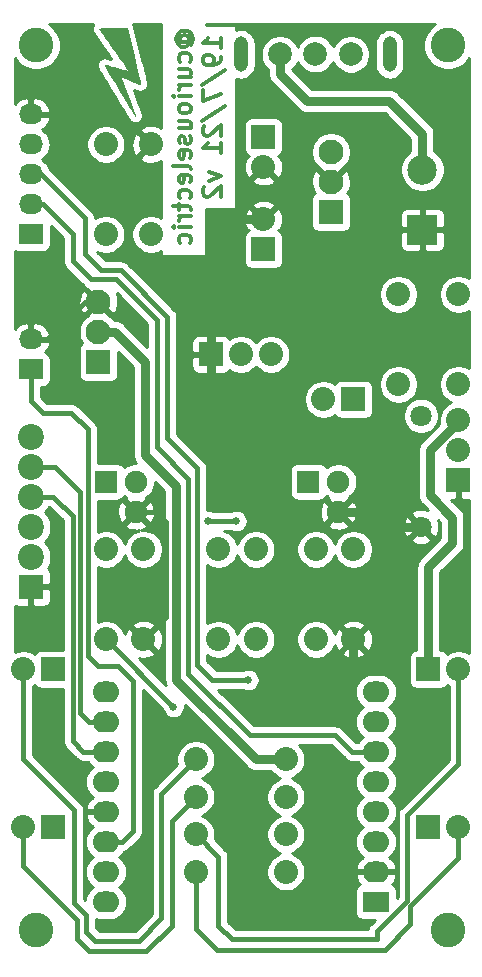
<source format=gbr>
G04 #@! TF.GenerationSoftware,KiCad,Pcbnew,(5.1.10)-1*
G04 #@! TF.CreationDate,2021-08-05T15:33:14+01:00*
G04 #@! TF.ProjectId,Lapse_O_Matic_PCB,4c617073-655f-44f5-9f4d-617469635f50,rev?*
G04 #@! TF.SameCoordinates,PX5d42830PY7b89fa0*
G04 #@! TF.FileFunction,Copper,L2,Bot*
G04 #@! TF.FilePolarity,Positive*
%FSLAX46Y46*%
G04 Gerber Fmt 4.6, Leading zero omitted, Abs format (unit mm)*
G04 Created by KiCad (PCBNEW (5.1.10)-1) date 2021-08-05 15:33:14*
%MOMM*%
%LPD*%
G01*
G04 APERTURE LIST*
G04 #@! TA.AperFunction,NonConductor*
%ADD10C,0.300000*%
G04 #@! TD*
G04 #@! TA.AperFunction,EtchedComponent*
%ADD11C,0.010000*%
G04 #@! TD*
G04 #@! TA.AperFunction,ComponentPad*
%ADD12C,2.032000*%
G04 #@! TD*
G04 #@! TA.AperFunction,ComponentPad*
%ADD13R,2.032000X2.032000*%
G04 #@! TD*
G04 #@! TA.AperFunction,ComponentPad*
%ADD14C,2.934700*%
G04 #@! TD*
G04 #@! TA.AperFunction,ComponentPad*
%ADD15O,2.286000X1.778000*%
G04 #@! TD*
G04 #@! TA.AperFunction,ComponentPad*
%ADD16R,2.286000X1.778000*%
G04 #@! TD*
G04 #@! TA.AperFunction,ComponentPad*
%ADD17R,2.100580X2.100580*%
G04 #@! TD*
G04 #@! TA.AperFunction,ComponentPad*
%ADD18C,2.199640*%
G04 #@! TD*
G04 #@! TA.AperFunction,ComponentPad*
%ADD19C,2.000000*%
G04 #@! TD*
G04 #@! TA.AperFunction,ComponentPad*
%ADD20O,1.200000X3.000000*%
G04 #@! TD*
G04 #@! TA.AperFunction,ComponentPad*
%ADD21C,1.800000*%
G04 #@! TD*
G04 #@! TA.AperFunction,ComponentPad*
%ADD22R,2.032000X1.727200*%
G04 #@! TD*
G04 #@! TA.AperFunction,ComponentPad*
%ADD23O,2.032000X1.727200*%
G04 #@! TD*
G04 #@! TA.AperFunction,ComponentPad*
%ADD24C,2.100580*%
G04 #@! TD*
G04 #@! TA.AperFunction,ComponentPad*
%ADD25C,1.905000*%
G04 #@! TD*
G04 #@! TA.AperFunction,ComponentPad*
%ADD26R,1.905000X1.905000*%
G04 #@! TD*
G04 #@! TA.AperFunction,ComponentPad*
%ADD27R,2.499360X2.499360*%
G04 #@! TD*
G04 #@! TA.AperFunction,ComponentPad*
%ADD28C,2.499360*%
G04 #@! TD*
G04 #@! TA.AperFunction,ViaPad*
%ADD29C,0.635000*%
G04 #@! TD*
G04 #@! TA.AperFunction,Conductor*
%ADD30C,0.762000*%
G04 #@! TD*
G04 #@! TA.AperFunction,Conductor*
%ADD31C,0.400000*%
G04 #@! TD*
G04 #@! TA.AperFunction,Conductor*
%ADD32C,0.254000*%
G04 #@! TD*
G04 #@! TA.AperFunction,Conductor*
%ADD33C,0.100000*%
G04 #@! TD*
G04 APERTURE END LIST*
D10*
X20490571Y79898143D02*
X20490571Y80755286D01*
X20490571Y80326715D02*
X18990571Y80326715D01*
X19204857Y80469572D01*
X19347714Y80612429D01*
X19419142Y80755286D01*
X20490571Y79183858D02*
X20490571Y78898143D01*
X20419142Y78755286D01*
X20347714Y78683858D01*
X20133428Y78541000D01*
X19847714Y78469572D01*
X19276285Y78469572D01*
X19133428Y78541000D01*
X19062000Y78612429D01*
X18990571Y78755286D01*
X18990571Y79041000D01*
X19062000Y79183858D01*
X19133428Y79255286D01*
X19276285Y79326715D01*
X19633428Y79326715D01*
X19776285Y79255286D01*
X19847714Y79183858D01*
X19919142Y79041000D01*
X19919142Y78755286D01*
X19847714Y78612429D01*
X19776285Y78541000D01*
X19633428Y78469572D01*
X18919142Y76755286D02*
X20847714Y78041000D01*
X18990571Y76398143D02*
X18990571Y75398143D01*
X20490571Y76041000D01*
X18919142Y73755286D02*
X20847714Y75041000D01*
X19133428Y73326715D02*
X19062000Y73255286D01*
X18990571Y73112429D01*
X18990571Y72755286D01*
X19062000Y72612429D01*
X19133428Y72541000D01*
X19276285Y72469572D01*
X19419142Y72469572D01*
X19633428Y72541000D01*
X20490571Y73398143D01*
X20490571Y72469572D01*
X20490571Y71041000D02*
X20490571Y71898143D01*
X20490571Y71469572D02*
X18990571Y71469572D01*
X19204857Y71612429D01*
X19347714Y71755286D01*
X19419142Y71898143D01*
X19490571Y69398143D02*
X20490571Y69041000D01*
X19490571Y68683858D01*
X19133428Y68183858D02*
X19062000Y68112429D01*
X18990571Y67969572D01*
X18990571Y67612429D01*
X19062000Y67469572D01*
X19133428Y67398143D01*
X19276285Y67326715D01*
X19419142Y67326715D01*
X19633428Y67398143D01*
X20490571Y68255286D01*
X20490571Y67326715D01*
X17236285Y80390000D02*
X17164857Y80461429D01*
X17093428Y80604286D01*
X17093428Y80747143D01*
X17164857Y80890000D01*
X17236285Y80961429D01*
X17379142Y81032858D01*
X17522000Y81032858D01*
X17664857Y80961429D01*
X17736285Y80890000D01*
X17807714Y80747143D01*
X17807714Y80604286D01*
X17736285Y80461429D01*
X17664857Y80390000D01*
X17093428Y80390000D02*
X17664857Y80390000D01*
X17736285Y80318572D01*
X17736285Y80247143D01*
X17664857Y80104286D01*
X17522000Y80032858D01*
X17164857Y80032858D01*
X16950571Y80175715D01*
X16807714Y80390000D01*
X16736285Y80675715D01*
X16807714Y80961429D01*
X16950571Y81175715D01*
X17164857Y81318572D01*
X17450571Y81390000D01*
X17736285Y81318572D01*
X17950571Y81175715D01*
X18093428Y80961429D01*
X18164857Y80675715D01*
X18093428Y80390000D01*
X17950571Y80175715D01*
X17879142Y78747143D02*
X17950571Y78890000D01*
X17950571Y79175715D01*
X17879142Y79318572D01*
X17807714Y79390000D01*
X17664857Y79461429D01*
X17236285Y79461429D01*
X17093428Y79390000D01*
X17022000Y79318572D01*
X16950571Y79175715D01*
X16950571Y78890000D01*
X17022000Y78747143D01*
X16950571Y77461429D02*
X17950571Y77461429D01*
X16950571Y78104286D02*
X17736285Y78104286D01*
X17879142Y78032858D01*
X17950571Y77890000D01*
X17950571Y77675715D01*
X17879142Y77532858D01*
X17807714Y77461429D01*
X17950571Y76747143D02*
X16950571Y76747143D01*
X17236285Y76747143D02*
X17093428Y76675715D01*
X17022000Y76604286D01*
X16950571Y76461429D01*
X16950571Y76318572D01*
X17950571Y75818572D02*
X16950571Y75818572D01*
X16450571Y75818572D02*
X16522000Y75890000D01*
X16593428Y75818572D01*
X16522000Y75747143D01*
X16450571Y75818572D01*
X16593428Y75818572D01*
X17950571Y74890000D02*
X17879142Y75032858D01*
X17807714Y75104286D01*
X17664857Y75175715D01*
X17236285Y75175715D01*
X17093428Y75104286D01*
X17022000Y75032858D01*
X16950571Y74890000D01*
X16950571Y74675715D01*
X17022000Y74532858D01*
X17093428Y74461429D01*
X17236285Y74390000D01*
X17664857Y74390000D01*
X17807714Y74461429D01*
X17879142Y74532858D01*
X17950571Y74675715D01*
X17950571Y74890000D01*
X16950571Y73104286D02*
X17950571Y73104286D01*
X16950571Y73747143D02*
X17736285Y73747143D01*
X17879142Y73675715D01*
X17950571Y73532858D01*
X17950571Y73318572D01*
X17879142Y73175715D01*
X17807714Y73104286D01*
X17879142Y72461429D02*
X17950571Y72318572D01*
X17950571Y72032858D01*
X17879142Y71890000D01*
X17736285Y71818572D01*
X17664857Y71818572D01*
X17522000Y71890000D01*
X17450571Y72032858D01*
X17450571Y72247143D01*
X17379142Y72390000D01*
X17236285Y72461429D01*
X17164857Y72461429D01*
X17022000Y72390000D01*
X16950571Y72247143D01*
X16950571Y72032858D01*
X17022000Y71890000D01*
X17879142Y70604286D02*
X17950571Y70747143D01*
X17950571Y71032858D01*
X17879142Y71175715D01*
X17736285Y71247143D01*
X17164857Y71247143D01*
X17022000Y71175715D01*
X16950571Y71032858D01*
X16950571Y70747143D01*
X17022000Y70604286D01*
X17164857Y70532858D01*
X17307714Y70532858D01*
X17450571Y71247143D01*
X17950571Y69675715D02*
X17879142Y69818572D01*
X17736285Y69890000D01*
X16450571Y69890000D01*
X17879142Y68532858D02*
X17950571Y68675715D01*
X17950571Y68961429D01*
X17879142Y69104286D01*
X17736285Y69175715D01*
X17164857Y69175715D01*
X17022000Y69104286D01*
X16950571Y68961429D01*
X16950571Y68675715D01*
X17022000Y68532858D01*
X17164857Y68461429D01*
X17307714Y68461429D01*
X17450571Y69175715D01*
X17879142Y67175715D02*
X17950571Y67318572D01*
X17950571Y67604286D01*
X17879142Y67747143D01*
X17807714Y67818572D01*
X17664857Y67890000D01*
X17236285Y67890000D01*
X17093428Y67818572D01*
X17022000Y67747143D01*
X16950571Y67604286D01*
X16950571Y67318572D01*
X17022000Y67175715D01*
X16950571Y66747143D02*
X16950571Y66175715D01*
X16450571Y66532858D02*
X17736285Y66532858D01*
X17879142Y66461429D01*
X17950571Y66318572D01*
X17950571Y66175715D01*
X17950571Y65675715D02*
X16950571Y65675715D01*
X17236285Y65675715D02*
X17093428Y65604286D01*
X17022000Y65532858D01*
X16950571Y65390000D01*
X16950571Y65247143D01*
X17950571Y64747143D02*
X16950571Y64747143D01*
X16450571Y64747143D02*
X16522000Y64818572D01*
X16593428Y64747143D01*
X16522000Y64675715D01*
X16450571Y64747143D01*
X16593428Y64747143D01*
X17879142Y63390000D02*
X17950571Y63532858D01*
X17950571Y63818572D01*
X17879142Y63961429D01*
X17807714Y64032858D01*
X17664857Y64104286D01*
X17236285Y64104286D01*
X17093428Y64032858D01*
X17022000Y63961429D01*
X16950571Y63818572D01*
X16950571Y63532858D01*
X17022000Y63390000D01*
D11*
G36*
X13155158Y79205666D02*
G01*
X13262783Y78773042D01*
X13363020Y78365886D01*
X13454159Y77991429D01*
X13534492Y77656898D01*
X13602309Y77369525D01*
X13655903Y77136537D01*
X13693563Y76965164D01*
X13713581Y76862636D01*
X13715569Y76835000D01*
X13668409Y76850455D01*
X13555121Y76893634D01*
X13387759Y76959761D01*
X13178372Y77044057D01*
X12939015Y77141744D01*
X12865420Y77172018D01*
X12621121Y77271815D01*
X12404630Y77358579D01*
X12227636Y77427764D01*
X12101826Y77474825D01*
X12038885Y77495215D01*
X12033981Y77495425D01*
X12045865Y77453728D01*
X12086404Y77338319D01*
X12153627Y77154419D01*
X12245564Y76907251D01*
X12360244Y76602034D01*
X12495696Y76243991D01*
X12649950Y75838343D01*
X12821034Y75390312D01*
X13006979Y74905120D01*
X13205813Y74387987D01*
X13253865Y74263250D01*
X13275786Y74190957D01*
X13273638Y74168000D01*
X13247623Y74202461D01*
X13184213Y74298947D01*
X13089960Y74447116D01*
X12971414Y74636624D01*
X12835125Y74857128D01*
X12770951Y74961750D01*
X12396385Y75574222D01*
X12064452Y76117896D01*
X11773240Y76595974D01*
X11520835Y77011659D01*
X11305325Y77368153D01*
X11124797Y77668659D01*
X10977339Y77916379D01*
X10861037Y78114515D01*
X10773979Y78266271D01*
X10714251Y78374848D01*
X10679942Y78443449D01*
X10669139Y78475277D01*
X10670567Y78478326D01*
X10719735Y78471146D01*
X10838836Y78443815D01*
X11016350Y78399279D01*
X11240753Y78340484D01*
X11500525Y78270374D01*
X11709388Y78212763D01*
X11986212Y78136280D01*
X12234522Y78068732D01*
X12443181Y78013062D01*
X12601052Y77972214D01*
X12696998Y77949131D01*
X12721643Y77945271D01*
X12700056Y77981197D01*
X12634521Y78080041D01*
X12529518Y78235268D01*
X12389523Y78440344D01*
X12219014Y78688737D01*
X12022470Y78973912D01*
X11804368Y79289335D01*
X11569186Y79628473D01*
X11487899Y79745474D01*
X11247689Y80091462D01*
X11022758Y80416214D01*
X10817628Y80713148D01*
X10636819Y80975681D01*
X10484853Y81197233D01*
X10366253Y81371220D01*
X10285538Y81491062D01*
X10247231Y81550176D01*
X10244667Y81555224D01*
X10285194Y81560749D01*
X10399556Y81565734D01*
X10576919Y81569982D01*
X10806451Y81573295D01*
X11077320Y81575476D01*
X11378694Y81576328D01*
X11403547Y81576333D01*
X12562427Y81576333D01*
X13155158Y79205666D01*
G37*
X13155158Y79205666D02*
X13262783Y78773042D01*
X13363020Y78365886D01*
X13454159Y77991429D01*
X13534492Y77656898D01*
X13602309Y77369525D01*
X13655903Y77136537D01*
X13693563Y76965164D01*
X13713581Y76862636D01*
X13715569Y76835000D01*
X13668409Y76850455D01*
X13555121Y76893634D01*
X13387759Y76959761D01*
X13178372Y77044057D01*
X12939015Y77141744D01*
X12865420Y77172018D01*
X12621121Y77271815D01*
X12404630Y77358579D01*
X12227636Y77427764D01*
X12101826Y77474825D01*
X12038885Y77495215D01*
X12033981Y77495425D01*
X12045865Y77453728D01*
X12086404Y77338319D01*
X12153627Y77154419D01*
X12245564Y76907251D01*
X12360244Y76602034D01*
X12495696Y76243991D01*
X12649950Y75838343D01*
X12821034Y75390312D01*
X13006979Y74905120D01*
X13205813Y74387987D01*
X13253865Y74263250D01*
X13275786Y74190957D01*
X13273638Y74168000D01*
X13247623Y74202461D01*
X13184213Y74298947D01*
X13089960Y74447116D01*
X12971414Y74636624D01*
X12835125Y74857128D01*
X12770951Y74961750D01*
X12396385Y75574222D01*
X12064452Y76117896D01*
X11773240Y76595974D01*
X11520835Y77011659D01*
X11305325Y77368153D01*
X11124797Y77668659D01*
X10977339Y77916379D01*
X10861037Y78114515D01*
X10773979Y78266271D01*
X10714251Y78374848D01*
X10679942Y78443449D01*
X10669139Y78475277D01*
X10670567Y78478326D01*
X10719735Y78471146D01*
X10838836Y78443815D01*
X11016350Y78399279D01*
X11240753Y78340484D01*
X11500525Y78270374D01*
X11709388Y78212763D01*
X11986212Y78136280D01*
X12234522Y78068732D01*
X12443181Y78013062D01*
X12601052Y77972214D01*
X12696998Y77949131D01*
X12721643Y77945271D01*
X12700056Y77981197D01*
X12634521Y78080041D01*
X12529518Y78235268D01*
X12389523Y78440344D01*
X12219014Y78688737D01*
X12022470Y78973912D01*
X11804368Y79289335D01*
X11569186Y79628473D01*
X11487899Y79745474D01*
X11247689Y80091462D01*
X11022758Y80416214D01*
X10817628Y80713148D01*
X10636819Y80975681D01*
X10484853Y81197233D01*
X10366253Y81371220D01*
X10285538Y81491062D01*
X10247231Y81550176D01*
X10244667Y81555224D01*
X10285194Y81560749D01*
X10399556Y81565734D01*
X10576919Y81569982D01*
X10806451Y81573295D01*
X11077320Y81575476D01*
X11378694Y81576328D01*
X11403547Y81576333D01*
X12562427Y81576333D01*
X13155158Y79205666D01*
D12*
X40640000Y48387000D03*
X40640000Y45847000D03*
D13*
X40640000Y43307000D03*
D14*
X4857374Y80137000D03*
X39751000Y80137000D03*
X39751000Y5243375D03*
X4857374Y5243375D03*
D15*
X10795000Y12700000D03*
X10795000Y15240000D03*
X10795000Y17780000D03*
X10795000Y20320000D03*
X10795000Y22860000D03*
X10795000Y25400000D03*
X33655000Y25400000D03*
X33655000Y22860000D03*
X33655000Y20320000D03*
X33655000Y17780000D03*
X33655000Y15240000D03*
X33655000Y12700000D03*
X33655000Y10160000D03*
D16*
X33655000Y7620000D03*
D15*
X10795000Y10160000D03*
X10795000Y7620000D03*
D17*
X4445000Y34290000D03*
D18*
X4445000Y36830000D03*
X4445000Y39370000D03*
X4445000Y41910000D03*
X4445000Y44450000D03*
X4445000Y46990000D03*
D12*
X20320000Y37465000D03*
X20320000Y29845000D03*
D19*
X28532620Y79400400D03*
X25525000Y79375000D03*
X31525000Y79375000D03*
D20*
X22225000Y79375000D03*
X34825000Y79375000D03*
D21*
X37465000Y48768000D03*
X37465000Y39370000D03*
D13*
X31750000Y50165000D03*
D12*
X29210000Y50165000D03*
D22*
X4445000Y52705000D03*
D23*
X4445000Y55245000D03*
D12*
X23495000Y37465000D03*
X23495000Y29845000D03*
X40640000Y51435000D03*
X35560000Y51435000D03*
X40640000Y59055000D03*
X35560000Y59055000D03*
X24130000Y69850000D03*
D13*
X24130000Y72390000D03*
X24130000Y62865000D03*
D12*
X24130000Y65405000D03*
D24*
X29845000Y68580000D03*
X29845000Y71120000D03*
D17*
X29845000Y66040000D03*
D12*
X3810000Y27305000D03*
D13*
X6350000Y27305000D03*
X6350000Y13970000D03*
D12*
X3810000Y13970000D03*
X40640000Y27305000D03*
D13*
X38100000Y27305000D03*
X38100000Y13970000D03*
D12*
X40640000Y13970000D03*
X18415000Y19685000D03*
X26035000Y19685000D03*
X26035000Y16510000D03*
X18415000Y16510000D03*
X18415000Y13335000D03*
X26035000Y13335000D03*
X26035000Y10160000D03*
X18415000Y10160000D03*
D22*
X4445000Y64135000D03*
D23*
X4445000Y66675000D03*
X4445000Y69215000D03*
X4445000Y71755000D03*
X4445000Y74295000D03*
D24*
X10160000Y58420000D03*
X10160000Y55880000D03*
D17*
X10160000Y53340000D03*
D12*
X10795000Y37465000D03*
X10795000Y29845000D03*
X13970000Y37465000D03*
X13970000Y29845000D03*
X28575000Y29845000D03*
X28575000Y37465000D03*
X31750000Y29845000D03*
X31750000Y37465000D03*
X10795000Y71755000D03*
X10795000Y64135000D03*
X14605000Y64135000D03*
X14605000Y71755000D03*
D13*
X19685000Y53975000D03*
D12*
X22225000Y53975000D03*
X24765000Y53975000D03*
D25*
X13335000Y40640000D03*
X13335000Y43180000D03*
D26*
X10795000Y43180000D03*
X27940000Y43180000D03*
D25*
X30480000Y43180000D03*
X30480000Y40640000D03*
D27*
X37592000Y64516000D03*
D28*
X37592000Y69596000D03*
D29*
X24384000Y23114000D03*
X19431000Y39878000D03*
X21844000Y39878000D03*
X16510000Y24130000D03*
X22860000Y26416000D03*
D30*
X25525000Y79375000D02*
X25525000Y77726000D01*
X25525000Y77726000D02*
X27813000Y75438000D01*
X27813000Y75438000D02*
X34798000Y75438000D01*
X37592000Y72644000D02*
X37592000Y69596000D01*
X34798000Y75438000D02*
X37592000Y72644000D01*
D31*
X4445000Y55245000D02*
X5842000Y55245000D01*
X9017000Y58420000D02*
X10160000Y58420000D01*
X5842000Y55245000D02*
X9017000Y58420000D01*
D30*
X37465000Y39370000D02*
X34798000Y39370000D01*
X34798000Y39370000D02*
X33528000Y40640000D01*
X33528000Y40640000D02*
X30480000Y40640000D01*
X24130000Y65405000D02*
X22225000Y65405000D01*
X22225000Y65405000D02*
X19685000Y62865000D01*
X19685000Y62865000D02*
X19685000Y53975000D01*
X19685000Y53975000D02*
X19685000Y46101000D01*
X25781000Y27432000D02*
X25781000Y29591000D01*
X25781000Y40005000D02*
X25781000Y29591000D01*
X19685000Y46101000D02*
X25781000Y40005000D01*
X31750000Y28067000D02*
X31750000Y29845000D01*
X28194000Y27432000D02*
X31115000Y27432000D01*
X28194000Y27432000D02*
X25781000Y27432000D01*
X31115000Y27432000D02*
X31750000Y28067000D01*
D31*
X13335000Y40640000D02*
X14986000Y40640000D01*
X14986000Y40640000D02*
X15875000Y39751000D01*
X15875000Y31750000D02*
X13970000Y29845000D01*
X15875000Y39751000D02*
X15875000Y31750000D01*
D30*
X25781000Y24511000D02*
X25781000Y27432000D01*
X24384000Y23114000D02*
X25781000Y24511000D01*
X38100000Y27305000D02*
X38100000Y35941000D01*
X38227000Y42037000D02*
X38227000Y45847000D01*
X38227000Y45847000D02*
X40640000Y48260000D01*
X40132000Y40132000D02*
X38227000Y42037000D01*
X40132000Y37973000D02*
X40132000Y40132000D01*
X38100000Y35941000D02*
X40132000Y37973000D01*
D31*
X19431000Y39878000D02*
X21844000Y39878000D01*
X10795000Y29845000D02*
X16510000Y24130000D01*
X4445000Y69215000D02*
X5334000Y69215000D01*
X5334000Y69215000D02*
X9017000Y65532000D01*
X9017000Y65532000D02*
X9017000Y62484000D01*
X9017000Y62484000D02*
X10414000Y61087000D01*
X10414000Y61087000D02*
X12065000Y61087000D01*
X12065000Y61087000D02*
X16002000Y57150000D01*
X16002000Y57150000D02*
X16002000Y46863000D01*
X22860000Y26416000D02*
X19812000Y26416000D01*
X19812000Y26416000D02*
X18542000Y27686000D01*
X18542000Y44323000D02*
X18415000Y44450000D01*
X18542000Y27686000D02*
X18542000Y44323000D01*
X16002000Y46863000D02*
X18415000Y44450000D01*
X17780000Y26924000D02*
X22987000Y21717000D01*
X17780000Y43434000D02*
X17780000Y26924000D01*
X15113000Y46101000D02*
X17780000Y43434000D01*
X31623000Y20320000D02*
X33655000Y20320000D01*
X22987000Y21717000D02*
X30226000Y21717000D01*
X15113000Y56896000D02*
X15113000Y46101000D01*
X11684000Y60325000D02*
X15113000Y56896000D01*
X9525000Y60325000D02*
X11684000Y60325000D01*
X8001000Y61849000D02*
X9525000Y60325000D01*
X8001000Y64135000D02*
X8001000Y61849000D01*
X5461000Y66675000D02*
X8001000Y64135000D01*
X30226000Y21717000D02*
X31623000Y20320000D01*
X4445000Y66675000D02*
X5461000Y66675000D01*
X4445000Y41910000D02*
X6350000Y41910000D01*
X6350000Y41910000D02*
X8001000Y40259000D01*
X8001000Y40259000D02*
X8001000Y21209000D01*
X8890000Y20320000D02*
X10795000Y20320000D01*
X8001000Y21209000D02*
X8890000Y20320000D01*
X10795000Y22860000D02*
X9398000Y22860000D01*
X9398000Y22860000D02*
X8636000Y23622000D01*
X8636000Y23622000D02*
X8636000Y42291000D01*
X6477000Y44450000D02*
X4445000Y44450000D01*
X8636000Y42291000D02*
X6477000Y44450000D01*
X13081000Y26289000D02*
X13081000Y13589000D01*
X10160000Y27559000D02*
X11811000Y27559000D01*
X12192000Y12700000D02*
X10795000Y12700000D01*
X9271000Y47625000D02*
X9271000Y28448000D01*
X9271000Y28448000D02*
X10160000Y27559000D01*
X7874000Y49022000D02*
X9271000Y47625000D01*
X13081000Y13589000D02*
X12192000Y12700000D01*
X11811000Y27559000D02*
X13081000Y26289000D01*
X5461000Y49022000D02*
X7874000Y49022000D01*
X4445000Y50038000D02*
X5461000Y49022000D01*
X4445000Y52705000D02*
X4445000Y50038000D01*
X3810000Y27305000D02*
X3810000Y19685000D01*
X3810000Y19685000D02*
X8128000Y15367000D01*
X8128000Y15367000D02*
X8128000Y7493000D01*
X8128000Y7493000D02*
X9144000Y6477000D01*
X9144000Y6477000D02*
X9144000Y5080000D01*
X9144000Y5080000D02*
X9906000Y4318000D01*
X9906000Y4318000D02*
X13589000Y4318000D01*
X13589000Y4318000D02*
X15494000Y6223000D01*
X15494000Y16764000D02*
X18415000Y19685000D01*
X15494000Y6223000D02*
X15494000Y16764000D01*
X3810000Y13970000D02*
X3810000Y10668000D01*
X3810000Y10668000D02*
X8382000Y6096000D01*
X8382000Y6096000D02*
X8382000Y4445000D01*
X8382000Y4445000D02*
X9398000Y3429000D01*
X9398000Y3429000D02*
X14224000Y3429000D01*
X14224000Y3429000D02*
X16383000Y5588000D01*
X16383000Y14478000D02*
X18415000Y16510000D01*
X16383000Y5588000D02*
X16383000Y14478000D01*
X18415000Y13335000D02*
X20320000Y11430000D01*
X20320000Y11430000D02*
X20320000Y5588000D01*
X20320000Y5588000D02*
X21463000Y4445000D01*
X21463000Y4445000D02*
X33782000Y4445000D01*
X33782000Y5152120D02*
X36322000Y7692120D01*
X33782000Y4445000D02*
X33782000Y5152120D01*
X36322000Y7692120D02*
X36322000Y14986000D01*
X40640000Y19304000D02*
X40640000Y27305000D01*
X36322000Y14986000D02*
X40640000Y19304000D01*
X18415000Y10160000D02*
X18415000Y5334000D01*
X18415000Y5334000D02*
X20193000Y3556000D01*
X20193000Y3556000D02*
X34417000Y3556000D01*
X34417000Y3556000D02*
X36576000Y5715000D01*
X36576000Y5715000D02*
X36576000Y7239000D01*
X40640000Y11303000D02*
X40640000Y13970000D01*
X36576000Y7239000D02*
X40640000Y11303000D01*
D30*
X23495000Y19685000D02*
X26035000Y19685000D01*
X10160000Y55880000D02*
X11557000Y55880000D01*
X11557000Y55880000D02*
X14097000Y53340000D01*
X14097000Y53340000D02*
X14097000Y45466000D01*
X14097000Y45466000D02*
X16764000Y42799000D01*
X16764000Y42799000D02*
X16764000Y26416000D01*
X16764000Y26416000D02*
X23495000Y19685000D01*
D32*
X9714209Y81908385D02*
X9689703Y81873994D01*
X9681340Y81855449D01*
X9670603Y81838156D01*
X9655719Y81798634D01*
X9638355Y81760130D01*
X9633751Y81740304D01*
X9626581Y81721265D01*
X9619659Y81679617D01*
X9610102Y81638461D01*
X9609437Y81618113D01*
X9606102Y81598049D01*
X9607401Y81555852D01*
X9606020Y81513621D01*
X9609319Y81493536D01*
X9609945Y81473202D01*
X9616143Y81446277D01*
X9616463Y81441858D01*
X9619812Y81429654D01*
X9626265Y81390366D01*
X9633399Y81371313D01*
X9637964Y81351480D01*
X9646458Y81332547D01*
X9649516Y81321404D01*
X9659773Y81300870D01*
X9670062Y81273391D01*
X9674054Y81265396D01*
X9676618Y81260348D01*
X9684147Y81248542D01*
X9689093Y81237518D01*
X9696952Y81226444D01*
X9705334Y81209665D01*
X9710141Y81202132D01*
X9748449Y81143017D01*
X9749204Y81142069D01*
X9749768Y81140989D01*
X9754709Y81133542D01*
X9835424Y81013700D01*
X9835520Y81013584D01*
X9837429Y81010741D01*
X9956029Y80836754D01*
X9956094Y80836676D01*
X9957076Y80835223D01*
X10109042Y80613671D01*
X10109088Y80613617D01*
X10109730Y80612670D01*
X10290539Y80350137D01*
X10290572Y80350098D01*
X10291060Y80349381D01*
X10496190Y80052447D01*
X10496222Y80052409D01*
X10496633Y80051807D01*
X10721564Y79727055D01*
X10721594Y79727020D01*
X10721970Y79726470D01*
X10962180Y79380482D01*
X10962190Y79380470D01*
X10962299Y79380311D01*
X11043258Y79263783D01*
X11043269Y79263766D01*
X11221179Y79007215D01*
X11178559Y79018382D01*
X11178439Y79018401D01*
X11172092Y79020040D01*
X10994577Y79064576D01*
X10992584Y79064873D01*
X10990677Y79065542D01*
X10981981Y79067601D01*
X10862880Y79094932D01*
X10841706Y79097654D01*
X10821046Y79103077D01*
X10812213Y79104429D01*
X10763045Y79111609D01*
X10733942Y79112986D01*
X10705134Y79117392D01*
X10671701Y79115930D01*
X10638279Y79117511D01*
X10609460Y79113208D01*
X10580347Y79111935D01*
X10547832Y79104007D01*
X10514742Y79099066D01*
X10487315Y79089250D01*
X10458996Y79082345D01*
X10428638Y79068251D01*
X10397140Y79056978D01*
X10372141Y79042021D01*
X10345704Y79029747D01*
X10318657Y79010021D01*
X10289954Y78992848D01*
X10268343Y78973326D01*
X10244786Y78956146D01*
X10222086Y78931542D01*
X10197265Y78909121D01*
X10179849Y78885763D01*
X10160087Y78864343D01*
X10142603Y78835808D01*
X10122604Y78808985D01*
X10110820Y78784288D01*
X10098145Y78764356D01*
X10096966Y78761325D01*
X10094831Y78757840D01*
X10090984Y78749774D01*
X10089556Y78746725D01*
X10079951Y78719596D01*
X10068814Y78696255D01*
X10063392Y78674997D01*
X10052871Y78647944D01*
X10051153Y78638254D01*
X10047870Y78628980D01*
X10042817Y78594325D01*
X10037945Y78575223D01*
X10037046Y78558668D01*
X10031070Y78524955D01*
X10031267Y78515114D01*
X10029848Y78505381D01*
X10031927Y78464397D01*
X10031172Y78450501D01*
X10032790Y78439118D01*
X10033573Y78400073D01*
X10035676Y78390464D01*
X10036175Y78380635D01*
X10047532Y78335436D01*
X10048754Y78326839D01*
X10051026Y78320349D01*
X10060284Y78278057D01*
X10063097Y78269575D01*
X10073900Y78237748D01*
X10090066Y78202024D01*
X10103595Y78165195D01*
X10107537Y78157176D01*
X10141846Y78088575D01*
X10146154Y78081727D01*
X10149243Y78074237D01*
X10153496Y78066378D01*
X10213224Y77957801D01*
X10213942Y77956753D01*
X10214448Y77955586D01*
X10218840Y77947804D01*
X10305898Y77796048D01*
X10305980Y77795933D01*
X10309097Y77790537D01*
X10425399Y77592401D01*
X10425488Y77592279D01*
X10427397Y77589020D01*
X10574855Y77341300D01*
X10574930Y77341198D01*
X10576182Y77339081D01*
X10756710Y77038574D01*
X10756770Y77038493D01*
X10757626Y77037055D01*
X10973136Y76680561D01*
X10973178Y76680505D01*
X10973785Y76679489D01*
X11226190Y76263804D01*
X11226226Y76263756D01*
X11226659Y76263034D01*
X11517870Y75784957D01*
X11517894Y75784925D01*
X11518212Y75784396D01*
X11850145Y75240722D01*
X11850167Y75240693D01*
X11850395Y75240314D01*
X12224961Y74627842D01*
X12224990Y74627804D01*
X12225404Y74627118D01*
X12289578Y74522495D01*
X12289651Y74522399D01*
X12290720Y74520642D01*
X12427008Y74300138D01*
X12427101Y74300017D01*
X12428828Y74297212D01*
X12547374Y74107703D01*
X12547475Y74107571D01*
X12549957Y74103610D01*
X12644210Y73955441D01*
X12644386Y73955217D01*
X12644518Y73954956D01*
X12649374Y73947454D01*
X12712784Y73850968D01*
X12723112Y73838175D01*
X12731495Y73824027D01*
X12736830Y73816857D01*
X12762845Y73782396D01*
X12771971Y73772489D01*
X12779476Y73761301D01*
X12814213Y73726630D01*
X12847470Y73690527D01*
X12858350Y73682578D01*
X12867883Y73673064D01*
X12908698Y73645797D01*
X12948329Y73616844D01*
X12960539Y73611163D01*
X12971743Y73603678D01*
X13017071Y73584860D01*
X13061577Y73564153D01*
X13074666Y73560950D01*
X13087103Y73555787D01*
X13135228Y73546131D01*
X13182904Y73534465D01*
X13196358Y73533866D01*
X13209569Y73531215D01*
X13258667Y73531090D01*
X13307686Y73528907D01*
X13321000Y73530932D01*
X13334475Y73530898D01*
X13382656Y73540311D01*
X13431171Y73547691D01*
X13443841Y73552265D01*
X13457063Y73554848D01*
X13502489Y73573437D01*
X13548656Y73590103D01*
X13560198Y73597052D01*
X13572664Y73602153D01*
X13613616Y73629211D01*
X13655666Y73654527D01*
X13665635Y73663582D01*
X13676877Y73671010D01*
X13711795Y73705510D01*
X13748125Y73738509D01*
X13756149Y73749332D01*
X13765730Y73758799D01*
X13793277Y73799417D01*
X13822510Y73838850D01*
X13828278Y73851024D01*
X13835839Y73862173D01*
X13854974Y73907372D01*
X13875989Y73951729D01*
X13879283Y73964792D01*
X13884534Y73977197D01*
X13894526Y74025252D01*
X13906525Y74072845D01*
X13907218Y74086296D01*
X13909961Y74099487D01*
X13910855Y74108378D01*
X13913003Y74131335D01*
X13912749Y74188307D01*
X13912839Y74195362D01*
X13912954Y74197586D01*
X13912875Y74198133D01*
X13913476Y74245275D01*
X13912472Y74250711D01*
X13912447Y74256240D01*
X13901136Y74312060D01*
X13890782Y74368101D01*
X13888248Y74376671D01*
X13866328Y74448964D01*
X13859056Y74466548D01*
X13854238Y74484954D01*
X13851084Y74493315D01*
X13803032Y74618052D01*
X13604345Y75134803D01*
X13604344Y75134805D01*
X13418839Y75618849D01*
X13247991Y76066264D01*
X13131318Y76373083D01*
X13148746Y76366067D01*
X13148893Y76366024D01*
X13152578Y76364538D01*
X13319940Y76298411D01*
X13320011Y76298391D01*
X13327184Y76295600D01*
X13440472Y76252421D01*
X13450844Y76249590D01*
X13460629Y76245122D01*
X13469102Y76242280D01*
X13516262Y76226825D01*
X13574337Y76213903D01*
X13632193Y76200455D01*
X13635223Y76200355D01*
X13638186Y76199696D01*
X13697621Y76198301D01*
X13757031Y76196345D01*
X13760026Y76196836D01*
X13763058Y76196765D01*
X13821645Y76206943D01*
X13880290Y76216561D01*
X13883129Y76217623D01*
X13886121Y76218143D01*
X13941666Y76239526D01*
X13997275Y76260334D01*
X13999852Y76261927D01*
X14002687Y76263018D01*
X14053035Y76294792D01*
X14103530Y76325996D01*
X14105748Y76328058D01*
X14108318Y76329680D01*
X14151479Y76370575D01*
X14195008Y76411044D01*
X14196789Y76413505D01*
X14198988Y76415589D01*
X14233357Y76464049D01*
X14268224Y76512242D01*
X14269491Y76514998D01*
X14271246Y76517473D01*
X14295540Y76571670D01*
X14320390Y76625734D01*
X14321099Y76628690D01*
X14322337Y76631452D01*
X14335650Y76689369D01*
X14349517Y76747197D01*
X14349638Y76750224D01*
X14350318Y76753183D01*
X14352128Y76812616D01*
X14354499Y76872003D01*
X14354117Y76877884D01*
X14354121Y76878031D01*
X14354098Y76878170D01*
X14353919Y76880920D01*
X14351932Y76908556D01*
X14346148Y76942339D01*
X14343372Y76976494D01*
X14341721Y76985277D01*
X14321703Y77087805D01*
X14320825Y77090742D01*
X14320505Y77093788D01*
X14318648Y77102529D01*
X14280988Y77273902D01*
X14280944Y77274037D01*
X14279614Y77280008D01*
X14226020Y77512997D01*
X14225972Y77513141D01*
X14225199Y77516520D01*
X14157382Y77803894D01*
X14157344Y77804007D01*
X14156801Y77806337D01*
X14076468Y78140868D01*
X14076431Y78140974D01*
X14076005Y78142780D01*
X13984866Y78517237D01*
X13984838Y78517318D01*
X13984465Y78518878D01*
X13884228Y78926034D01*
X13884197Y78926121D01*
X13883853Y78927547D01*
X13776228Y79360171D01*
X13776213Y79360214D01*
X13776045Y79360905D01*
X13183314Y81731572D01*
X13168377Y81773434D01*
X13155825Y81816081D01*
X13147428Y81832143D01*
X13141337Y81849213D01*
X13118548Y81887385D01*
X13097956Y81926773D01*
X13091671Y81934590D01*
X15482000Y81934590D01*
X15482000Y73147497D01*
X15474522Y73167860D01*
X15182179Y73310348D01*
X14867656Y73393064D01*
X14543038Y73412831D01*
X14220802Y73368888D01*
X13913330Y73262924D01*
X13735478Y73167860D01*
X13637782Y72901823D01*
X14605000Y71934605D01*
X14619143Y71948747D01*
X14798748Y71769142D01*
X14784605Y71755000D01*
X14798748Y71740857D01*
X14619143Y71561252D01*
X14605000Y71575395D01*
X13637782Y70608177D01*
X13735478Y70342140D01*
X14027821Y70199652D01*
X14342344Y70116936D01*
X14666962Y70097169D01*
X14989198Y70141112D01*
X15296670Y70247076D01*
X15474522Y70342140D01*
X15482000Y70362503D01*
X15482000Y65534648D01*
X15387042Y65598097D01*
X15086579Y65722553D01*
X14767609Y65786000D01*
X14442391Y65786000D01*
X14123421Y65722553D01*
X13822958Y65598097D01*
X13552549Y65417415D01*
X13322585Y65187451D01*
X13141903Y64917042D01*
X13017447Y64616579D01*
X12954000Y64297609D01*
X12954000Y63972391D01*
X13017447Y63653421D01*
X13141903Y63352958D01*
X13322585Y63082549D01*
X13552549Y62852585D01*
X13822958Y62671903D01*
X14123421Y62547447D01*
X14442391Y62484000D01*
X14767609Y62484000D01*
X15086579Y62547447D01*
X15387042Y62671903D01*
X15482000Y62735352D01*
X15482000Y62319286D01*
X19302000Y62319286D01*
X19302000Y65343038D01*
X22472169Y65343038D01*
X22516112Y65020802D01*
X22622076Y64713330D01*
X22717140Y64535478D01*
X22883104Y64474532D01*
X22869820Y64470502D01*
X22759506Y64411537D01*
X22662815Y64332185D01*
X22583463Y64235494D01*
X22524498Y64125180D01*
X22488188Y64005482D01*
X22475928Y63881000D01*
X22475928Y61849000D01*
X22488188Y61724518D01*
X22524498Y61604820D01*
X22583463Y61494506D01*
X22662815Y61397815D01*
X22759506Y61318463D01*
X22869820Y61259498D01*
X22989518Y61223188D01*
X23114000Y61210928D01*
X25146000Y61210928D01*
X25270482Y61223188D01*
X25390180Y61259498D01*
X25500494Y61318463D01*
X25597185Y61397815D01*
X25676537Y61494506D01*
X25735502Y61604820D01*
X25771812Y61724518D01*
X25784072Y61849000D01*
X25784072Y63266320D01*
X35704248Y63266320D01*
X35716508Y63141838D01*
X35752818Y63022140D01*
X35811783Y62911826D01*
X35891135Y62815135D01*
X35987826Y62735783D01*
X36098140Y62676818D01*
X36217838Y62640508D01*
X36342320Y62628248D01*
X37306250Y62631320D01*
X37465000Y62790070D01*
X37465000Y64389000D01*
X37719000Y64389000D01*
X37719000Y62790070D01*
X37877750Y62631320D01*
X38841680Y62628248D01*
X38966162Y62640508D01*
X39085860Y62676818D01*
X39196174Y62735783D01*
X39292865Y62815135D01*
X39372217Y62911826D01*
X39431182Y63022140D01*
X39467492Y63141838D01*
X39479752Y63266320D01*
X39476680Y64230250D01*
X39317930Y64389000D01*
X37719000Y64389000D01*
X37465000Y64389000D01*
X35866070Y64389000D01*
X35707320Y64230250D01*
X35704248Y63266320D01*
X25784072Y63266320D01*
X25784072Y63881000D01*
X25771812Y64005482D01*
X25735502Y64125180D01*
X25676537Y64235494D01*
X25597185Y64332185D01*
X25500494Y64411537D01*
X25390180Y64470502D01*
X25376896Y64474532D01*
X25542860Y64535478D01*
X25685348Y64827821D01*
X25768064Y65142344D01*
X25787831Y65466962D01*
X25743888Y65789198D01*
X25637924Y66096670D01*
X25542860Y66274522D01*
X25276823Y66372218D01*
X24309605Y65405000D01*
X24323748Y65390857D01*
X24144143Y65211252D01*
X24130000Y65225395D01*
X24115858Y65211252D01*
X23936253Y65390857D01*
X23950395Y65405000D01*
X22983177Y66372218D01*
X22717140Y66274522D01*
X22574652Y65982179D01*
X22491936Y65667656D01*
X22472169Y65343038D01*
X19302000Y65343038D01*
X19302000Y66256000D01*
X21842000Y66256000D01*
X21842000Y66551823D01*
X23162782Y66551823D01*
X24130000Y65584605D01*
X25097218Y66551823D01*
X24999522Y66817860D01*
X24707179Y66960348D01*
X24392656Y67043064D01*
X24068038Y67062831D01*
X23745802Y67018888D01*
X23438330Y66912924D01*
X23260478Y66817860D01*
X23162782Y66551823D01*
X21842000Y66551823D01*
X21842000Y68703177D01*
X23162782Y68703177D01*
X23260478Y68437140D01*
X23552821Y68294652D01*
X23867344Y68211936D01*
X24191962Y68192169D01*
X24514198Y68236112D01*
X24821670Y68342076D01*
X24999522Y68437140D01*
X25029728Y68519396D01*
X28152641Y68519396D01*
X28196982Y68190398D01*
X28304656Y67876371D01*
X28404185Y67690167D01*
X28501298Y67653477D01*
X28440216Y67620827D01*
X28343525Y67541475D01*
X28264173Y67444784D01*
X28205208Y67334470D01*
X28168898Y67214772D01*
X28156638Y67090290D01*
X28156638Y64989710D01*
X28168898Y64865228D01*
X28205208Y64745530D01*
X28264173Y64635216D01*
X28343525Y64538525D01*
X28440216Y64459173D01*
X28550530Y64400208D01*
X28670228Y64363898D01*
X28794710Y64351638D01*
X30895290Y64351638D01*
X31019772Y64363898D01*
X31139470Y64400208D01*
X31249784Y64459173D01*
X31346475Y64538525D01*
X31425827Y64635216D01*
X31484792Y64745530D01*
X31521102Y64865228D01*
X31533362Y64989710D01*
X31533362Y65765680D01*
X35704248Y65765680D01*
X35707320Y64801750D01*
X35866070Y64643000D01*
X37465000Y64643000D01*
X37465000Y66241930D01*
X37719000Y66241930D01*
X37719000Y64643000D01*
X39317930Y64643000D01*
X39476680Y64801750D01*
X39479752Y65765680D01*
X39467492Y65890162D01*
X39431182Y66009860D01*
X39372217Y66120174D01*
X39292865Y66216865D01*
X39196174Y66296217D01*
X39085860Y66355182D01*
X38966162Y66391492D01*
X38841680Y66403752D01*
X37877750Y66400680D01*
X37719000Y66241930D01*
X37465000Y66241930D01*
X37306250Y66400680D01*
X36342320Y66403752D01*
X36217838Y66391492D01*
X36098140Y66355182D01*
X35987826Y66296217D01*
X35891135Y66216865D01*
X35811783Y66120174D01*
X35752818Y66009860D01*
X35716508Y65890162D01*
X35704248Y65765680D01*
X31533362Y65765680D01*
X31533362Y67090290D01*
X31521102Y67214772D01*
X31484792Y67334470D01*
X31425827Y67444784D01*
X31346475Y67541475D01*
X31249784Y67620827D01*
X31188702Y67653477D01*
X31285815Y67690167D01*
X31431728Y67988354D01*
X31516664Y68309277D01*
X31537359Y68640604D01*
X31493018Y68969602D01*
X31385344Y69283629D01*
X31285815Y69469833D01*
X31016273Y69571668D01*
X30024605Y68580000D01*
X30038748Y68565857D01*
X29859143Y68386252D01*
X29845000Y68400395D01*
X29830858Y68386252D01*
X29651253Y68565857D01*
X29665395Y68580000D01*
X28673727Y69571668D01*
X28404185Y69469833D01*
X28258272Y69171646D01*
X28173336Y68850723D01*
X28152641Y68519396D01*
X25029728Y68519396D01*
X25097218Y68703177D01*
X24130000Y69670395D01*
X23162782Y68703177D01*
X21842000Y68703177D01*
X21842000Y69788038D01*
X22472169Y69788038D01*
X22516112Y69465802D01*
X22622076Y69158330D01*
X22717140Y68980478D01*
X22983177Y68882782D01*
X23950395Y69850000D01*
X23936253Y69864142D01*
X24115858Y70043747D01*
X24130000Y70029605D01*
X24144143Y70043747D01*
X24323748Y69864142D01*
X24309605Y69850000D01*
X25276823Y68882782D01*
X25542860Y68980478D01*
X25685348Y69272821D01*
X25768064Y69587344D01*
X25787831Y69911962D01*
X25743888Y70234198D01*
X25637924Y70541670D01*
X25542860Y70719522D01*
X25376896Y70780468D01*
X25390180Y70784498D01*
X25500494Y70843463D01*
X25597185Y70922815D01*
X25676537Y71019506D01*
X25735502Y71129820D01*
X25771812Y71249518D01*
X25775403Y71285987D01*
X28159710Y71285987D01*
X28159710Y70954013D01*
X28224475Y70628419D01*
X28351516Y70321716D01*
X28535950Y70045690D01*
X28770690Y69810950D01*
X28854677Y69754832D01*
X28853332Y69751273D01*
X29845000Y68759605D01*
X30836668Y69751273D01*
X30835323Y69754832D01*
X30919310Y69810950D01*
X31154050Y70045690D01*
X31338484Y70321716D01*
X31465525Y70628419D01*
X31530290Y70954013D01*
X31530290Y71285987D01*
X31465525Y71611581D01*
X31338484Y71918284D01*
X31154050Y72194310D01*
X30919310Y72429050D01*
X30643284Y72613484D01*
X30336581Y72740525D01*
X30010987Y72805290D01*
X29679013Y72805290D01*
X29353419Y72740525D01*
X29046716Y72613484D01*
X28770690Y72429050D01*
X28535950Y72194310D01*
X28351516Y71918284D01*
X28224475Y71611581D01*
X28159710Y71285987D01*
X25775403Y71285987D01*
X25784072Y71374000D01*
X25784072Y73406000D01*
X25771812Y73530482D01*
X25735502Y73650180D01*
X25676537Y73760494D01*
X25597185Y73857185D01*
X25500494Y73936537D01*
X25390180Y73995502D01*
X25270482Y74031812D01*
X25146000Y74044072D01*
X23114000Y74044072D01*
X22989518Y74031812D01*
X22869820Y73995502D01*
X22759506Y73936537D01*
X22662815Y73857185D01*
X22583463Y73760494D01*
X22524498Y73650180D01*
X22488188Y73530482D01*
X22475928Y73406000D01*
X22475928Y71374000D01*
X22488188Y71249518D01*
X22524498Y71129820D01*
X22583463Y71019506D01*
X22662815Y70922815D01*
X22759506Y70843463D01*
X22869820Y70784498D01*
X22883104Y70780468D01*
X22717140Y70719522D01*
X22574652Y70427179D01*
X22491936Y70112656D01*
X22472169Y69788038D01*
X21842000Y69788038D01*
X21842000Y77300611D01*
X21982899Y77257870D01*
X22225000Y77234025D01*
X22467102Y77257870D01*
X22699901Y77328489D01*
X22914449Y77443167D01*
X23102502Y77597498D01*
X23256833Y77785551D01*
X23371511Y78000099D01*
X23442130Y78232898D01*
X23460000Y78414335D01*
X23460000Y79536033D01*
X23890000Y79536033D01*
X23890000Y79213967D01*
X23952832Y78898088D01*
X24076082Y78600537D01*
X24255013Y78332748D01*
X24482748Y78105013D01*
X24509001Y78087471D01*
X24509001Y77775911D01*
X24504085Y77726000D01*
X24523702Y77526830D01*
X24580656Y77339081D01*
X24581799Y77335313D01*
X24676141Y77158810D01*
X24803105Y77004104D01*
X24841868Y76972292D01*
X27059292Y74754867D01*
X27091104Y74716104D01*
X27224423Y74606692D01*
X27245810Y74589140D01*
X27422313Y74494798D01*
X27613829Y74436702D01*
X27813000Y74417085D01*
X27862902Y74422000D01*
X34377160Y74422000D01*
X36576000Y72223159D01*
X36576000Y71183816D01*
X36390587Y71059926D01*
X36128074Y70797413D01*
X35921818Y70488731D01*
X35779747Y70145741D01*
X35707320Y69781625D01*
X35707320Y69410375D01*
X35779747Y69046259D01*
X35921818Y68703269D01*
X36128074Y68394587D01*
X36390587Y68132074D01*
X36699269Y67925818D01*
X37042259Y67783747D01*
X37406375Y67711320D01*
X37777625Y67711320D01*
X38141741Y67783747D01*
X38484731Y67925818D01*
X38793413Y68132074D01*
X39055926Y68394587D01*
X39262182Y68703269D01*
X39404253Y69046259D01*
X39476680Y69410375D01*
X39476680Y69781625D01*
X39404253Y70145741D01*
X39262182Y70488731D01*
X39055926Y70797413D01*
X38793413Y71059926D01*
X38608000Y71183816D01*
X38608000Y72594098D01*
X38612915Y72644000D01*
X38593298Y72843171D01*
X38535202Y73034687D01*
X38475584Y73146225D01*
X38440860Y73211190D01*
X38313896Y73365896D01*
X38275133Y73397708D01*
X35551712Y76121128D01*
X35519896Y76159896D01*
X35365190Y76286860D01*
X35188687Y76381202D01*
X34997171Y76439298D01*
X34847902Y76454000D01*
X34798000Y76458915D01*
X34748098Y76454000D01*
X28233841Y76454000D01*
X26575040Y78112801D01*
X26794987Y78332748D01*
X26973918Y78600537D01*
X27034071Y78745758D01*
X27083702Y78625937D01*
X27262633Y78358148D01*
X27490368Y78130413D01*
X27758157Y77951482D01*
X28055708Y77828232D01*
X28371587Y77765400D01*
X28693653Y77765400D01*
X29009532Y77828232D01*
X29307083Y77951482D01*
X29574872Y78130413D01*
X29802607Y78358148D01*
X29981538Y78625937D01*
X30023549Y78727361D01*
X30076082Y78600537D01*
X30255013Y78332748D01*
X30482748Y78105013D01*
X30750537Y77926082D01*
X31048088Y77802832D01*
X31363967Y77740000D01*
X31686033Y77740000D01*
X32001912Y77802832D01*
X32299463Y77926082D01*
X32567252Y78105013D01*
X32794987Y78332748D01*
X32973918Y78600537D01*
X33097168Y78898088D01*
X33160000Y79213967D01*
X33160000Y79536033D01*
X33097168Y79851912D01*
X32973918Y80149463D01*
X32849503Y80335664D01*
X33590000Y80335664D01*
X33590000Y78414335D01*
X33607871Y78232898D01*
X33678490Y78000099D01*
X33793168Y77785551D01*
X33947499Y77597498D01*
X34135552Y77443167D01*
X34350100Y77328489D01*
X34582899Y77257870D01*
X34825000Y77234025D01*
X35067102Y77257870D01*
X35299901Y77328489D01*
X35514449Y77443167D01*
X35702502Y77597498D01*
X35856833Y77785551D01*
X35971511Y78000099D01*
X36042130Y78232898D01*
X36060000Y78414335D01*
X36060000Y80335665D01*
X36042130Y80517102D01*
X35971511Y80749901D01*
X35856833Y80964449D01*
X35702502Y81152502D01*
X35514448Y81306833D01*
X35299900Y81421511D01*
X35067101Y81492130D01*
X34825000Y81515975D01*
X34582898Y81492130D01*
X34350099Y81421511D01*
X34135551Y81306833D01*
X33947498Y81152502D01*
X33793167Y80964448D01*
X33678489Y80749900D01*
X33607870Y80517101D01*
X33590000Y80335664D01*
X32849503Y80335664D01*
X32794987Y80417252D01*
X32567252Y80644987D01*
X32299463Y80823918D01*
X32001912Y80947168D01*
X31686033Y81010000D01*
X31363967Y81010000D01*
X31048088Y80947168D01*
X30750537Y80823918D01*
X30482748Y80644987D01*
X30255013Y80417252D01*
X30076082Y80149463D01*
X30034071Y80048039D01*
X29981538Y80174863D01*
X29802607Y80442652D01*
X29574872Y80670387D01*
X29307083Y80849318D01*
X29009532Y80972568D01*
X28693653Y81035400D01*
X28371587Y81035400D01*
X28055708Y80972568D01*
X27758157Y80849318D01*
X27490368Y80670387D01*
X27262633Y80442652D01*
X27083702Y80174863D01*
X27023549Y80029642D01*
X26973918Y80149463D01*
X26794987Y80417252D01*
X26567252Y80644987D01*
X26299463Y80823918D01*
X26001912Y80947168D01*
X25686033Y81010000D01*
X25363967Y81010000D01*
X25048088Y80947168D01*
X24750537Y80823918D01*
X24482748Y80644987D01*
X24255013Y80417252D01*
X24076082Y80149463D01*
X23952832Y79851912D01*
X23890000Y79536033D01*
X23460000Y79536033D01*
X23460000Y80335665D01*
X23442130Y80517102D01*
X23371511Y80749901D01*
X23256833Y80964449D01*
X23102502Y81152502D01*
X22914448Y81306833D01*
X22699900Y81421511D01*
X22467101Y81492130D01*
X22225000Y81515975D01*
X21982898Y81492130D01*
X21842000Y81449389D01*
X21842000Y81826000D01*
X19302000Y81826000D01*
X19302000Y81934590D01*
X38657154Y81934590D01*
X38410830Y81770002D01*
X38117998Y81477170D01*
X37887922Y81132836D01*
X37729442Y80750233D01*
X37648650Y80344063D01*
X37648650Y79929937D01*
X37729442Y79523767D01*
X37887922Y79141164D01*
X38117998Y78796830D01*
X38410830Y78503998D01*
X38755164Y78273922D01*
X39137767Y78115442D01*
X39543937Y78034650D01*
X39958063Y78034650D01*
X40364233Y78115442D01*
X40746836Y78273922D01*
X41091170Y78503998D01*
X41384002Y78796830D01*
X41548581Y79043141D01*
X41548581Y60433546D01*
X41422042Y60518097D01*
X41121579Y60642553D01*
X40802609Y60706000D01*
X40477391Y60706000D01*
X40158421Y60642553D01*
X39857958Y60518097D01*
X39587549Y60337415D01*
X39357585Y60107451D01*
X39176903Y59837042D01*
X39052447Y59536579D01*
X38989000Y59217609D01*
X38989000Y58892391D01*
X39052447Y58573421D01*
X39176903Y58272958D01*
X39357585Y58002549D01*
X39587549Y57772585D01*
X39857958Y57591903D01*
X40158421Y57467447D01*
X40477391Y57404000D01*
X40802609Y57404000D01*
X41121579Y57467447D01*
X41422042Y57591903D01*
X41548581Y57676454D01*
X41548581Y52813546D01*
X41422042Y52898097D01*
X41121579Y53022553D01*
X40802609Y53086000D01*
X40477391Y53086000D01*
X40158421Y53022553D01*
X39857958Y52898097D01*
X39587549Y52717415D01*
X39357585Y52487451D01*
X39176903Y52217042D01*
X39052447Y51916579D01*
X38989000Y51597609D01*
X38989000Y51272391D01*
X39052447Y50953421D01*
X39176903Y50652958D01*
X39357585Y50382549D01*
X39587549Y50152585D01*
X39857958Y49971903D01*
X40004991Y49911000D01*
X39857958Y49850097D01*
X39587549Y49669415D01*
X39357585Y49439451D01*
X39176903Y49169042D01*
X39052447Y48868579D01*
X38989000Y48549609D01*
X38989000Y48224391D01*
X39018623Y48075464D01*
X37543868Y46600708D01*
X37505105Y46568896D01*
X37378141Y46414190D01*
X37300915Y46269709D01*
X37283799Y46237687D01*
X37225702Y46046170D01*
X37206085Y45847000D01*
X37211001Y45797088D01*
X37211000Y42086902D01*
X37206085Y42037000D01*
X37215983Y41936506D01*
X37225702Y41837830D01*
X37283798Y41646314D01*
X37378140Y41469810D01*
X37505104Y41315104D01*
X37543872Y41283288D01*
X38021655Y40805505D01*
X37993225Y40819158D01*
X37700358Y40894365D01*
X37398447Y40910991D01*
X37099093Y40868397D01*
X36813801Y40768222D01*
X36664208Y40688261D01*
X36580525Y40434080D01*
X37465000Y39549605D01*
X37479143Y39563747D01*
X37658748Y39384142D01*
X37644605Y39370000D01*
X38529080Y38485525D01*
X38783261Y38569208D01*
X38914158Y38841775D01*
X38989365Y39134642D01*
X39005991Y39436553D01*
X38963397Y39735907D01*
X38894209Y39932950D01*
X39116001Y39711158D01*
X39116000Y38393841D01*
X37416868Y36694708D01*
X37378105Y36662896D01*
X37251141Y36508190D01*
X37156799Y36331687D01*
X37098702Y36140170D01*
X37079085Y35941000D01*
X37084001Y35891088D01*
X37084000Y28959072D01*
X36959518Y28946812D01*
X36839820Y28910502D01*
X36729506Y28851537D01*
X36632815Y28772185D01*
X36553463Y28675494D01*
X36494498Y28565180D01*
X36458188Y28445482D01*
X36445928Y28321000D01*
X36445928Y26289000D01*
X36458188Y26164518D01*
X36494498Y26044820D01*
X36553463Y25934506D01*
X36632815Y25837815D01*
X36729506Y25758463D01*
X36839820Y25699498D01*
X36959518Y25663188D01*
X37084000Y25650928D01*
X39116000Y25650928D01*
X39240482Y25663188D01*
X39360180Y25699498D01*
X39470494Y25758463D01*
X39567185Y25837815D01*
X39646537Y25934506D01*
X39665704Y25970364D01*
X39805001Y25877288D01*
X39805000Y19649868D01*
X35760574Y15605441D01*
X35728710Y15579291D01*
X35688823Y15530688D01*
X35624364Y15452145D01*
X35546828Y15307086D01*
X35499082Y15149688D01*
X35482960Y14986000D01*
X35487001Y14944972D01*
X35487000Y8037988D01*
X35436072Y7987060D01*
X35436072Y8509000D01*
X35423812Y8633482D01*
X35387502Y8753180D01*
X35328537Y8863494D01*
X35249185Y8960185D01*
X35152494Y9039537D01*
X35042180Y9098502D01*
X35010437Y9108131D01*
X35076433Y9172172D01*
X35246717Y9418908D01*
X35365593Y9694124D01*
X35389134Y9796987D01*
X35268330Y10033000D01*
X33782000Y10033000D01*
X33782000Y10013000D01*
X33528000Y10013000D01*
X33528000Y10033000D01*
X32041670Y10033000D01*
X31920866Y9796987D01*
X31944407Y9694124D01*
X32063283Y9418908D01*
X32233567Y9172172D01*
X32299563Y9108131D01*
X32267820Y9098502D01*
X32157506Y9039537D01*
X32060815Y8960185D01*
X31981463Y8863494D01*
X31922498Y8753180D01*
X31886188Y8633482D01*
X31873928Y8509000D01*
X31873928Y6731000D01*
X31886188Y6606518D01*
X31922498Y6486820D01*
X31981463Y6376506D01*
X32060815Y6279815D01*
X32157506Y6200463D01*
X32267820Y6141498D01*
X32387518Y6105188D01*
X32512000Y6092928D01*
X33541941Y6092928D01*
X33220574Y5771561D01*
X33188710Y5745411D01*
X33150981Y5699438D01*
X33084364Y5618265D01*
X33006828Y5473206D01*
X32991996Y5424311D01*
X32959082Y5315809D01*
X32955555Y5280000D01*
X21808868Y5280000D01*
X21155000Y5933867D01*
X21155000Y11388982D01*
X21159040Y11430000D01*
X21142918Y11593689D01*
X21095172Y11751087D01*
X21017636Y11896146D01*
X20939439Y11991430D01*
X20939437Y11991432D01*
X20913291Y12023291D01*
X20881433Y12049436D01*
X20014979Y12915889D01*
X20066000Y13172391D01*
X20066000Y13497609D01*
X20002553Y13816579D01*
X19878097Y14117042D01*
X19697415Y14387451D01*
X19467451Y14617415D01*
X19197042Y14798097D01*
X18896707Y14922500D01*
X19197042Y15046903D01*
X19467451Y15227585D01*
X19697415Y15457549D01*
X19878097Y15727958D01*
X20002553Y16028421D01*
X20066000Y16347391D01*
X20066000Y16672609D01*
X20002553Y16991579D01*
X19878097Y17292042D01*
X19697415Y17562451D01*
X19467451Y17792415D01*
X19197042Y17973097D01*
X18896707Y18097500D01*
X19197042Y18221903D01*
X19467451Y18402585D01*
X19697415Y18632549D01*
X19878097Y18902958D01*
X20002553Y19203421D01*
X20066000Y19522391D01*
X20066000Y19847609D01*
X20002553Y20166579D01*
X19878097Y20467042D01*
X19697415Y20737451D01*
X19467451Y20967415D01*
X19197042Y21148097D01*
X18896579Y21272553D01*
X18577609Y21336000D01*
X18252391Y21336000D01*
X17933421Y21272553D01*
X17632958Y21148097D01*
X17362549Y20967415D01*
X17132585Y20737451D01*
X16951903Y20467042D01*
X16827447Y20166579D01*
X16764000Y19847609D01*
X16764000Y19522391D01*
X16815021Y19265890D01*
X14932574Y17383441D01*
X14900710Y17357291D01*
X14874562Y17325429D01*
X14796364Y17230145D01*
X14718828Y17085086D01*
X14671082Y16927688D01*
X14654960Y16764000D01*
X14659001Y16722971D01*
X14659000Y6568869D01*
X13243133Y5153000D01*
X10251868Y5153000D01*
X9979000Y5425868D01*
X9979000Y6197906D01*
X10242244Y6118052D01*
X10466141Y6096000D01*
X11123859Y6096000D01*
X11347756Y6118052D01*
X11635031Y6205196D01*
X11899785Y6346710D01*
X12131844Y6537156D01*
X12322290Y6769215D01*
X12463804Y7033969D01*
X12550948Y7321244D01*
X12580373Y7620000D01*
X12550948Y7918756D01*
X12463804Y8206031D01*
X12322290Y8470785D01*
X12131844Y8702844D01*
X11903794Y8890000D01*
X12131844Y9077156D01*
X12322290Y9309215D01*
X12463804Y9573969D01*
X12550948Y9861244D01*
X12580373Y10160000D01*
X12550948Y10458756D01*
X12463804Y10746031D01*
X12322290Y11010785D01*
X12131844Y11242844D01*
X11903794Y11430000D01*
X12131844Y11617156D01*
X12322290Y11849215D01*
X12336157Y11875158D01*
X12355689Y11877082D01*
X12513087Y11924828D01*
X12658146Y12002364D01*
X12785291Y12106709D01*
X12811445Y12138578D01*
X13642432Y12969563D01*
X13674291Y12995709D01*
X13778636Y13122854D01*
X13856172Y13267913D01*
X13903918Y13425311D01*
X13916000Y13547981D01*
X13920040Y13589000D01*
X13916000Y13630018D01*
X13916000Y25543132D01*
X15590911Y23868221D01*
X15594104Y23852166D01*
X15665905Y23678822D01*
X15770145Y23522816D01*
X15902816Y23390145D01*
X16058822Y23285905D01*
X16232166Y23214104D01*
X16416187Y23177500D01*
X16603813Y23177500D01*
X16787834Y23214104D01*
X16961178Y23285905D01*
X17117184Y23390145D01*
X17249855Y23522816D01*
X17354095Y23678822D01*
X17425896Y23852166D01*
X17462500Y24036187D01*
X17462500Y24223813D01*
X17448385Y24294775D01*
X22741292Y19001867D01*
X22773104Y18963104D01*
X22927810Y18836140D01*
X23104313Y18741798D01*
X23237732Y18701326D01*
X23295828Y18683702D01*
X23315177Y18681796D01*
X23445098Y18669000D01*
X23445105Y18669000D01*
X23494999Y18664086D01*
X23544893Y18669000D01*
X24728229Y18669000D01*
X24752585Y18632549D01*
X24982549Y18402585D01*
X25252958Y18221903D01*
X25553293Y18097500D01*
X25252958Y17973097D01*
X24982549Y17792415D01*
X24752585Y17562451D01*
X24571903Y17292042D01*
X24447447Y16991579D01*
X24384000Y16672609D01*
X24384000Y16347391D01*
X24447447Y16028421D01*
X24571903Y15727958D01*
X24752585Y15457549D01*
X24982549Y15227585D01*
X25252958Y15046903D01*
X25553293Y14922500D01*
X25252958Y14798097D01*
X24982549Y14617415D01*
X24752585Y14387451D01*
X24571903Y14117042D01*
X24447447Y13816579D01*
X24384000Y13497609D01*
X24384000Y13172391D01*
X24447447Y12853421D01*
X24571903Y12552958D01*
X24752585Y12282549D01*
X24982549Y12052585D01*
X25252958Y11871903D01*
X25553293Y11747500D01*
X25252958Y11623097D01*
X24982549Y11442415D01*
X24752585Y11212451D01*
X24571903Y10942042D01*
X24447447Y10641579D01*
X24384000Y10322609D01*
X24384000Y9997391D01*
X24447447Y9678421D01*
X24571903Y9377958D01*
X24752585Y9107549D01*
X24982549Y8877585D01*
X25252958Y8696903D01*
X25553421Y8572447D01*
X25872391Y8509000D01*
X26197609Y8509000D01*
X26516579Y8572447D01*
X26817042Y8696903D01*
X27087451Y8877585D01*
X27317415Y9107549D01*
X27498097Y9377958D01*
X27622553Y9678421D01*
X27686000Y9997391D01*
X27686000Y10322609D01*
X27622553Y10641579D01*
X27498097Y10942042D01*
X27317415Y11212451D01*
X27087451Y11442415D01*
X26817042Y11623097D01*
X26516707Y11747500D01*
X26817042Y11871903D01*
X27087451Y12052585D01*
X27317415Y12282549D01*
X27498097Y12552958D01*
X27622553Y12853421D01*
X27686000Y13172391D01*
X27686000Y13497609D01*
X27622553Y13816579D01*
X27498097Y14117042D01*
X27317415Y14387451D01*
X27087451Y14617415D01*
X26817042Y14798097D01*
X26516707Y14922500D01*
X26817042Y15046903D01*
X27087451Y15227585D01*
X27317415Y15457549D01*
X27498097Y15727958D01*
X27622553Y16028421D01*
X27686000Y16347391D01*
X27686000Y16672609D01*
X27622553Y16991579D01*
X27498097Y17292042D01*
X27317415Y17562451D01*
X27087451Y17792415D01*
X26817042Y17973097D01*
X26516707Y18097500D01*
X26817042Y18221903D01*
X27087451Y18402585D01*
X27317415Y18632549D01*
X27498097Y18902958D01*
X27622553Y19203421D01*
X27686000Y19522391D01*
X27686000Y19847609D01*
X27622553Y20166579D01*
X27498097Y20467042D01*
X27317415Y20737451D01*
X27172866Y20882000D01*
X29880133Y20882000D01*
X31003558Y19758574D01*
X31029709Y19726709D01*
X31156854Y19622364D01*
X31301913Y19544828D01*
X31459311Y19497082D01*
X31581981Y19485000D01*
X31581991Y19485000D01*
X31622999Y19480961D01*
X31664007Y19485000D01*
X32119273Y19485000D01*
X32127710Y19469215D01*
X32318156Y19237156D01*
X32546206Y19050000D01*
X32318156Y18862844D01*
X32127710Y18630785D01*
X31986196Y18366031D01*
X31899052Y18078756D01*
X31869627Y17780000D01*
X31899052Y17481244D01*
X31986196Y17193969D01*
X32127710Y16929215D01*
X32318156Y16697156D01*
X32546206Y16510000D01*
X32318156Y16322844D01*
X32127710Y16090785D01*
X31986196Y15826031D01*
X31899052Y15538756D01*
X31869627Y15240000D01*
X31899052Y14941244D01*
X31986196Y14653969D01*
X32127710Y14389215D01*
X32318156Y14157156D01*
X32546206Y13970000D01*
X32318156Y13782844D01*
X32127710Y13550785D01*
X31986196Y13286031D01*
X31899052Y12998756D01*
X31869627Y12700000D01*
X31899052Y12401244D01*
X31986196Y12113969D01*
X32127710Y11849215D01*
X32318156Y11617156D01*
X32550215Y11426710D01*
X32554002Y11424686D01*
X32448715Y11356602D01*
X32233567Y11147828D01*
X32063283Y10901092D01*
X31944407Y10625876D01*
X31920866Y10523013D01*
X32041670Y10287000D01*
X33528000Y10287000D01*
X33528000Y10307000D01*
X33782000Y10307000D01*
X33782000Y10287000D01*
X35268330Y10287000D01*
X35389134Y10523013D01*
X35365593Y10625876D01*
X35246717Y10901092D01*
X35076433Y11147828D01*
X34861285Y11356602D01*
X34755998Y11424686D01*
X34759785Y11426710D01*
X34991844Y11617156D01*
X35182290Y11849215D01*
X35323804Y12113969D01*
X35410948Y12401244D01*
X35440373Y12700000D01*
X35410948Y12998756D01*
X35323804Y13286031D01*
X35182290Y13550785D01*
X34991844Y13782844D01*
X34763794Y13970000D01*
X34991844Y14157156D01*
X35182290Y14389215D01*
X35323804Y14653969D01*
X35410948Y14941244D01*
X35440373Y15240000D01*
X35410948Y15538756D01*
X35323804Y15826031D01*
X35182290Y16090785D01*
X34991844Y16322844D01*
X34763794Y16510000D01*
X34991844Y16697156D01*
X35182290Y16929215D01*
X35323804Y17193969D01*
X35410948Y17481244D01*
X35440373Y17780000D01*
X35410948Y18078756D01*
X35323804Y18366031D01*
X35182290Y18630785D01*
X34991844Y18862844D01*
X34763794Y19050000D01*
X34991844Y19237156D01*
X35182290Y19469215D01*
X35323804Y19733969D01*
X35410948Y20021244D01*
X35440373Y20320000D01*
X35410948Y20618756D01*
X35323804Y20906031D01*
X35182290Y21170785D01*
X34991844Y21402844D01*
X34763794Y21590000D01*
X34991844Y21777156D01*
X35182290Y22009215D01*
X35323804Y22273969D01*
X35410948Y22561244D01*
X35440373Y22860000D01*
X35410948Y23158756D01*
X35323804Y23446031D01*
X35182290Y23710785D01*
X34991844Y23942844D01*
X34763794Y24130000D01*
X34991844Y24317156D01*
X35182290Y24549215D01*
X35323804Y24813969D01*
X35410948Y25101244D01*
X35440373Y25400000D01*
X35410948Y25698756D01*
X35323804Y25986031D01*
X35182290Y26250785D01*
X34991844Y26482844D01*
X34759785Y26673290D01*
X34495031Y26814804D01*
X34207756Y26901948D01*
X33983859Y26924000D01*
X33326141Y26924000D01*
X33102244Y26901948D01*
X32814969Y26814804D01*
X32550215Y26673290D01*
X32318156Y26482844D01*
X32127710Y26250785D01*
X31986196Y25986031D01*
X31899052Y25698756D01*
X31869627Y25400000D01*
X31899052Y25101244D01*
X31986196Y24813969D01*
X32127710Y24549215D01*
X32318156Y24317156D01*
X32546206Y24130000D01*
X32318156Y23942844D01*
X32127710Y23710785D01*
X31986196Y23446031D01*
X31899052Y23158756D01*
X31869627Y22860000D01*
X31899052Y22561244D01*
X31986196Y22273969D01*
X32127710Y22009215D01*
X32318156Y21777156D01*
X32546206Y21590000D01*
X32318156Y21402844D01*
X32127710Y21170785D01*
X32119273Y21155000D01*
X31968868Y21155000D01*
X30845446Y22278421D01*
X30819291Y22310291D01*
X30692146Y22414636D01*
X30547087Y22492172D01*
X30389689Y22539918D01*
X30267019Y22552000D01*
X30267018Y22552000D01*
X30226000Y22556040D01*
X30184982Y22552000D01*
X23332868Y22552000D01*
X20303867Y25581000D01*
X22395210Y25581000D01*
X22408822Y25571905D01*
X22582166Y25500104D01*
X22766187Y25463500D01*
X22953813Y25463500D01*
X23137834Y25500104D01*
X23311178Y25571905D01*
X23467184Y25676145D01*
X23599855Y25808816D01*
X23704095Y25964822D01*
X23775896Y26138166D01*
X23812500Y26322187D01*
X23812500Y26509813D01*
X23775896Y26693834D01*
X23704095Y26867178D01*
X23599855Y27023184D01*
X23467184Y27155855D01*
X23311178Y27260095D01*
X23137834Y27331896D01*
X22953813Y27368500D01*
X22766187Y27368500D01*
X22582166Y27331896D01*
X22408822Y27260095D01*
X22395210Y27251000D01*
X20157868Y27251000D01*
X19377000Y28031867D01*
X19377000Y28489452D01*
X19537958Y28381903D01*
X19838421Y28257447D01*
X20157391Y28194000D01*
X20482609Y28194000D01*
X20801579Y28257447D01*
X21102042Y28381903D01*
X21372451Y28562585D01*
X21602415Y28792549D01*
X21783097Y29062958D01*
X21907500Y29363293D01*
X22031903Y29062958D01*
X22212585Y28792549D01*
X22442549Y28562585D01*
X22712958Y28381903D01*
X23013421Y28257447D01*
X23332391Y28194000D01*
X23657609Y28194000D01*
X23976579Y28257447D01*
X24277042Y28381903D01*
X24547451Y28562585D01*
X24777415Y28792549D01*
X24958097Y29062958D01*
X25082553Y29363421D01*
X25146000Y29682391D01*
X25146000Y30007609D01*
X26924000Y30007609D01*
X26924000Y29682391D01*
X26987447Y29363421D01*
X27111903Y29062958D01*
X27292585Y28792549D01*
X27522549Y28562585D01*
X27792958Y28381903D01*
X28093421Y28257447D01*
X28412391Y28194000D01*
X28737609Y28194000D01*
X29056579Y28257447D01*
X29357042Y28381903D01*
X29627451Y28562585D01*
X29763043Y28698177D01*
X30782782Y28698177D01*
X30880478Y28432140D01*
X31172821Y28289652D01*
X31487344Y28206936D01*
X31811962Y28187169D01*
X32134198Y28231112D01*
X32441670Y28337076D01*
X32619522Y28432140D01*
X32717218Y28698177D01*
X31750000Y29665395D01*
X30782782Y28698177D01*
X29763043Y28698177D01*
X29857415Y28792549D01*
X30038097Y29062958D01*
X30162553Y29363421D01*
X30165158Y29376519D01*
X30242076Y29153330D01*
X30337140Y28975478D01*
X30603177Y28877782D01*
X31570395Y29845000D01*
X31929605Y29845000D01*
X32896823Y28877782D01*
X33162860Y28975478D01*
X33305348Y29267821D01*
X33388064Y29582344D01*
X33407831Y29906962D01*
X33363888Y30229198D01*
X33257924Y30536670D01*
X33162860Y30714522D01*
X32896823Y30812218D01*
X31929605Y29845000D01*
X31570395Y29845000D01*
X30603177Y30812218D01*
X30337140Y30714522D01*
X30194652Y30422179D01*
X30165549Y30311517D01*
X30162553Y30326579D01*
X30038097Y30627042D01*
X29857415Y30897451D01*
X29763043Y30991823D01*
X30782782Y30991823D01*
X31750000Y30024605D01*
X32717218Y30991823D01*
X32619522Y31257860D01*
X32327179Y31400348D01*
X32012656Y31483064D01*
X31688038Y31502831D01*
X31365802Y31458888D01*
X31058330Y31352924D01*
X30880478Y31257860D01*
X30782782Y30991823D01*
X29763043Y30991823D01*
X29627451Y31127415D01*
X29357042Y31308097D01*
X29056579Y31432553D01*
X28737609Y31496000D01*
X28412391Y31496000D01*
X28093421Y31432553D01*
X27792958Y31308097D01*
X27522549Y31127415D01*
X27292585Y30897451D01*
X27111903Y30627042D01*
X26987447Y30326579D01*
X26924000Y30007609D01*
X25146000Y30007609D01*
X25082553Y30326579D01*
X24958097Y30627042D01*
X24777415Y30897451D01*
X24547451Y31127415D01*
X24277042Y31308097D01*
X23976579Y31432553D01*
X23657609Y31496000D01*
X23332391Y31496000D01*
X23013421Y31432553D01*
X22712958Y31308097D01*
X22442549Y31127415D01*
X22212585Y30897451D01*
X22031903Y30627042D01*
X21907500Y30326707D01*
X21783097Y30627042D01*
X21602415Y30897451D01*
X21372451Y31127415D01*
X21102042Y31308097D01*
X20801579Y31432553D01*
X20482609Y31496000D01*
X20157391Y31496000D01*
X19838421Y31432553D01*
X19537958Y31308097D01*
X19377000Y31200548D01*
X19377000Y36109452D01*
X19537958Y36001903D01*
X19838421Y35877447D01*
X20157391Y35814000D01*
X20482609Y35814000D01*
X20801579Y35877447D01*
X21102042Y36001903D01*
X21372451Y36182585D01*
X21602415Y36412549D01*
X21783097Y36682958D01*
X21907500Y36983293D01*
X22031903Y36682958D01*
X22212585Y36412549D01*
X22442549Y36182585D01*
X22712958Y36001903D01*
X23013421Y35877447D01*
X23332391Y35814000D01*
X23657609Y35814000D01*
X23976579Y35877447D01*
X24277042Y36001903D01*
X24547451Y36182585D01*
X24777415Y36412549D01*
X24958097Y36682958D01*
X25082553Y36983421D01*
X25146000Y37302391D01*
X25146000Y37627609D01*
X26924000Y37627609D01*
X26924000Y37302391D01*
X26987447Y36983421D01*
X27111903Y36682958D01*
X27292585Y36412549D01*
X27522549Y36182585D01*
X27792958Y36001903D01*
X28093421Y35877447D01*
X28412391Y35814000D01*
X28737609Y35814000D01*
X29056579Y35877447D01*
X29357042Y36001903D01*
X29627451Y36182585D01*
X29857415Y36412549D01*
X30038097Y36682958D01*
X30162500Y36983293D01*
X30286903Y36682958D01*
X30467585Y36412549D01*
X30697549Y36182585D01*
X30967958Y36001903D01*
X31268421Y35877447D01*
X31587391Y35814000D01*
X31912609Y35814000D01*
X32231579Y35877447D01*
X32532042Y36001903D01*
X32802451Y36182585D01*
X33032415Y36412549D01*
X33213097Y36682958D01*
X33337553Y36983421D01*
X33401000Y37302391D01*
X33401000Y37627609D01*
X33337553Y37946579D01*
X33213097Y38247042D01*
X33173756Y38305920D01*
X36580525Y38305920D01*
X36664208Y38051739D01*
X36936775Y37920842D01*
X37229642Y37845635D01*
X37531553Y37829009D01*
X37830907Y37871603D01*
X38116199Y37971778D01*
X38265792Y38051739D01*
X38349475Y38305920D01*
X37465000Y39190395D01*
X36580525Y38305920D01*
X33173756Y38305920D01*
X33032415Y38517451D01*
X32802451Y38747415D01*
X32532042Y38928097D01*
X32231579Y39052553D01*
X31912609Y39116000D01*
X31587391Y39116000D01*
X31268421Y39052553D01*
X30967958Y38928097D01*
X30697549Y38747415D01*
X30467585Y38517451D01*
X30286903Y38247042D01*
X30162500Y37946707D01*
X30038097Y38247042D01*
X29857415Y38517451D01*
X29627451Y38747415D01*
X29357042Y38928097D01*
X29056579Y39052553D01*
X28737609Y39116000D01*
X28412391Y39116000D01*
X28093421Y39052553D01*
X27792958Y38928097D01*
X27522549Y38747415D01*
X27292585Y38517451D01*
X27111903Y38247042D01*
X26987447Y37946579D01*
X26924000Y37627609D01*
X25146000Y37627609D01*
X25082553Y37946579D01*
X24958097Y38247042D01*
X24777415Y38517451D01*
X24547451Y38747415D01*
X24277042Y38928097D01*
X23976579Y39052553D01*
X23657609Y39116000D01*
X23332391Y39116000D01*
X23013421Y39052553D01*
X22712958Y38928097D01*
X22442549Y38747415D01*
X22212585Y38517451D01*
X22031903Y38247042D01*
X21907500Y37946707D01*
X21783097Y38247042D01*
X21602415Y38517451D01*
X21372451Y38747415D01*
X21102042Y38928097D01*
X20824642Y39043000D01*
X21379210Y39043000D01*
X21392822Y39033905D01*
X21566166Y38962104D01*
X21750187Y38925500D01*
X21937813Y38925500D01*
X22121834Y38962104D01*
X22295178Y39033905D01*
X22451184Y39138145D01*
X22583855Y39270816D01*
X22688095Y39426822D01*
X22734338Y39538465D01*
X29558070Y39538465D01*
X29648098Y39278919D01*
X29929616Y39142776D01*
X30232286Y39064171D01*
X30544474Y39046123D01*
X30854185Y39089328D01*
X31149516Y39192123D01*
X31311902Y39278919D01*
X31320409Y39303447D01*
X35924009Y39303447D01*
X35966603Y39004093D01*
X36066778Y38718801D01*
X36146739Y38569208D01*
X36400920Y38485525D01*
X37285395Y39370000D01*
X36400920Y40254475D01*
X36146739Y40170792D01*
X36015842Y39898225D01*
X35940635Y39605358D01*
X35924009Y39303447D01*
X31320409Y39303447D01*
X31401930Y39538465D01*
X30480000Y40460395D01*
X29558070Y39538465D01*
X22734338Y39538465D01*
X22759896Y39600166D01*
X22796500Y39784187D01*
X22796500Y39971813D01*
X22759896Y40155834D01*
X22688095Y40329178D01*
X22583855Y40485184D01*
X22493513Y40575526D01*
X28886123Y40575526D01*
X28929328Y40265815D01*
X29032123Y39970484D01*
X29118919Y39808098D01*
X29378465Y39718070D01*
X30300395Y40640000D01*
X30659605Y40640000D01*
X31581535Y39718070D01*
X31841081Y39808098D01*
X31977224Y40089616D01*
X32055829Y40392286D01*
X32073877Y40704474D01*
X32030672Y41014185D01*
X31927877Y41309516D01*
X31841081Y41471902D01*
X31581535Y41561930D01*
X30659605Y40640000D01*
X30300395Y40640000D01*
X29378465Y41561930D01*
X29118919Y41471902D01*
X28982776Y41190384D01*
X28904171Y40887714D01*
X28886123Y40575526D01*
X22493513Y40575526D01*
X22451184Y40617855D01*
X22295178Y40722095D01*
X22121834Y40793896D01*
X21937813Y40830500D01*
X21750187Y40830500D01*
X21566166Y40793896D01*
X21392822Y40722095D01*
X21379210Y40713000D01*
X19895790Y40713000D01*
X19882178Y40722095D01*
X19708834Y40793896D01*
X19524813Y40830500D01*
X19377000Y40830500D01*
X19377000Y44132500D01*
X26349428Y44132500D01*
X26349428Y42227500D01*
X26361688Y42103018D01*
X26397998Y41983320D01*
X26456963Y41873006D01*
X26536315Y41776315D01*
X26633006Y41696963D01*
X26743320Y41637998D01*
X26863018Y41601688D01*
X26987500Y41589428D01*
X28892500Y41589428D01*
X29016982Y41601688D01*
X29136680Y41637998D01*
X29246994Y41696963D01*
X29343685Y41776315D01*
X29423037Y41873006D01*
X29464451Y41950485D01*
X29468028Y41946908D01*
X29598961Y41859422D01*
X29558070Y41741535D01*
X30480000Y40819605D01*
X31401930Y41741535D01*
X31361039Y41859422D01*
X31491972Y41946908D01*
X31713092Y42168028D01*
X31886824Y42428037D01*
X32006493Y42716943D01*
X32067500Y43023645D01*
X32067500Y43336355D01*
X32006493Y43643057D01*
X31886824Y43931963D01*
X31713092Y44191972D01*
X31491972Y44413092D01*
X31231963Y44586824D01*
X30943057Y44706493D01*
X30636355Y44767500D01*
X30323645Y44767500D01*
X30016943Y44706493D01*
X29728037Y44586824D01*
X29468028Y44413092D01*
X29464451Y44409515D01*
X29423037Y44486994D01*
X29343685Y44583685D01*
X29246994Y44663037D01*
X29136680Y44722002D01*
X29016982Y44758312D01*
X28892500Y44770572D01*
X26987500Y44770572D01*
X26863018Y44758312D01*
X26743320Y44722002D01*
X26633006Y44663037D01*
X26536315Y44583685D01*
X26456963Y44486994D01*
X26397998Y44376680D01*
X26361688Y44256982D01*
X26349428Y44132500D01*
X19377000Y44132500D01*
X19377000Y44281982D01*
X19381040Y44323001D01*
X19368531Y44450001D01*
X19364918Y44486689D01*
X19317172Y44644087D01*
X19239636Y44789146D01*
X19135291Y44916291D01*
X19103421Y44942446D01*
X19034443Y45011424D01*
X19034438Y45011430D01*
X16837000Y47208867D01*
X16837000Y50327609D01*
X27559000Y50327609D01*
X27559000Y50002391D01*
X27622447Y49683421D01*
X27746903Y49382958D01*
X27927585Y49112549D01*
X28157549Y48882585D01*
X28427958Y48701903D01*
X28728421Y48577447D01*
X29047391Y48514000D01*
X29372609Y48514000D01*
X29691579Y48577447D01*
X29992042Y48701903D01*
X30184296Y48830364D01*
X30203463Y48794506D01*
X30282815Y48697815D01*
X30379506Y48618463D01*
X30489820Y48559498D01*
X30609518Y48523188D01*
X30734000Y48510928D01*
X32766000Y48510928D01*
X32890482Y48523188D01*
X33010180Y48559498D01*
X33120494Y48618463D01*
X33217185Y48697815D01*
X33296537Y48794506D01*
X33355502Y48904820D01*
X33359859Y48919184D01*
X35930000Y48919184D01*
X35930000Y48616816D01*
X35988989Y48320257D01*
X36104701Y48040905D01*
X36272688Y47789495D01*
X36486495Y47575688D01*
X36737905Y47407701D01*
X37017257Y47291989D01*
X37313816Y47233000D01*
X37616184Y47233000D01*
X37912743Y47291989D01*
X38192095Y47407701D01*
X38443505Y47575688D01*
X38657312Y47789495D01*
X38825299Y48040905D01*
X38941011Y48320257D01*
X39000000Y48616816D01*
X39000000Y48919184D01*
X38941011Y49215743D01*
X38825299Y49495095D01*
X38657312Y49746505D01*
X38443505Y49960312D01*
X38192095Y50128299D01*
X37912743Y50244011D01*
X37616184Y50303000D01*
X37313816Y50303000D01*
X37017257Y50244011D01*
X36737905Y50128299D01*
X36486495Y49960312D01*
X36272688Y49746505D01*
X36104701Y49495095D01*
X35988989Y49215743D01*
X35930000Y48919184D01*
X33359859Y48919184D01*
X33391812Y49024518D01*
X33404072Y49149000D01*
X33404072Y51181000D01*
X33391812Y51305482D01*
X33355502Y51425180D01*
X33296537Y51535494D01*
X33245561Y51597609D01*
X33909000Y51597609D01*
X33909000Y51272391D01*
X33972447Y50953421D01*
X34096903Y50652958D01*
X34277585Y50382549D01*
X34507549Y50152585D01*
X34777958Y49971903D01*
X35078421Y49847447D01*
X35397391Y49784000D01*
X35722609Y49784000D01*
X36041579Y49847447D01*
X36342042Y49971903D01*
X36612451Y50152585D01*
X36842415Y50382549D01*
X37023097Y50652958D01*
X37147553Y50953421D01*
X37211000Y51272391D01*
X37211000Y51597609D01*
X37147553Y51916579D01*
X37023097Y52217042D01*
X36842415Y52487451D01*
X36612451Y52717415D01*
X36342042Y52898097D01*
X36041579Y53022553D01*
X35722609Y53086000D01*
X35397391Y53086000D01*
X35078421Y53022553D01*
X34777958Y52898097D01*
X34507549Y52717415D01*
X34277585Y52487451D01*
X34096903Y52217042D01*
X33972447Y51916579D01*
X33909000Y51597609D01*
X33245561Y51597609D01*
X33217185Y51632185D01*
X33120494Y51711537D01*
X33010180Y51770502D01*
X32890482Y51806812D01*
X32766000Y51819072D01*
X30734000Y51819072D01*
X30609518Y51806812D01*
X30489820Y51770502D01*
X30379506Y51711537D01*
X30282815Y51632185D01*
X30203463Y51535494D01*
X30184296Y51499636D01*
X29992042Y51628097D01*
X29691579Y51752553D01*
X29372609Y51816000D01*
X29047391Y51816000D01*
X28728421Y51752553D01*
X28427958Y51628097D01*
X28157549Y51447415D01*
X27927585Y51217451D01*
X27746903Y50947042D01*
X27622447Y50646579D01*
X27559000Y50327609D01*
X16837000Y50327609D01*
X16837000Y52959000D01*
X18030928Y52959000D01*
X18043188Y52834518D01*
X18079498Y52714820D01*
X18138463Y52604506D01*
X18217815Y52507815D01*
X18314506Y52428463D01*
X18424820Y52369498D01*
X18544518Y52333188D01*
X18669000Y52320928D01*
X19399250Y52324000D01*
X19558000Y52482750D01*
X19558000Y53848000D01*
X18192750Y53848000D01*
X18034000Y53689250D01*
X18030928Y52959000D01*
X16837000Y52959000D01*
X16837000Y54991000D01*
X18030928Y54991000D01*
X18034000Y54260750D01*
X18192750Y54102000D01*
X19558000Y54102000D01*
X19558000Y55467250D01*
X19812000Y55467250D01*
X19812000Y54102000D01*
X19832000Y54102000D01*
X19832000Y53848000D01*
X19812000Y53848000D01*
X19812000Y52482750D01*
X19970750Y52324000D01*
X20701000Y52320928D01*
X20825482Y52333188D01*
X20945180Y52369498D01*
X21055494Y52428463D01*
X21152185Y52507815D01*
X21231537Y52604506D01*
X21250704Y52640364D01*
X21442958Y52511903D01*
X21743421Y52387447D01*
X22062391Y52324000D01*
X22387609Y52324000D01*
X22706579Y52387447D01*
X23007042Y52511903D01*
X23277451Y52692585D01*
X23495000Y52910134D01*
X23712549Y52692585D01*
X23982958Y52511903D01*
X24283421Y52387447D01*
X24602391Y52324000D01*
X24927609Y52324000D01*
X25246579Y52387447D01*
X25547042Y52511903D01*
X25817451Y52692585D01*
X26047415Y52922549D01*
X26228097Y53192958D01*
X26352553Y53493421D01*
X26416000Y53812391D01*
X26416000Y54137609D01*
X26352553Y54456579D01*
X26228097Y54757042D01*
X26047415Y55027451D01*
X25817451Y55257415D01*
X25547042Y55438097D01*
X25246579Y55562553D01*
X24927609Y55626000D01*
X24602391Y55626000D01*
X24283421Y55562553D01*
X23982958Y55438097D01*
X23712549Y55257415D01*
X23495000Y55039866D01*
X23277451Y55257415D01*
X23007042Y55438097D01*
X22706579Y55562553D01*
X22387609Y55626000D01*
X22062391Y55626000D01*
X21743421Y55562553D01*
X21442958Y55438097D01*
X21250704Y55309636D01*
X21231537Y55345494D01*
X21152185Y55442185D01*
X21055494Y55521537D01*
X20945180Y55580502D01*
X20825482Y55616812D01*
X20701000Y55629072D01*
X19970750Y55626000D01*
X19812000Y55467250D01*
X19558000Y55467250D01*
X19399250Y55626000D01*
X18669000Y55629072D01*
X18544518Y55616812D01*
X18424820Y55580502D01*
X18314506Y55521537D01*
X18217815Y55442185D01*
X18138463Y55345494D01*
X18079498Y55235180D01*
X18043188Y55115482D01*
X18030928Y54991000D01*
X16837000Y54991000D01*
X16837000Y57108982D01*
X16841040Y57150000D01*
X16834433Y57217087D01*
X16824918Y57313689D01*
X16777172Y57471087D01*
X16699636Y57616146D01*
X16621439Y57711430D01*
X16621437Y57711432D01*
X16595291Y57743291D01*
X16563433Y57769436D01*
X15115260Y59217609D01*
X33909000Y59217609D01*
X33909000Y58892391D01*
X33972447Y58573421D01*
X34096903Y58272958D01*
X34277585Y58002549D01*
X34507549Y57772585D01*
X34777958Y57591903D01*
X35078421Y57467447D01*
X35397391Y57404000D01*
X35722609Y57404000D01*
X36041579Y57467447D01*
X36342042Y57591903D01*
X36612451Y57772585D01*
X36842415Y58002549D01*
X37023097Y58272958D01*
X37147553Y58573421D01*
X37211000Y58892391D01*
X37211000Y59217609D01*
X37147553Y59536579D01*
X37023097Y59837042D01*
X36842415Y60107451D01*
X36612451Y60337415D01*
X36342042Y60518097D01*
X36041579Y60642553D01*
X35722609Y60706000D01*
X35397391Y60706000D01*
X35078421Y60642553D01*
X34777958Y60518097D01*
X34507549Y60337415D01*
X34277585Y60107451D01*
X34096903Y59837042D01*
X33972447Y59536579D01*
X33909000Y59217609D01*
X15115260Y59217609D01*
X12684446Y61648421D01*
X12658291Y61680291D01*
X12531146Y61784636D01*
X12386087Y61862172D01*
X12228689Y61909918D01*
X12106019Y61922000D01*
X12106018Y61922000D01*
X12065000Y61926040D01*
X12023982Y61922000D01*
X10759868Y61922000D01*
X10003936Y62677931D01*
X10012958Y62671903D01*
X10313421Y62547447D01*
X10632391Y62484000D01*
X10957609Y62484000D01*
X11276579Y62547447D01*
X11577042Y62671903D01*
X11847451Y62852585D01*
X12077415Y63082549D01*
X12258097Y63352958D01*
X12382553Y63653421D01*
X12446000Y63972391D01*
X12446000Y64297609D01*
X12382553Y64616579D01*
X12258097Y64917042D01*
X12077415Y65187451D01*
X11847451Y65417415D01*
X11577042Y65598097D01*
X11276579Y65722553D01*
X10957609Y65786000D01*
X10632391Y65786000D01*
X10313421Y65722553D01*
X10012958Y65598097D01*
X9852000Y65490548D01*
X9852000Y65490982D01*
X9856040Y65532000D01*
X9839918Y65695688D01*
X9818687Y65765680D01*
X9792172Y65853087D01*
X9714636Y65998146D01*
X9610291Y66125291D01*
X9578433Y66151436D01*
X6010406Y69719461D01*
X5988625Y69791264D01*
X5849469Y70051606D01*
X5662197Y70279797D01*
X5434006Y70467069D01*
X5400460Y70485000D01*
X5434006Y70502931D01*
X5662197Y70690203D01*
X5849469Y70918394D01*
X5988625Y71178736D01*
X6074316Y71461223D01*
X6103251Y71755000D01*
X6087236Y71917609D01*
X9144000Y71917609D01*
X9144000Y71592391D01*
X9207447Y71273421D01*
X9331903Y70972958D01*
X9512585Y70702549D01*
X9742549Y70472585D01*
X10012958Y70291903D01*
X10313421Y70167447D01*
X10632391Y70104000D01*
X10957609Y70104000D01*
X11276579Y70167447D01*
X11577042Y70291903D01*
X11847451Y70472585D01*
X12077415Y70702549D01*
X12258097Y70972958D01*
X12382553Y71273421D01*
X12446000Y71592391D01*
X12446000Y71693038D01*
X12947169Y71693038D01*
X12991112Y71370802D01*
X13097076Y71063330D01*
X13192140Y70885478D01*
X13458177Y70787782D01*
X14425395Y71755000D01*
X13458177Y72722218D01*
X13192140Y72624522D01*
X13049652Y72332179D01*
X12966936Y72017656D01*
X12947169Y71693038D01*
X12446000Y71693038D01*
X12446000Y71917609D01*
X12382553Y72236579D01*
X12258097Y72537042D01*
X12077415Y72807451D01*
X11847451Y73037415D01*
X11577042Y73218097D01*
X11276579Y73342553D01*
X10957609Y73406000D01*
X10632391Y73406000D01*
X10313421Y73342553D01*
X10012958Y73218097D01*
X9742549Y73037415D01*
X9512585Y72807451D01*
X9331903Y72537042D01*
X9207447Y72236579D01*
X9144000Y71917609D01*
X6087236Y71917609D01*
X6074316Y72048777D01*
X5988625Y72331264D01*
X5849469Y72591606D01*
X5662197Y72819797D01*
X5434006Y73007069D01*
X5394053Y73028424D01*
X5596729Y73176514D01*
X5795733Y73392965D01*
X5948686Y73644081D01*
X6049709Y73920211D01*
X6052358Y73935974D01*
X5931217Y74168000D01*
X4572000Y74168000D01*
X4572000Y74148000D01*
X4318000Y74148000D01*
X4318000Y74168000D01*
X4298000Y74168000D01*
X4298000Y74422000D01*
X4318000Y74422000D01*
X4318000Y75635925D01*
X4572000Y75635925D01*
X4572000Y74422000D01*
X5931217Y74422000D01*
X6052358Y74654026D01*
X6049709Y74669789D01*
X5948686Y74945919D01*
X5795733Y75197035D01*
X5596729Y75413486D01*
X5359321Y75586954D01*
X5092633Y75710773D01*
X4806914Y75780185D01*
X4572000Y75635925D01*
X4318000Y75635925D01*
X4083086Y75780185D01*
X3797367Y75710773D01*
X3530679Y75586954D01*
X3293271Y75413486D01*
X3094267Y75197035D01*
X3059781Y75140416D01*
X3059781Y79043159D01*
X3224372Y78796830D01*
X3517204Y78503998D01*
X3861538Y78273922D01*
X4244141Y78115442D01*
X4650311Y78034650D01*
X5064437Y78034650D01*
X5470607Y78115442D01*
X5853210Y78273922D01*
X6197544Y78503998D01*
X6490376Y78796830D01*
X6720452Y79141164D01*
X6878932Y79523767D01*
X6959724Y79929937D01*
X6959724Y80344063D01*
X6878932Y80750233D01*
X6720452Y81132836D01*
X6490376Y81477170D01*
X6197544Y81770002D01*
X5951220Y81934590D01*
X9730480Y81934590D01*
X9714209Y81908385D01*
G04 #@! TA.AperFunction,Conductor*
D33*
G36*
X9714209Y81908385D02*
G01*
X9689703Y81873994D01*
X9681340Y81855449D01*
X9670603Y81838156D01*
X9655719Y81798634D01*
X9638355Y81760130D01*
X9633751Y81740304D01*
X9626581Y81721265D01*
X9619659Y81679617D01*
X9610102Y81638461D01*
X9609437Y81618113D01*
X9606102Y81598049D01*
X9607401Y81555852D01*
X9606020Y81513621D01*
X9609319Y81493536D01*
X9609945Y81473202D01*
X9616143Y81446277D01*
X9616463Y81441858D01*
X9619812Y81429654D01*
X9626265Y81390366D01*
X9633399Y81371313D01*
X9637964Y81351480D01*
X9646458Y81332547D01*
X9649516Y81321404D01*
X9659773Y81300870D01*
X9670062Y81273391D01*
X9674054Y81265396D01*
X9676618Y81260348D01*
X9684147Y81248542D01*
X9689093Y81237518D01*
X9696952Y81226444D01*
X9705334Y81209665D01*
X9710141Y81202132D01*
X9748449Y81143017D01*
X9749204Y81142069D01*
X9749768Y81140989D01*
X9754709Y81133542D01*
X9835424Y81013700D01*
X9835520Y81013584D01*
X9837429Y81010741D01*
X9956029Y80836754D01*
X9956094Y80836676D01*
X9957076Y80835223D01*
X10109042Y80613671D01*
X10109088Y80613617D01*
X10109730Y80612670D01*
X10290539Y80350137D01*
X10290572Y80350098D01*
X10291060Y80349381D01*
X10496190Y80052447D01*
X10496222Y80052409D01*
X10496633Y80051807D01*
X10721564Y79727055D01*
X10721594Y79727020D01*
X10721970Y79726470D01*
X10962180Y79380482D01*
X10962190Y79380470D01*
X10962299Y79380311D01*
X11043258Y79263783D01*
X11043269Y79263766D01*
X11221179Y79007215D01*
X11178559Y79018382D01*
X11178439Y79018401D01*
X11172092Y79020040D01*
X10994577Y79064576D01*
X10992584Y79064873D01*
X10990677Y79065542D01*
X10981981Y79067601D01*
X10862880Y79094932D01*
X10841706Y79097654D01*
X10821046Y79103077D01*
X10812213Y79104429D01*
X10763045Y79111609D01*
X10733942Y79112986D01*
X10705134Y79117392D01*
X10671701Y79115930D01*
X10638279Y79117511D01*
X10609460Y79113208D01*
X10580347Y79111935D01*
X10547832Y79104007D01*
X10514742Y79099066D01*
X10487315Y79089250D01*
X10458996Y79082345D01*
X10428638Y79068251D01*
X10397140Y79056978D01*
X10372141Y79042021D01*
X10345704Y79029747D01*
X10318657Y79010021D01*
X10289954Y78992848D01*
X10268343Y78973326D01*
X10244786Y78956146D01*
X10222086Y78931542D01*
X10197265Y78909121D01*
X10179849Y78885763D01*
X10160087Y78864343D01*
X10142603Y78835808D01*
X10122604Y78808985D01*
X10110820Y78784288D01*
X10098145Y78764356D01*
X10096966Y78761325D01*
X10094831Y78757840D01*
X10090984Y78749774D01*
X10089556Y78746725D01*
X10079951Y78719596D01*
X10068814Y78696255D01*
X10063392Y78674997D01*
X10052871Y78647944D01*
X10051153Y78638254D01*
X10047870Y78628980D01*
X10042817Y78594325D01*
X10037945Y78575223D01*
X10037046Y78558668D01*
X10031070Y78524955D01*
X10031267Y78515114D01*
X10029848Y78505381D01*
X10031927Y78464397D01*
X10031172Y78450501D01*
X10032790Y78439118D01*
X10033573Y78400073D01*
X10035676Y78390464D01*
X10036175Y78380635D01*
X10047532Y78335436D01*
X10048754Y78326839D01*
X10051026Y78320349D01*
X10060284Y78278057D01*
X10063097Y78269575D01*
X10073900Y78237748D01*
X10090066Y78202024D01*
X10103595Y78165195D01*
X10107537Y78157176D01*
X10141846Y78088575D01*
X10146154Y78081727D01*
X10149243Y78074237D01*
X10153496Y78066378D01*
X10213224Y77957801D01*
X10213942Y77956753D01*
X10214448Y77955586D01*
X10218840Y77947804D01*
X10305898Y77796048D01*
X10305980Y77795933D01*
X10309097Y77790537D01*
X10425399Y77592401D01*
X10425488Y77592279D01*
X10427397Y77589020D01*
X10574855Y77341300D01*
X10574930Y77341198D01*
X10576182Y77339081D01*
X10756710Y77038574D01*
X10756770Y77038493D01*
X10757626Y77037055D01*
X10973136Y76680561D01*
X10973178Y76680505D01*
X10973785Y76679489D01*
X11226190Y76263804D01*
X11226226Y76263756D01*
X11226659Y76263034D01*
X11517870Y75784957D01*
X11517894Y75784925D01*
X11518212Y75784396D01*
X11850145Y75240722D01*
X11850167Y75240693D01*
X11850395Y75240314D01*
X12224961Y74627842D01*
X12224990Y74627804D01*
X12225404Y74627118D01*
X12289578Y74522495D01*
X12289651Y74522399D01*
X12290720Y74520642D01*
X12427008Y74300138D01*
X12427101Y74300017D01*
X12428828Y74297212D01*
X12547374Y74107703D01*
X12547475Y74107571D01*
X12549957Y74103610D01*
X12644210Y73955441D01*
X12644386Y73955217D01*
X12644518Y73954956D01*
X12649374Y73947454D01*
X12712784Y73850968D01*
X12723112Y73838175D01*
X12731495Y73824027D01*
X12736830Y73816857D01*
X12762845Y73782396D01*
X12771971Y73772489D01*
X12779476Y73761301D01*
X12814213Y73726630D01*
X12847470Y73690527D01*
X12858350Y73682578D01*
X12867883Y73673064D01*
X12908698Y73645797D01*
X12948329Y73616844D01*
X12960539Y73611163D01*
X12971743Y73603678D01*
X13017071Y73584860D01*
X13061577Y73564153D01*
X13074666Y73560950D01*
X13087103Y73555787D01*
X13135228Y73546131D01*
X13182904Y73534465D01*
X13196358Y73533866D01*
X13209569Y73531215D01*
X13258667Y73531090D01*
X13307686Y73528907D01*
X13321000Y73530932D01*
X13334475Y73530898D01*
X13382656Y73540311D01*
X13431171Y73547691D01*
X13443841Y73552265D01*
X13457063Y73554848D01*
X13502489Y73573437D01*
X13548656Y73590103D01*
X13560198Y73597052D01*
X13572664Y73602153D01*
X13613616Y73629211D01*
X13655666Y73654527D01*
X13665635Y73663582D01*
X13676877Y73671010D01*
X13711795Y73705510D01*
X13748125Y73738509D01*
X13756149Y73749332D01*
X13765730Y73758799D01*
X13793277Y73799417D01*
X13822510Y73838850D01*
X13828278Y73851024D01*
X13835839Y73862173D01*
X13854974Y73907372D01*
X13875989Y73951729D01*
X13879283Y73964792D01*
X13884534Y73977197D01*
X13894526Y74025252D01*
X13906525Y74072845D01*
X13907218Y74086296D01*
X13909961Y74099487D01*
X13910855Y74108378D01*
X13913003Y74131335D01*
X13912749Y74188307D01*
X13912839Y74195362D01*
X13912954Y74197586D01*
X13912875Y74198133D01*
X13913476Y74245275D01*
X13912472Y74250711D01*
X13912447Y74256240D01*
X13901136Y74312060D01*
X13890782Y74368101D01*
X13888248Y74376671D01*
X13866328Y74448964D01*
X13859056Y74466548D01*
X13854238Y74484954D01*
X13851084Y74493315D01*
X13803032Y74618052D01*
X13604345Y75134803D01*
X13604344Y75134805D01*
X13418839Y75618849D01*
X13247991Y76066264D01*
X13131318Y76373083D01*
X13148746Y76366067D01*
X13148893Y76366024D01*
X13152578Y76364538D01*
X13319940Y76298411D01*
X13320011Y76298391D01*
X13327184Y76295600D01*
X13440472Y76252421D01*
X13450844Y76249590D01*
X13460629Y76245122D01*
X13469102Y76242280D01*
X13516262Y76226825D01*
X13574337Y76213903D01*
X13632193Y76200455D01*
X13635223Y76200355D01*
X13638186Y76199696D01*
X13697621Y76198301D01*
X13757031Y76196345D01*
X13760026Y76196836D01*
X13763058Y76196765D01*
X13821645Y76206943D01*
X13880290Y76216561D01*
X13883129Y76217623D01*
X13886121Y76218143D01*
X13941666Y76239526D01*
X13997275Y76260334D01*
X13999852Y76261927D01*
X14002687Y76263018D01*
X14053035Y76294792D01*
X14103530Y76325996D01*
X14105748Y76328058D01*
X14108318Y76329680D01*
X14151479Y76370575D01*
X14195008Y76411044D01*
X14196789Y76413505D01*
X14198988Y76415589D01*
X14233357Y76464049D01*
X14268224Y76512242D01*
X14269491Y76514998D01*
X14271246Y76517473D01*
X14295540Y76571670D01*
X14320390Y76625734D01*
X14321099Y76628690D01*
X14322337Y76631452D01*
X14335650Y76689369D01*
X14349517Y76747197D01*
X14349638Y76750224D01*
X14350318Y76753183D01*
X14352128Y76812616D01*
X14354499Y76872003D01*
X14354117Y76877884D01*
X14354121Y76878031D01*
X14354098Y76878170D01*
X14353919Y76880920D01*
X14351932Y76908556D01*
X14346148Y76942339D01*
X14343372Y76976494D01*
X14341721Y76985277D01*
X14321703Y77087805D01*
X14320825Y77090742D01*
X14320505Y77093788D01*
X14318648Y77102529D01*
X14280988Y77273902D01*
X14280944Y77274037D01*
X14279614Y77280008D01*
X14226020Y77512997D01*
X14225972Y77513141D01*
X14225199Y77516520D01*
X14157382Y77803894D01*
X14157344Y77804007D01*
X14156801Y77806337D01*
X14076468Y78140868D01*
X14076431Y78140974D01*
X14076005Y78142780D01*
X13984866Y78517237D01*
X13984838Y78517318D01*
X13984465Y78518878D01*
X13884228Y78926034D01*
X13884197Y78926121D01*
X13883853Y78927547D01*
X13776228Y79360171D01*
X13776213Y79360214D01*
X13776045Y79360905D01*
X13183314Y81731572D01*
X13168377Y81773434D01*
X13155825Y81816081D01*
X13147428Y81832143D01*
X13141337Y81849213D01*
X13118548Y81887385D01*
X13097956Y81926773D01*
X13091671Y81934590D01*
X15482000Y81934590D01*
X15482000Y73147497D01*
X15474522Y73167860D01*
X15182179Y73310348D01*
X14867656Y73393064D01*
X14543038Y73412831D01*
X14220802Y73368888D01*
X13913330Y73262924D01*
X13735478Y73167860D01*
X13637782Y72901823D01*
X14605000Y71934605D01*
X14619143Y71948747D01*
X14798748Y71769142D01*
X14784605Y71755000D01*
X14798748Y71740857D01*
X14619143Y71561252D01*
X14605000Y71575395D01*
X13637782Y70608177D01*
X13735478Y70342140D01*
X14027821Y70199652D01*
X14342344Y70116936D01*
X14666962Y70097169D01*
X14989198Y70141112D01*
X15296670Y70247076D01*
X15474522Y70342140D01*
X15482000Y70362503D01*
X15482000Y65534648D01*
X15387042Y65598097D01*
X15086579Y65722553D01*
X14767609Y65786000D01*
X14442391Y65786000D01*
X14123421Y65722553D01*
X13822958Y65598097D01*
X13552549Y65417415D01*
X13322585Y65187451D01*
X13141903Y64917042D01*
X13017447Y64616579D01*
X12954000Y64297609D01*
X12954000Y63972391D01*
X13017447Y63653421D01*
X13141903Y63352958D01*
X13322585Y63082549D01*
X13552549Y62852585D01*
X13822958Y62671903D01*
X14123421Y62547447D01*
X14442391Y62484000D01*
X14767609Y62484000D01*
X15086579Y62547447D01*
X15387042Y62671903D01*
X15482000Y62735352D01*
X15482000Y62319286D01*
X19302000Y62319286D01*
X19302000Y65343038D01*
X22472169Y65343038D01*
X22516112Y65020802D01*
X22622076Y64713330D01*
X22717140Y64535478D01*
X22883104Y64474532D01*
X22869820Y64470502D01*
X22759506Y64411537D01*
X22662815Y64332185D01*
X22583463Y64235494D01*
X22524498Y64125180D01*
X22488188Y64005482D01*
X22475928Y63881000D01*
X22475928Y61849000D01*
X22488188Y61724518D01*
X22524498Y61604820D01*
X22583463Y61494506D01*
X22662815Y61397815D01*
X22759506Y61318463D01*
X22869820Y61259498D01*
X22989518Y61223188D01*
X23114000Y61210928D01*
X25146000Y61210928D01*
X25270482Y61223188D01*
X25390180Y61259498D01*
X25500494Y61318463D01*
X25597185Y61397815D01*
X25676537Y61494506D01*
X25735502Y61604820D01*
X25771812Y61724518D01*
X25784072Y61849000D01*
X25784072Y63266320D01*
X35704248Y63266320D01*
X35716508Y63141838D01*
X35752818Y63022140D01*
X35811783Y62911826D01*
X35891135Y62815135D01*
X35987826Y62735783D01*
X36098140Y62676818D01*
X36217838Y62640508D01*
X36342320Y62628248D01*
X37306250Y62631320D01*
X37465000Y62790070D01*
X37465000Y64389000D01*
X37719000Y64389000D01*
X37719000Y62790070D01*
X37877750Y62631320D01*
X38841680Y62628248D01*
X38966162Y62640508D01*
X39085860Y62676818D01*
X39196174Y62735783D01*
X39292865Y62815135D01*
X39372217Y62911826D01*
X39431182Y63022140D01*
X39467492Y63141838D01*
X39479752Y63266320D01*
X39476680Y64230250D01*
X39317930Y64389000D01*
X37719000Y64389000D01*
X37465000Y64389000D01*
X35866070Y64389000D01*
X35707320Y64230250D01*
X35704248Y63266320D01*
X25784072Y63266320D01*
X25784072Y63881000D01*
X25771812Y64005482D01*
X25735502Y64125180D01*
X25676537Y64235494D01*
X25597185Y64332185D01*
X25500494Y64411537D01*
X25390180Y64470502D01*
X25376896Y64474532D01*
X25542860Y64535478D01*
X25685348Y64827821D01*
X25768064Y65142344D01*
X25787831Y65466962D01*
X25743888Y65789198D01*
X25637924Y66096670D01*
X25542860Y66274522D01*
X25276823Y66372218D01*
X24309605Y65405000D01*
X24323748Y65390857D01*
X24144143Y65211252D01*
X24130000Y65225395D01*
X24115858Y65211252D01*
X23936253Y65390857D01*
X23950395Y65405000D01*
X22983177Y66372218D01*
X22717140Y66274522D01*
X22574652Y65982179D01*
X22491936Y65667656D01*
X22472169Y65343038D01*
X19302000Y65343038D01*
X19302000Y66256000D01*
X21842000Y66256000D01*
X21842000Y66551823D01*
X23162782Y66551823D01*
X24130000Y65584605D01*
X25097218Y66551823D01*
X24999522Y66817860D01*
X24707179Y66960348D01*
X24392656Y67043064D01*
X24068038Y67062831D01*
X23745802Y67018888D01*
X23438330Y66912924D01*
X23260478Y66817860D01*
X23162782Y66551823D01*
X21842000Y66551823D01*
X21842000Y68703177D01*
X23162782Y68703177D01*
X23260478Y68437140D01*
X23552821Y68294652D01*
X23867344Y68211936D01*
X24191962Y68192169D01*
X24514198Y68236112D01*
X24821670Y68342076D01*
X24999522Y68437140D01*
X25029728Y68519396D01*
X28152641Y68519396D01*
X28196982Y68190398D01*
X28304656Y67876371D01*
X28404185Y67690167D01*
X28501298Y67653477D01*
X28440216Y67620827D01*
X28343525Y67541475D01*
X28264173Y67444784D01*
X28205208Y67334470D01*
X28168898Y67214772D01*
X28156638Y67090290D01*
X28156638Y64989710D01*
X28168898Y64865228D01*
X28205208Y64745530D01*
X28264173Y64635216D01*
X28343525Y64538525D01*
X28440216Y64459173D01*
X28550530Y64400208D01*
X28670228Y64363898D01*
X28794710Y64351638D01*
X30895290Y64351638D01*
X31019772Y64363898D01*
X31139470Y64400208D01*
X31249784Y64459173D01*
X31346475Y64538525D01*
X31425827Y64635216D01*
X31484792Y64745530D01*
X31521102Y64865228D01*
X31533362Y64989710D01*
X31533362Y65765680D01*
X35704248Y65765680D01*
X35707320Y64801750D01*
X35866070Y64643000D01*
X37465000Y64643000D01*
X37465000Y66241930D01*
X37719000Y66241930D01*
X37719000Y64643000D01*
X39317930Y64643000D01*
X39476680Y64801750D01*
X39479752Y65765680D01*
X39467492Y65890162D01*
X39431182Y66009860D01*
X39372217Y66120174D01*
X39292865Y66216865D01*
X39196174Y66296217D01*
X39085860Y66355182D01*
X38966162Y66391492D01*
X38841680Y66403752D01*
X37877750Y66400680D01*
X37719000Y66241930D01*
X37465000Y66241930D01*
X37306250Y66400680D01*
X36342320Y66403752D01*
X36217838Y66391492D01*
X36098140Y66355182D01*
X35987826Y66296217D01*
X35891135Y66216865D01*
X35811783Y66120174D01*
X35752818Y66009860D01*
X35716508Y65890162D01*
X35704248Y65765680D01*
X31533362Y65765680D01*
X31533362Y67090290D01*
X31521102Y67214772D01*
X31484792Y67334470D01*
X31425827Y67444784D01*
X31346475Y67541475D01*
X31249784Y67620827D01*
X31188702Y67653477D01*
X31285815Y67690167D01*
X31431728Y67988354D01*
X31516664Y68309277D01*
X31537359Y68640604D01*
X31493018Y68969602D01*
X31385344Y69283629D01*
X31285815Y69469833D01*
X31016273Y69571668D01*
X30024605Y68580000D01*
X30038748Y68565857D01*
X29859143Y68386252D01*
X29845000Y68400395D01*
X29830858Y68386252D01*
X29651253Y68565857D01*
X29665395Y68580000D01*
X28673727Y69571668D01*
X28404185Y69469833D01*
X28258272Y69171646D01*
X28173336Y68850723D01*
X28152641Y68519396D01*
X25029728Y68519396D01*
X25097218Y68703177D01*
X24130000Y69670395D01*
X23162782Y68703177D01*
X21842000Y68703177D01*
X21842000Y69788038D01*
X22472169Y69788038D01*
X22516112Y69465802D01*
X22622076Y69158330D01*
X22717140Y68980478D01*
X22983177Y68882782D01*
X23950395Y69850000D01*
X23936253Y69864142D01*
X24115858Y70043747D01*
X24130000Y70029605D01*
X24144143Y70043747D01*
X24323748Y69864142D01*
X24309605Y69850000D01*
X25276823Y68882782D01*
X25542860Y68980478D01*
X25685348Y69272821D01*
X25768064Y69587344D01*
X25787831Y69911962D01*
X25743888Y70234198D01*
X25637924Y70541670D01*
X25542860Y70719522D01*
X25376896Y70780468D01*
X25390180Y70784498D01*
X25500494Y70843463D01*
X25597185Y70922815D01*
X25676537Y71019506D01*
X25735502Y71129820D01*
X25771812Y71249518D01*
X25775403Y71285987D01*
X28159710Y71285987D01*
X28159710Y70954013D01*
X28224475Y70628419D01*
X28351516Y70321716D01*
X28535950Y70045690D01*
X28770690Y69810950D01*
X28854677Y69754832D01*
X28853332Y69751273D01*
X29845000Y68759605D01*
X30836668Y69751273D01*
X30835323Y69754832D01*
X30919310Y69810950D01*
X31154050Y70045690D01*
X31338484Y70321716D01*
X31465525Y70628419D01*
X31530290Y70954013D01*
X31530290Y71285987D01*
X31465525Y71611581D01*
X31338484Y71918284D01*
X31154050Y72194310D01*
X30919310Y72429050D01*
X30643284Y72613484D01*
X30336581Y72740525D01*
X30010987Y72805290D01*
X29679013Y72805290D01*
X29353419Y72740525D01*
X29046716Y72613484D01*
X28770690Y72429050D01*
X28535950Y72194310D01*
X28351516Y71918284D01*
X28224475Y71611581D01*
X28159710Y71285987D01*
X25775403Y71285987D01*
X25784072Y71374000D01*
X25784072Y73406000D01*
X25771812Y73530482D01*
X25735502Y73650180D01*
X25676537Y73760494D01*
X25597185Y73857185D01*
X25500494Y73936537D01*
X25390180Y73995502D01*
X25270482Y74031812D01*
X25146000Y74044072D01*
X23114000Y74044072D01*
X22989518Y74031812D01*
X22869820Y73995502D01*
X22759506Y73936537D01*
X22662815Y73857185D01*
X22583463Y73760494D01*
X22524498Y73650180D01*
X22488188Y73530482D01*
X22475928Y73406000D01*
X22475928Y71374000D01*
X22488188Y71249518D01*
X22524498Y71129820D01*
X22583463Y71019506D01*
X22662815Y70922815D01*
X22759506Y70843463D01*
X22869820Y70784498D01*
X22883104Y70780468D01*
X22717140Y70719522D01*
X22574652Y70427179D01*
X22491936Y70112656D01*
X22472169Y69788038D01*
X21842000Y69788038D01*
X21842000Y77300611D01*
X21982899Y77257870D01*
X22225000Y77234025D01*
X22467102Y77257870D01*
X22699901Y77328489D01*
X22914449Y77443167D01*
X23102502Y77597498D01*
X23256833Y77785551D01*
X23371511Y78000099D01*
X23442130Y78232898D01*
X23460000Y78414335D01*
X23460000Y79536033D01*
X23890000Y79536033D01*
X23890000Y79213967D01*
X23952832Y78898088D01*
X24076082Y78600537D01*
X24255013Y78332748D01*
X24482748Y78105013D01*
X24509001Y78087471D01*
X24509001Y77775911D01*
X24504085Y77726000D01*
X24523702Y77526830D01*
X24580656Y77339081D01*
X24581799Y77335313D01*
X24676141Y77158810D01*
X24803105Y77004104D01*
X24841868Y76972292D01*
X27059292Y74754867D01*
X27091104Y74716104D01*
X27224423Y74606692D01*
X27245810Y74589140D01*
X27422313Y74494798D01*
X27613829Y74436702D01*
X27813000Y74417085D01*
X27862902Y74422000D01*
X34377160Y74422000D01*
X36576000Y72223159D01*
X36576000Y71183816D01*
X36390587Y71059926D01*
X36128074Y70797413D01*
X35921818Y70488731D01*
X35779747Y70145741D01*
X35707320Y69781625D01*
X35707320Y69410375D01*
X35779747Y69046259D01*
X35921818Y68703269D01*
X36128074Y68394587D01*
X36390587Y68132074D01*
X36699269Y67925818D01*
X37042259Y67783747D01*
X37406375Y67711320D01*
X37777625Y67711320D01*
X38141741Y67783747D01*
X38484731Y67925818D01*
X38793413Y68132074D01*
X39055926Y68394587D01*
X39262182Y68703269D01*
X39404253Y69046259D01*
X39476680Y69410375D01*
X39476680Y69781625D01*
X39404253Y70145741D01*
X39262182Y70488731D01*
X39055926Y70797413D01*
X38793413Y71059926D01*
X38608000Y71183816D01*
X38608000Y72594098D01*
X38612915Y72644000D01*
X38593298Y72843171D01*
X38535202Y73034687D01*
X38475584Y73146225D01*
X38440860Y73211190D01*
X38313896Y73365896D01*
X38275133Y73397708D01*
X35551712Y76121128D01*
X35519896Y76159896D01*
X35365190Y76286860D01*
X35188687Y76381202D01*
X34997171Y76439298D01*
X34847902Y76454000D01*
X34798000Y76458915D01*
X34748098Y76454000D01*
X28233841Y76454000D01*
X26575040Y78112801D01*
X26794987Y78332748D01*
X26973918Y78600537D01*
X27034071Y78745758D01*
X27083702Y78625937D01*
X27262633Y78358148D01*
X27490368Y78130413D01*
X27758157Y77951482D01*
X28055708Y77828232D01*
X28371587Y77765400D01*
X28693653Y77765400D01*
X29009532Y77828232D01*
X29307083Y77951482D01*
X29574872Y78130413D01*
X29802607Y78358148D01*
X29981538Y78625937D01*
X30023549Y78727361D01*
X30076082Y78600537D01*
X30255013Y78332748D01*
X30482748Y78105013D01*
X30750537Y77926082D01*
X31048088Y77802832D01*
X31363967Y77740000D01*
X31686033Y77740000D01*
X32001912Y77802832D01*
X32299463Y77926082D01*
X32567252Y78105013D01*
X32794987Y78332748D01*
X32973918Y78600537D01*
X33097168Y78898088D01*
X33160000Y79213967D01*
X33160000Y79536033D01*
X33097168Y79851912D01*
X32973918Y80149463D01*
X32849503Y80335664D01*
X33590000Y80335664D01*
X33590000Y78414335D01*
X33607871Y78232898D01*
X33678490Y78000099D01*
X33793168Y77785551D01*
X33947499Y77597498D01*
X34135552Y77443167D01*
X34350100Y77328489D01*
X34582899Y77257870D01*
X34825000Y77234025D01*
X35067102Y77257870D01*
X35299901Y77328489D01*
X35514449Y77443167D01*
X35702502Y77597498D01*
X35856833Y77785551D01*
X35971511Y78000099D01*
X36042130Y78232898D01*
X36060000Y78414335D01*
X36060000Y80335665D01*
X36042130Y80517102D01*
X35971511Y80749901D01*
X35856833Y80964449D01*
X35702502Y81152502D01*
X35514448Y81306833D01*
X35299900Y81421511D01*
X35067101Y81492130D01*
X34825000Y81515975D01*
X34582898Y81492130D01*
X34350099Y81421511D01*
X34135551Y81306833D01*
X33947498Y81152502D01*
X33793167Y80964448D01*
X33678489Y80749900D01*
X33607870Y80517101D01*
X33590000Y80335664D01*
X32849503Y80335664D01*
X32794987Y80417252D01*
X32567252Y80644987D01*
X32299463Y80823918D01*
X32001912Y80947168D01*
X31686033Y81010000D01*
X31363967Y81010000D01*
X31048088Y80947168D01*
X30750537Y80823918D01*
X30482748Y80644987D01*
X30255013Y80417252D01*
X30076082Y80149463D01*
X30034071Y80048039D01*
X29981538Y80174863D01*
X29802607Y80442652D01*
X29574872Y80670387D01*
X29307083Y80849318D01*
X29009532Y80972568D01*
X28693653Y81035400D01*
X28371587Y81035400D01*
X28055708Y80972568D01*
X27758157Y80849318D01*
X27490368Y80670387D01*
X27262633Y80442652D01*
X27083702Y80174863D01*
X27023549Y80029642D01*
X26973918Y80149463D01*
X26794987Y80417252D01*
X26567252Y80644987D01*
X26299463Y80823918D01*
X26001912Y80947168D01*
X25686033Y81010000D01*
X25363967Y81010000D01*
X25048088Y80947168D01*
X24750537Y80823918D01*
X24482748Y80644987D01*
X24255013Y80417252D01*
X24076082Y80149463D01*
X23952832Y79851912D01*
X23890000Y79536033D01*
X23460000Y79536033D01*
X23460000Y80335665D01*
X23442130Y80517102D01*
X23371511Y80749901D01*
X23256833Y80964449D01*
X23102502Y81152502D01*
X22914448Y81306833D01*
X22699900Y81421511D01*
X22467101Y81492130D01*
X22225000Y81515975D01*
X21982898Y81492130D01*
X21842000Y81449389D01*
X21842000Y81826000D01*
X19302000Y81826000D01*
X19302000Y81934590D01*
X38657154Y81934590D01*
X38410830Y81770002D01*
X38117998Y81477170D01*
X37887922Y81132836D01*
X37729442Y80750233D01*
X37648650Y80344063D01*
X37648650Y79929937D01*
X37729442Y79523767D01*
X37887922Y79141164D01*
X38117998Y78796830D01*
X38410830Y78503998D01*
X38755164Y78273922D01*
X39137767Y78115442D01*
X39543937Y78034650D01*
X39958063Y78034650D01*
X40364233Y78115442D01*
X40746836Y78273922D01*
X41091170Y78503998D01*
X41384002Y78796830D01*
X41548581Y79043141D01*
X41548581Y60433546D01*
X41422042Y60518097D01*
X41121579Y60642553D01*
X40802609Y60706000D01*
X40477391Y60706000D01*
X40158421Y60642553D01*
X39857958Y60518097D01*
X39587549Y60337415D01*
X39357585Y60107451D01*
X39176903Y59837042D01*
X39052447Y59536579D01*
X38989000Y59217609D01*
X38989000Y58892391D01*
X39052447Y58573421D01*
X39176903Y58272958D01*
X39357585Y58002549D01*
X39587549Y57772585D01*
X39857958Y57591903D01*
X40158421Y57467447D01*
X40477391Y57404000D01*
X40802609Y57404000D01*
X41121579Y57467447D01*
X41422042Y57591903D01*
X41548581Y57676454D01*
X41548581Y52813546D01*
X41422042Y52898097D01*
X41121579Y53022553D01*
X40802609Y53086000D01*
X40477391Y53086000D01*
X40158421Y53022553D01*
X39857958Y52898097D01*
X39587549Y52717415D01*
X39357585Y52487451D01*
X39176903Y52217042D01*
X39052447Y51916579D01*
X38989000Y51597609D01*
X38989000Y51272391D01*
X39052447Y50953421D01*
X39176903Y50652958D01*
X39357585Y50382549D01*
X39587549Y50152585D01*
X39857958Y49971903D01*
X40004991Y49911000D01*
X39857958Y49850097D01*
X39587549Y49669415D01*
X39357585Y49439451D01*
X39176903Y49169042D01*
X39052447Y48868579D01*
X38989000Y48549609D01*
X38989000Y48224391D01*
X39018623Y48075464D01*
X37543868Y46600708D01*
X37505105Y46568896D01*
X37378141Y46414190D01*
X37300915Y46269709D01*
X37283799Y46237687D01*
X37225702Y46046170D01*
X37206085Y45847000D01*
X37211001Y45797088D01*
X37211000Y42086902D01*
X37206085Y42037000D01*
X37215983Y41936506D01*
X37225702Y41837830D01*
X37283798Y41646314D01*
X37378140Y41469810D01*
X37505104Y41315104D01*
X37543872Y41283288D01*
X38021655Y40805505D01*
X37993225Y40819158D01*
X37700358Y40894365D01*
X37398447Y40910991D01*
X37099093Y40868397D01*
X36813801Y40768222D01*
X36664208Y40688261D01*
X36580525Y40434080D01*
X37465000Y39549605D01*
X37479143Y39563747D01*
X37658748Y39384142D01*
X37644605Y39370000D01*
X38529080Y38485525D01*
X38783261Y38569208D01*
X38914158Y38841775D01*
X38989365Y39134642D01*
X39005991Y39436553D01*
X38963397Y39735907D01*
X38894209Y39932950D01*
X39116001Y39711158D01*
X39116000Y38393841D01*
X37416868Y36694708D01*
X37378105Y36662896D01*
X37251141Y36508190D01*
X37156799Y36331687D01*
X37098702Y36140170D01*
X37079085Y35941000D01*
X37084001Y35891088D01*
X37084000Y28959072D01*
X36959518Y28946812D01*
X36839820Y28910502D01*
X36729506Y28851537D01*
X36632815Y28772185D01*
X36553463Y28675494D01*
X36494498Y28565180D01*
X36458188Y28445482D01*
X36445928Y28321000D01*
X36445928Y26289000D01*
X36458188Y26164518D01*
X36494498Y26044820D01*
X36553463Y25934506D01*
X36632815Y25837815D01*
X36729506Y25758463D01*
X36839820Y25699498D01*
X36959518Y25663188D01*
X37084000Y25650928D01*
X39116000Y25650928D01*
X39240482Y25663188D01*
X39360180Y25699498D01*
X39470494Y25758463D01*
X39567185Y25837815D01*
X39646537Y25934506D01*
X39665704Y25970364D01*
X39805001Y25877288D01*
X39805000Y19649868D01*
X35760574Y15605441D01*
X35728710Y15579291D01*
X35688823Y15530688D01*
X35624364Y15452145D01*
X35546828Y15307086D01*
X35499082Y15149688D01*
X35482960Y14986000D01*
X35487001Y14944972D01*
X35487000Y8037988D01*
X35436072Y7987060D01*
X35436072Y8509000D01*
X35423812Y8633482D01*
X35387502Y8753180D01*
X35328537Y8863494D01*
X35249185Y8960185D01*
X35152494Y9039537D01*
X35042180Y9098502D01*
X35010437Y9108131D01*
X35076433Y9172172D01*
X35246717Y9418908D01*
X35365593Y9694124D01*
X35389134Y9796987D01*
X35268330Y10033000D01*
X33782000Y10033000D01*
X33782000Y10013000D01*
X33528000Y10013000D01*
X33528000Y10033000D01*
X32041670Y10033000D01*
X31920866Y9796987D01*
X31944407Y9694124D01*
X32063283Y9418908D01*
X32233567Y9172172D01*
X32299563Y9108131D01*
X32267820Y9098502D01*
X32157506Y9039537D01*
X32060815Y8960185D01*
X31981463Y8863494D01*
X31922498Y8753180D01*
X31886188Y8633482D01*
X31873928Y8509000D01*
X31873928Y6731000D01*
X31886188Y6606518D01*
X31922498Y6486820D01*
X31981463Y6376506D01*
X32060815Y6279815D01*
X32157506Y6200463D01*
X32267820Y6141498D01*
X32387518Y6105188D01*
X32512000Y6092928D01*
X33541941Y6092928D01*
X33220574Y5771561D01*
X33188710Y5745411D01*
X33150981Y5699438D01*
X33084364Y5618265D01*
X33006828Y5473206D01*
X32991996Y5424311D01*
X32959082Y5315809D01*
X32955555Y5280000D01*
X21808868Y5280000D01*
X21155000Y5933867D01*
X21155000Y11388982D01*
X21159040Y11430000D01*
X21142918Y11593689D01*
X21095172Y11751087D01*
X21017636Y11896146D01*
X20939439Y11991430D01*
X20939437Y11991432D01*
X20913291Y12023291D01*
X20881433Y12049436D01*
X20014979Y12915889D01*
X20066000Y13172391D01*
X20066000Y13497609D01*
X20002553Y13816579D01*
X19878097Y14117042D01*
X19697415Y14387451D01*
X19467451Y14617415D01*
X19197042Y14798097D01*
X18896707Y14922500D01*
X19197042Y15046903D01*
X19467451Y15227585D01*
X19697415Y15457549D01*
X19878097Y15727958D01*
X20002553Y16028421D01*
X20066000Y16347391D01*
X20066000Y16672609D01*
X20002553Y16991579D01*
X19878097Y17292042D01*
X19697415Y17562451D01*
X19467451Y17792415D01*
X19197042Y17973097D01*
X18896707Y18097500D01*
X19197042Y18221903D01*
X19467451Y18402585D01*
X19697415Y18632549D01*
X19878097Y18902958D01*
X20002553Y19203421D01*
X20066000Y19522391D01*
X20066000Y19847609D01*
X20002553Y20166579D01*
X19878097Y20467042D01*
X19697415Y20737451D01*
X19467451Y20967415D01*
X19197042Y21148097D01*
X18896579Y21272553D01*
X18577609Y21336000D01*
X18252391Y21336000D01*
X17933421Y21272553D01*
X17632958Y21148097D01*
X17362549Y20967415D01*
X17132585Y20737451D01*
X16951903Y20467042D01*
X16827447Y20166579D01*
X16764000Y19847609D01*
X16764000Y19522391D01*
X16815021Y19265890D01*
X14932574Y17383441D01*
X14900710Y17357291D01*
X14874562Y17325429D01*
X14796364Y17230145D01*
X14718828Y17085086D01*
X14671082Y16927688D01*
X14654960Y16764000D01*
X14659001Y16722971D01*
X14659000Y6568869D01*
X13243133Y5153000D01*
X10251868Y5153000D01*
X9979000Y5425868D01*
X9979000Y6197906D01*
X10242244Y6118052D01*
X10466141Y6096000D01*
X11123859Y6096000D01*
X11347756Y6118052D01*
X11635031Y6205196D01*
X11899785Y6346710D01*
X12131844Y6537156D01*
X12322290Y6769215D01*
X12463804Y7033969D01*
X12550948Y7321244D01*
X12580373Y7620000D01*
X12550948Y7918756D01*
X12463804Y8206031D01*
X12322290Y8470785D01*
X12131844Y8702844D01*
X11903794Y8890000D01*
X12131844Y9077156D01*
X12322290Y9309215D01*
X12463804Y9573969D01*
X12550948Y9861244D01*
X12580373Y10160000D01*
X12550948Y10458756D01*
X12463804Y10746031D01*
X12322290Y11010785D01*
X12131844Y11242844D01*
X11903794Y11430000D01*
X12131844Y11617156D01*
X12322290Y11849215D01*
X12336157Y11875158D01*
X12355689Y11877082D01*
X12513087Y11924828D01*
X12658146Y12002364D01*
X12785291Y12106709D01*
X12811445Y12138578D01*
X13642432Y12969563D01*
X13674291Y12995709D01*
X13778636Y13122854D01*
X13856172Y13267913D01*
X13903918Y13425311D01*
X13916000Y13547981D01*
X13920040Y13589000D01*
X13916000Y13630018D01*
X13916000Y25543132D01*
X15590911Y23868221D01*
X15594104Y23852166D01*
X15665905Y23678822D01*
X15770145Y23522816D01*
X15902816Y23390145D01*
X16058822Y23285905D01*
X16232166Y23214104D01*
X16416187Y23177500D01*
X16603813Y23177500D01*
X16787834Y23214104D01*
X16961178Y23285905D01*
X17117184Y23390145D01*
X17249855Y23522816D01*
X17354095Y23678822D01*
X17425896Y23852166D01*
X17462500Y24036187D01*
X17462500Y24223813D01*
X17448385Y24294775D01*
X22741292Y19001867D01*
X22773104Y18963104D01*
X22927810Y18836140D01*
X23104313Y18741798D01*
X23237732Y18701326D01*
X23295828Y18683702D01*
X23315177Y18681796D01*
X23445098Y18669000D01*
X23445105Y18669000D01*
X23494999Y18664086D01*
X23544893Y18669000D01*
X24728229Y18669000D01*
X24752585Y18632549D01*
X24982549Y18402585D01*
X25252958Y18221903D01*
X25553293Y18097500D01*
X25252958Y17973097D01*
X24982549Y17792415D01*
X24752585Y17562451D01*
X24571903Y17292042D01*
X24447447Y16991579D01*
X24384000Y16672609D01*
X24384000Y16347391D01*
X24447447Y16028421D01*
X24571903Y15727958D01*
X24752585Y15457549D01*
X24982549Y15227585D01*
X25252958Y15046903D01*
X25553293Y14922500D01*
X25252958Y14798097D01*
X24982549Y14617415D01*
X24752585Y14387451D01*
X24571903Y14117042D01*
X24447447Y13816579D01*
X24384000Y13497609D01*
X24384000Y13172391D01*
X24447447Y12853421D01*
X24571903Y12552958D01*
X24752585Y12282549D01*
X24982549Y12052585D01*
X25252958Y11871903D01*
X25553293Y11747500D01*
X25252958Y11623097D01*
X24982549Y11442415D01*
X24752585Y11212451D01*
X24571903Y10942042D01*
X24447447Y10641579D01*
X24384000Y10322609D01*
X24384000Y9997391D01*
X24447447Y9678421D01*
X24571903Y9377958D01*
X24752585Y9107549D01*
X24982549Y8877585D01*
X25252958Y8696903D01*
X25553421Y8572447D01*
X25872391Y8509000D01*
X26197609Y8509000D01*
X26516579Y8572447D01*
X26817042Y8696903D01*
X27087451Y8877585D01*
X27317415Y9107549D01*
X27498097Y9377958D01*
X27622553Y9678421D01*
X27686000Y9997391D01*
X27686000Y10322609D01*
X27622553Y10641579D01*
X27498097Y10942042D01*
X27317415Y11212451D01*
X27087451Y11442415D01*
X26817042Y11623097D01*
X26516707Y11747500D01*
X26817042Y11871903D01*
X27087451Y12052585D01*
X27317415Y12282549D01*
X27498097Y12552958D01*
X27622553Y12853421D01*
X27686000Y13172391D01*
X27686000Y13497609D01*
X27622553Y13816579D01*
X27498097Y14117042D01*
X27317415Y14387451D01*
X27087451Y14617415D01*
X26817042Y14798097D01*
X26516707Y14922500D01*
X26817042Y15046903D01*
X27087451Y15227585D01*
X27317415Y15457549D01*
X27498097Y15727958D01*
X27622553Y16028421D01*
X27686000Y16347391D01*
X27686000Y16672609D01*
X27622553Y16991579D01*
X27498097Y17292042D01*
X27317415Y17562451D01*
X27087451Y17792415D01*
X26817042Y17973097D01*
X26516707Y18097500D01*
X26817042Y18221903D01*
X27087451Y18402585D01*
X27317415Y18632549D01*
X27498097Y18902958D01*
X27622553Y19203421D01*
X27686000Y19522391D01*
X27686000Y19847609D01*
X27622553Y20166579D01*
X27498097Y20467042D01*
X27317415Y20737451D01*
X27172866Y20882000D01*
X29880133Y20882000D01*
X31003558Y19758574D01*
X31029709Y19726709D01*
X31156854Y19622364D01*
X31301913Y19544828D01*
X31459311Y19497082D01*
X31581981Y19485000D01*
X31581991Y19485000D01*
X31622999Y19480961D01*
X31664007Y19485000D01*
X32119273Y19485000D01*
X32127710Y19469215D01*
X32318156Y19237156D01*
X32546206Y19050000D01*
X32318156Y18862844D01*
X32127710Y18630785D01*
X31986196Y18366031D01*
X31899052Y18078756D01*
X31869627Y17780000D01*
X31899052Y17481244D01*
X31986196Y17193969D01*
X32127710Y16929215D01*
X32318156Y16697156D01*
X32546206Y16510000D01*
X32318156Y16322844D01*
X32127710Y16090785D01*
X31986196Y15826031D01*
X31899052Y15538756D01*
X31869627Y15240000D01*
X31899052Y14941244D01*
X31986196Y14653969D01*
X32127710Y14389215D01*
X32318156Y14157156D01*
X32546206Y13970000D01*
X32318156Y13782844D01*
X32127710Y13550785D01*
X31986196Y13286031D01*
X31899052Y12998756D01*
X31869627Y12700000D01*
X31899052Y12401244D01*
X31986196Y12113969D01*
X32127710Y11849215D01*
X32318156Y11617156D01*
X32550215Y11426710D01*
X32554002Y11424686D01*
X32448715Y11356602D01*
X32233567Y11147828D01*
X32063283Y10901092D01*
X31944407Y10625876D01*
X31920866Y10523013D01*
X32041670Y10287000D01*
X33528000Y10287000D01*
X33528000Y10307000D01*
X33782000Y10307000D01*
X33782000Y10287000D01*
X35268330Y10287000D01*
X35389134Y10523013D01*
X35365593Y10625876D01*
X35246717Y10901092D01*
X35076433Y11147828D01*
X34861285Y11356602D01*
X34755998Y11424686D01*
X34759785Y11426710D01*
X34991844Y11617156D01*
X35182290Y11849215D01*
X35323804Y12113969D01*
X35410948Y12401244D01*
X35440373Y12700000D01*
X35410948Y12998756D01*
X35323804Y13286031D01*
X35182290Y13550785D01*
X34991844Y13782844D01*
X34763794Y13970000D01*
X34991844Y14157156D01*
X35182290Y14389215D01*
X35323804Y14653969D01*
X35410948Y14941244D01*
X35440373Y15240000D01*
X35410948Y15538756D01*
X35323804Y15826031D01*
X35182290Y16090785D01*
X34991844Y16322844D01*
X34763794Y16510000D01*
X34991844Y16697156D01*
X35182290Y16929215D01*
X35323804Y17193969D01*
X35410948Y17481244D01*
X35440373Y17780000D01*
X35410948Y18078756D01*
X35323804Y18366031D01*
X35182290Y18630785D01*
X34991844Y18862844D01*
X34763794Y19050000D01*
X34991844Y19237156D01*
X35182290Y19469215D01*
X35323804Y19733969D01*
X35410948Y20021244D01*
X35440373Y20320000D01*
X35410948Y20618756D01*
X35323804Y20906031D01*
X35182290Y21170785D01*
X34991844Y21402844D01*
X34763794Y21590000D01*
X34991844Y21777156D01*
X35182290Y22009215D01*
X35323804Y22273969D01*
X35410948Y22561244D01*
X35440373Y22860000D01*
X35410948Y23158756D01*
X35323804Y23446031D01*
X35182290Y23710785D01*
X34991844Y23942844D01*
X34763794Y24130000D01*
X34991844Y24317156D01*
X35182290Y24549215D01*
X35323804Y24813969D01*
X35410948Y25101244D01*
X35440373Y25400000D01*
X35410948Y25698756D01*
X35323804Y25986031D01*
X35182290Y26250785D01*
X34991844Y26482844D01*
X34759785Y26673290D01*
X34495031Y26814804D01*
X34207756Y26901948D01*
X33983859Y26924000D01*
X33326141Y26924000D01*
X33102244Y26901948D01*
X32814969Y26814804D01*
X32550215Y26673290D01*
X32318156Y26482844D01*
X32127710Y26250785D01*
X31986196Y25986031D01*
X31899052Y25698756D01*
X31869627Y25400000D01*
X31899052Y25101244D01*
X31986196Y24813969D01*
X32127710Y24549215D01*
X32318156Y24317156D01*
X32546206Y24130000D01*
X32318156Y23942844D01*
X32127710Y23710785D01*
X31986196Y23446031D01*
X31899052Y23158756D01*
X31869627Y22860000D01*
X31899052Y22561244D01*
X31986196Y22273969D01*
X32127710Y22009215D01*
X32318156Y21777156D01*
X32546206Y21590000D01*
X32318156Y21402844D01*
X32127710Y21170785D01*
X32119273Y21155000D01*
X31968868Y21155000D01*
X30845446Y22278421D01*
X30819291Y22310291D01*
X30692146Y22414636D01*
X30547087Y22492172D01*
X30389689Y22539918D01*
X30267019Y22552000D01*
X30267018Y22552000D01*
X30226000Y22556040D01*
X30184982Y22552000D01*
X23332868Y22552000D01*
X20303867Y25581000D01*
X22395210Y25581000D01*
X22408822Y25571905D01*
X22582166Y25500104D01*
X22766187Y25463500D01*
X22953813Y25463500D01*
X23137834Y25500104D01*
X23311178Y25571905D01*
X23467184Y25676145D01*
X23599855Y25808816D01*
X23704095Y25964822D01*
X23775896Y26138166D01*
X23812500Y26322187D01*
X23812500Y26509813D01*
X23775896Y26693834D01*
X23704095Y26867178D01*
X23599855Y27023184D01*
X23467184Y27155855D01*
X23311178Y27260095D01*
X23137834Y27331896D01*
X22953813Y27368500D01*
X22766187Y27368500D01*
X22582166Y27331896D01*
X22408822Y27260095D01*
X22395210Y27251000D01*
X20157868Y27251000D01*
X19377000Y28031867D01*
X19377000Y28489452D01*
X19537958Y28381903D01*
X19838421Y28257447D01*
X20157391Y28194000D01*
X20482609Y28194000D01*
X20801579Y28257447D01*
X21102042Y28381903D01*
X21372451Y28562585D01*
X21602415Y28792549D01*
X21783097Y29062958D01*
X21907500Y29363293D01*
X22031903Y29062958D01*
X22212585Y28792549D01*
X22442549Y28562585D01*
X22712958Y28381903D01*
X23013421Y28257447D01*
X23332391Y28194000D01*
X23657609Y28194000D01*
X23976579Y28257447D01*
X24277042Y28381903D01*
X24547451Y28562585D01*
X24777415Y28792549D01*
X24958097Y29062958D01*
X25082553Y29363421D01*
X25146000Y29682391D01*
X25146000Y30007609D01*
X26924000Y30007609D01*
X26924000Y29682391D01*
X26987447Y29363421D01*
X27111903Y29062958D01*
X27292585Y28792549D01*
X27522549Y28562585D01*
X27792958Y28381903D01*
X28093421Y28257447D01*
X28412391Y28194000D01*
X28737609Y28194000D01*
X29056579Y28257447D01*
X29357042Y28381903D01*
X29627451Y28562585D01*
X29763043Y28698177D01*
X30782782Y28698177D01*
X30880478Y28432140D01*
X31172821Y28289652D01*
X31487344Y28206936D01*
X31811962Y28187169D01*
X32134198Y28231112D01*
X32441670Y28337076D01*
X32619522Y28432140D01*
X32717218Y28698177D01*
X31750000Y29665395D01*
X30782782Y28698177D01*
X29763043Y28698177D01*
X29857415Y28792549D01*
X30038097Y29062958D01*
X30162553Y29363421D01*
X30165158Y29376519D01*
X30242076Y29153330D01*
X30337140Y28975478D01*
X30603177Y28877782D01*
X31570395Y29845000D01*
X31929605Y29845000D01*
X32896823Y28877782D01*
X33162860Y28975478D01*
X33305348Y29267821D01*
X33388064Y29582344D01*
X33407831Y29906962D01*
X33363888Y30229198D01*
X33257924Y30536670D01*
X33162860Y30714522D01*
X32896823Y30812218D01*
X31929605Y29845000D01*
X31570395Y29845000D01*
X30603177Y30812218D01*
X30337140Y30714522D01*
X30194652Y30422179D01*
X30165549Y30311517D01*
X30162553Y30326579D01*
X30038097Y30627042D01*
X29857415Y30897451D01*
X29763043Y30991823D01*
X30782782Y30991823D01*
X31750000Y30024605D01*
X32717218Y30991823D01*
X32619522Y31257860D01*
X32327179Y31400348D01*
X32012656Y31483064D01*
X31688038Y31502831D01*
X31365802Y31458888D01*
X31058330Y31352924D01*
X30880478Y31257860D01*
X30782782Y30991823D01*
X29763043Y30991823D01*
X29627451Y31127415D01*
X29357042Y31308097D01*
X29056579Y31432553D01*
X28737609Y31496000D01*
X28412391Y31496000D01*
X28093421Y31432553D01*
X27792958Y31308097D01*
X27522549Y31127415D01*
X27292585Y30897451D01*
X27111903Y30627042D01*
X26987447Y30326579D01*
X26924000Y30007609D01*
X25146000Y30007609D01*
X25082553Y30326579D01*
X24958097Y30627042D01*
X24777415Y30897451D01*
X24547451Y31127415D01*
X24277042Y31308097D01*
X23976579Y31432553D01*
X23657609Y31496000D01*
X23332391Y31496000D01*
X23013421Y31432553D01*
X22712958Y31308097D01*
X22442549Y31127415D01*
X22212585Y30897451D01*
X22031903Y30627042D01*
X21907500Y30326707D01*
X21783097Y30627042D01*
X21602415Y30897451D01*
X21372451Y31127415D01*
X21102042Y31308097D01*
X20801579Y31432553D01*
X20482609Y31496000D01*
X20157391Y31496000D01*
X19838421Y31432553D01*
X19537958Y31308097D01*
X19377000Y31200548D01*
X19377000Y36109452D01*
X19537958Y36001903D01*
X19838421Y35877447D01*
X20157391Y35814000D01*
X20482609Y35814000D01*
X20801579Y35877447D01*
X21102042Y36001903D01*
X21372451Y36182585D01*
X21602415Y36412549D01*
X21783097Y36682958D01*
X21907500Y36983293D01*
X22031903Y36682958D01*
X22212585Y36412549D01*
X22442549Y36182585D01*
X22712958Y36001903D01*
X23013421Y35877447D01*
X23332391Y35814000D01*
X23657609Y35814000D01*
X23976579Y35877447D01*
X24277042Y36001903D01*
X24547451Y36182585D01*
X24777415Y36412549D01*
X24958097Y36682958D01*
X25082553Y36983421D01*
X25146000Y37302391D01*
X25146000Y37627609D01*
X26924000Y37627609D01*
X26924000Y37302391D01*
X26987447Y36983421D01*
X27111903Y36682958D01*
X27292585Y36412549D01*
X27522549Y36182585D01*
X27792958Y36001903D01*
X28093421Y35877447D01*
X28412391Y35814000D01*
X28737609Y35814000D01*
X29056579Y35877447D01*
X29357042Y36001903D01*
X29627451Y36182585D01*
X29857415Y36412549D01*
X30038097Y36682958D01*
X30162500Y36983293D01*
X30286903Y36682958D01*
X30467585Y36412549D01*
X30697549Y36182585D01*
X30967958Y36001903D01*
X31268421Y35877447D01*
X31587391Y35814000D01*
X31912609Y35814000D01*
X32231579Y35877447D01*
X32532042Y36001903D01*
X32802451Y36182585D01*
X33032415Y36412549D01*
X33213097Y36682958D01*
X33337553Y36983421D01*
X33401000Y37302391D01*
X33401000Y37627609D01*
X33337553Y37946579D01*
X33213097Y38247042D01*
X33173756Y38305920D01*
X36580525Y38305920D01*
X36664208Y38051739D01*
X36936775Y37920842D01*
X37229642Y37845635D01*
X37531553Y37829009D01*
X37830907Y37871603D01*
X38116199Y37971778D01*
X38265792Y38051739D01*
X38349475Y38305920D01*
X37465000Y39190395D01*
X36580525Y38305920D01*
X33173756Y38305920D01*
X33032415Y38517451D01*
X32802451Y38747415D01*
X32532042Y38928097D01*
X32231579Y39052553D01*
X31912609Y39116000D01*
X31587391Y39116000D01*
X31268421Y39052553D01*
X30967958Y38928097D01*
X30697549Y38747415D01*
X30467585Y38517451D01*
X30286903Y38247042D01*
X30162500Y37946707D01*
X30038097Y38247042D01*
X29857415Y38517451D01*
X29627451Y38747415D01*
X29357042Y38928097D01*
X29056579Y39052553D01*
X28737609Y39116000D01*
X28412391Y39116000D01*
X28093421Y39052553D01*
X27792958Y38928097D01*
X27522549Y38747415D01*
X27292585Y38517451D01*
X27111903Y38247042D01*
X26987447Y37946579D01*
X26924000Y37627609D01*
X25146000Y37627609D01*
X25082553Y37946579D01*
X24958097Y38247042D01*
X24777415Y38517451D01*
X24547451Y38747415D01*
X24277042Y38928097D01*
X23976579Y39052553D01*
X23657609Y39116000D01*
X23332391Y39116000D01*
X23013421Y39052553D01*
X22712958Y38928097D01*
X22442549Y38747415D01*
X22212585Y38517451D01*
X22031903Y38247042D01*
X21907500Y37946707D01*
X21783097Y38247042D01*
X21602415Y38517451D01*
X21372451Y38747415D01*
X21102042Y38928097D01*
X20824642Y39043000D01*
X21379210Y39043000D01*
X21392822Y39033905D01*
X21566166Y38962104D01*
X21750187Y38925500D01*
X21937813Y38925500D01*
X22121834Y38962104D01*
X22295178Y39033905D01*
X22451184Y39138145D01*
X22583855Y39270816D01*
X22688095Y39426822D01*
X22734338Y39538465D01*
X29558070Y39538465D01*
X29648098Y39278919D01*
X29929616Y39142776D01*
X30232286Y39064171D01*
X30544474Y39046123D01*
X30854185Y39089328D01*
X31149516Y39192123D01*
X31311902Y39278919D01*
X31320409Y39303447D01*
X35924009Y39303447D01*
X35966603Y39004093D01*
X36066778Y38718801D01*
X36146739Y38569208D01*
X36400920Y38485525D01*
X37285395Y39370000D01*
X36400920Y40254475D01*
X36146739Y40170792D01*
X36015842Y39898225D01*
X35940635Y39605358D01*
X35924009Y39303447D01*
X31320409Y39303447D01*
X31401930Y39538465D01*
X30480000Y40460395D01*
X29558070Y39538465D01*
X22734338Y39538465D01*
X22759896Y39600166D01*
X22796500Y39784187D01*
X22796500Y39971813D01*
X22759896Y40155834D01*
X22688095Y40329178D01*
X22583855Y40485184D01*
X22493513Y40575526D01*
X28886123Y40575526D01*
X28929328Y40265815D01*
X29032123Y39970484D01*
X29118919Y39808098D01*
X29378465Y39718070D01*
X30300395Y40640000D01*
X30659605Y40640000D01*
X31581535Y39718070D01*
X31841081Y39808098D01*
X31977224Y40089616D01*
X32055829Y40392286D01*
X32073877Y40704474D01*
X32030672Y41014185D01*
X31927877Y41309516D01*
X31841081Y41471902D01*
X31581535Y41561930D01*
X30659605Y40640000D01*
X30300395Y40640000D01*
X29378465Y41561930D01*
X29118919Y41471902D01*
X28982776Y41190384D01*
X28904171Y40887714D01*
X28886123Y40575526D01*
X22493513Y40575526D01*
X22451184Y40617855D01*
X22295178Y40722095D01*
X22121834Y40793896D01*
X21937813Y40830500D01*
X21750187Y40830500D01*
X21566166Y40793896D01*
X21392822Y40722095D01*
X21379210Y40713000D01*
X19895790Y40713000D01*
X19882178Y40722095D01*
X19708834Y40793896D01*
X19524813Y40830500D01*
X19377000Y40830500D01*
X19377000Y44132500D01*
X26349428Y44132500D01*
X26349428Y42227500D01*
X26361688Y42103018D01*
X26397998Y41983320D01*
X26456963Y41873006D01*
X26536315Y41776315D01*
X26633006Y41696963D01*
X26743320Y41637998D01*
X26863018Y41601688D01*
X26987500Y41589428D01*
X28892500Y41589428D01*
X29016982Y41601688D01*
X29136680Y41637998D01*
X29246994Y41696963D01*
X29343685Y41776315D01*
X29423037Y41873006D01*
X29464451Y41950485D01*
X29468028Y41946908D01*
X29598961Y41859422D01*
X29558070Y41741535D01*
X30480000Y40819605D01*
X31401930Y41741535D01*
X31361039Y41859422D01*
X31491972Y41946908D01*
X31713092Y42168028D01*
X31886824Y42428037D01*
X32006493Y42716943D01*
X32067500Y43023645D01*
X32067500Y43336355D01*
X32006493Y43643057D01*
X31886824Y43931963D01*
X31713092Y44191972D01*
X31491972Y44413092D01*
X31231963Y44586824D01*
X30943057Y44706493D01*
X30636355Y44767500D01*
X30323645Y44767500D01*
X30016943Y44706493D01*
X29728037Y44586824D01*
X29468028Y44413092D01*
X29464451Y44409515D01*
X29423037Y44486994D01*
X29343685Y44583685D01*
X29246994Y44663037D01*
X29136680Y44722002D01*
X29016982Y44758312D01*
X28892500Y44770572D01*
X26987500Y44770572D01*
X26863018Y44758312D01*
X26743320Y44722002D01*
X26633006Y44663037D01*
X26536315Y44583685D01*
X26456963Y44486994D01*
X26397998Y44376680D01*
X26361688Y44256982D01*
X26349428Y44132500D01*
X19377000Y44132500D01*
X19377000Y44281982D01*
X19381040Y44323001D01*
X19368531Y44450001D01*
X19364918Y44486689D01*
X19317172Y44644087D01*
X19239636Y44789146D01*
X19135291Y44916291D01*
X19103421Y44942446D01*
X19034443Y45011424D01*
X19034438Y45011430D01*
X16837000Y47208867D01*
X16837000Y50327609D01*
X27559000Y50327609D01*
X27559000Y50002391D01*
X27622447Y49683421D01*
X27746903Y49382958D01*
X27927585Y49112549D01*
X28157549Y48882585D01*
X28427958Y48701903D01*
X28728421Y48577447D01*
X29047391Y48514000D01*
X29372609Y48514000D01*
X29691579Y48577447D01*
X29992042Y48701903D01*
X30184296Y48830364D01*
X30203463Y48794506D01*
X30282815Y48697815D01*
X30379506Y48618463D01*
X30489820Y48559498D01*
X30609518Y48523188D01*
X30734000Y48510928D01*
X32766000Y48510928D01*
X32890482Y48523188D01*
X33010180Y48559498D01*
X33120494Y48618463D01*
X33217185Y48697815D01*
X33296537Y48794506D01*
X33355502Y48904820D01*
X33359859Y48919184D01*
X35930000Y48919184D01*
X35930000Y48616816D01*
X35988989Y48320257D01*
X36104701Y48040905D01*
X36272688Y47789495D01*
X36486495Y47575688D01*
X36737905Y47407701D01*
X37017257Y47291989D01*
X37313816Y47233000D01*
X37616184Y47233000D01*
X37912743Y47291989D01*
X38192095Y47407701D01*
X38443505Y47575688D01*
X38657312Y47789495D01*
X38825299Y48040905D01*
X38941011Y48320257D01*
X39000000Y48616816D01*
X39000000Y48919184D01*
X38941011Y49215743D01*
X38825299Y49495095D01*
X38657312Y49746505D01*
X38443505Y49960312D01*
X38192095Y50128299D01*
X37912743Y50244011D01*
X37616184Y50303000D01*
X37313816Y50303000D01*
X37017257Y50244011D01*
X36737905Y50128299D01*
X36486495Y49960312D01*
X36272688Y49746505D01*
X36104701Y49495095D01*
X35988989Y49215743D01*
X35930000Y48919184D01*
X33359859Y48919184D01*
X33391812Y49024518D01*
X33404072Y49149000D01*
X33404072Y51181000D01*
X33391812Y51305482D01*
X33355502Y51425180D01*
X33296537Y51535494D01*
X33245561Y51597609D01*
X33909000Y51597609D01*
X33909000Y51272391D01*
X33972447Y50953421D01*
X34096903Y50652958D01*
X34277585Y50382549D01*
X34507549Y50152585D01*
X34777958Y49971903D01*
X35078421Y49847447D01*
X35397391Y49784000D01*
X35722609Y49784000D01*
X36041579Y49847447D01*
X36342042Y49971903D01*
X36612451Y50152585D01*
X36842415Y50382549D01*
X37023097Y50652958D01*
X37147553Y50953421D01*
X37211000Y51272391D01*
X37211000Y51597609D01*
X37147553Y51916579D01*
X37023097Y52217042D01*
X36842415Y52487451D01*
X36612451Y52717415D01*
X36342042Y52898097D01*
X36041579Y53022553D01*
X35722609Y53086000D01*
X35397391Y53086000D01*
X35078421Y53022553D01*
X34777958Y52898097D01*
X34507549Y52717415D01*
X34277585Y52487451D01*
X34096903Y52217042D01*
X33972447Y51916579D01*
X33909000Y51597609D01*
X33245561Y51597609D01*
X33217185Y51632185D01*
X33120494Y51711537D01*
X33010180Y51770502D01*
X32890482Y51806812D01*
X32766000Y51819072D01*
X30734000Y51819072D01*
X30609518Y51806812D01*
X30489820Y51770502D01*
X30379506Y51711537D01*
X30282815Y51632185D01*
X30203463Y51535494D01*
X30184296Y51499636D01*
X29992042Y51628097D01*
X29691579Y51752553D01*
X29372609Y51816000D01*
X29047391Y51816000D01*
X28728421Y51752553D01*
X28427958Y51628097D01*
X28157549Y51447415D01*
X27927585Y51217451D01*
X27746903Y50947042D01*
X27622447Y50646579D01*
X27559000Y50327609D01*
X16837000Y50327609D01*
X16837000Y52959000D01*
X18030928Y52959000D01*
X18043188Y52834518D01*
X18079498Y52714820D01*
X18138463Y52604506D01*
X18217815Y52507815D01*
X18314506Y52428463D01*
X18424820Y52369498D01*
X18544518Y52333188D01*
X18669000Y52320928D01*
X19399250Y52324000D01*
X19558000Y52482750D01*
X19558000Y53848000D01*
X18192750Y53848000D01*
X18034000Y53689250D01*
X18030928Y52959000D01*
X16837000Y52959000D01*
X16837000Y54991000D01*
X18030928Y54991000D01*
X18034000Y54260750D01*
X18192750Y54102000D01*
X19558000Y54102000D01*
X19558000Y55467250D01*
X19812000Y55467250D01*
X19812000Y54102000D01*
X19832000Y54102000D01*
X19832000Y53848000D01*
X19812000Y53848000D01*
X19812000Y52482750D01*
X19970750Y52324000D01*
X20701000Y52320928D01*
X20825482Y52333188D01*
X20945180Y52369498D01*
X21055494Y52428463D01*
X21152185Y52507815D01*
X21231537Y52604506D01*
X21250704Y52640364D01*
X21442958Y52511903D01*
X21743421Y52387447D01*
X22062391Y52324000D01*
X22387609Y52324000D01*
X22706579Y52387447D01*
X23007042Y52511903D01*
X23277451Y52692585D01*
X23495000Y52910134D01*
X23712549Y52692585D01*
X23982958Y52511903D01*
X24283421Y52387447D01*
X24602391Y52324000D01*
X24927609Y52324000D01*
X25246579Y52387447D01*
X25547042Y52511903D01*
X25817451Y52692585D01*
X26047415Y52922549D01*
X26228097Y53192958D01*
X26352553Y53493421D01*
X26416000Y53812391D01*
X26416000Y54137609D01*
X26352553Y54456579D01*
X26228097Y54757042D01*
X26047415Y55027451D01*
X25817451Y55257415D01*
X25547042Y55438097D01*
X25246579Y55562553D01*
X24927609Y55626000D01*
X24602391Y55626000D01*
X24283421Y55562553D01*
X23982958Y55438097D01*
X23712549Y55257415D01*
X23495000Y55039866D01*
X23277451Y55257415D01*
X23007042Y55438097D01*
X22706579Y55562553D01*
X22387609Y55626000D01*
X22062391Y55626000D01*
X21743421Y55562553D01*
X21442958Y55438097D01*
X21250704Y55309636D01*
X21231537Y55345494D01*
X21152185Y55442185D01*
X21055494Y55521537D01*
X20945180Y55580502D01*
X20825482Y55616812D01*
X20701000Y55629072D01*
X19970750Y55626000D01*
X19812000Y55467250D01*
X19558000Y55467250D01*
X19399250Y55626000D01*
X18669000Y55629072D01*
X18544518Y55616812D01*
X18424820Y55580502D01*
X18314506Y55521537D01*
X18217815Y55442185D01*
X18138463Y55345494D01*
X18079498Y55235180D01*
X18043188Y55115482D01*
X18030928Y54991000D01*
X16837000Y54991000D01*
X16837000Y57108982D01*
X16841040Y57150000D01*
X16834433Y57217087D01*
X16824918Y57313689D01*
X16777172Y57471087D01*
X16699636Y57616146D01*
X16621439Y57711430D01*
X16621437Y57711432D01*
X16595291Y57743291D01*
X16563433Y57769436D01*
X15115260Y59217609D01*
X33909000Y59217609D01*
X33909000Y58892391D01*
X33972447Y58573421D01*
X34096903Y58272958D01*
X34277585Y58002549D01*
X34507549Y57772585D01*
X34777958Y57591903D01*
X35078421Y57467447D01*
X35397391Y57404000D01*
X35722609Y57404000D01*
X36041579Y57467447D01*
X36342042Y57591903D01*
X36612451Y57772585D01*
X36842415Y58002549D01*
X37023097Y58272958D01*
X37147553Y58573421D01*
X37211000Y58892391D01*
X37211000Y59217609D01*
X37147553Y59536579D01*
X37023097Y59837042D01*
X36842415Y60107451D01*
X36612451Y60337415D01*
X36342042Y60518097D01*
X36041579Y60642553D01*
X35722609Y60706000D01*
X35397391Y60706000D01*
X35078421Y60642553D01*
X34777958Y60518097D01*
X34507549Y60337415D01*
X34277585Y60107451D01*
X34096903Y59837042D01*
X33972447Y59536579D01*
X33909000Y59217609D01*
X15115260Y59217609D01*
X12684446Y61648421D01*
X12658291Y61680291D01*
X12531146Y61784636D01*
X12386087Y61862172D01*
X12228689Y61909918D01*
X12106019Y61922000D01*
X12106018Y61922000D01*
X12065000Y61926040D01*
X12023982Y61922000D01*
X10759868Y61922000D01*
X10003936Y62677931D01*
X10012958Y62671903D01*
X10313421Y62547447D01*
X10632391Y62484000D01*
X10957609Y62484000D01*
X11276579Y62547447D01*
X11577042Y62671903D01*
X11847451Y62852585D01*
X12077415Y63082549D01*
X12258097Y63352958D01*
X12382553Y63653421D01*
X12446000Y63972391D01*
X12446000Y64297609D01*
X12382553Y64616579D01*
X12258097Y64917042D01*
X12077415Y65187451D01*
X11847451Y65417415D01*
X11577042Y65598097D01*
X11276579Y65722553D01*
X10957609Y65786000D01*
X10632391Y65786000D01*
X10313421Y65722553D01*
X10012958Y65598097D01*
X9852000Y65490548D01*
X9852000Y65490982D01*
X9856040Y65532000D01*
X9839918Y65695688D01*
X9818687Y65765680D01*
X9792172Y65853087D01*
X9714636Y65998146D01*
X9610291Y66125291D01*
X9578433Y66151436D01*
X6010406Y69719461D01*
X5988625Y69791264D01*
X5849469Y70051606D01*
X5662197Y70279797D01*
X5434006Y70467069D01*
X5400460Y70485000D01*
X5434006Y70502931D01*
X5662197Y70690203D01*
X5849469Y70918394D01*
X5988625Y71178736D01*
X6074316Y71461223D01*
X6103251Y71755000D01*
X6087236Y71917609D01*
X9144000Y71917609D01*
X9144000Y71592391D01*
X9207447Y71273421D01*
X9331903Y70972958D01*
X9512585Y70702549D01*
X9742549Y70472585D01*
X10012958Y70291903D01*
X10313421Y70167447D01*
X10632391Y70104000D01*
X10957609Y70104000D01*
X11276579Y70167447D01*
X11577042Y70291903D01*
X11847451Y70472585D01*
X12077415Y70702549D01*
X12258097Y70972958D01*
X12382553Y71273421D01*
X12446000Y71592391D01*
X12446000Y71693038D01*
X12947169Y71693038D01*
X12991112Y71370802D01*
X13097076Y71063330D01*
X13192140Y70885478D01*
X13458177Y70787782D01*
X14425395Y71755000D01*
X13458177Y72722218D01*
X13192140Y72624522D01*
X13049652Y72332179D01*
X12966936Y72017656D01*
X12947169Y71693038D01*
X12446000Y71693038D01*
X12446000Y71917609D01*
X12382553Y72236579D01*
X12258097Y72537042D01*
X12077415Y72807451D01*
X11847451Y73037415D01*
X11577042Y73218097D01*
X11276579Y73342553D01*
X10957609Y73406000D01*
X10632391Y73406000D01*
X10313421Y73342553D01*
X10012958Y73218097D01*
X9742549Y73037415D01*
X9512585Y72807451D01*
X9331903Y72537042D01*
X9207447Y72236579D01*
X9144000Y71917609D01*
X6087236Y71917609D01*
X6074316Y72048777D01*
X5988625Y72331264D01*
X5849469Y72591606D01*
X5662197Y72819797D01*
X5434006Y73007069D01*
X5394053Y73028424D01*
X5596729Y73176514D01*
X5795733Y73392965D01*
X5948686Y73644081D01*
X6049709Y73920211D01*
X6052358Y73935974D01*
X5931217Y74168000D01*
X4572000Y74168000D01*
X4572000Y74148000D01*
X4318000Y74148000D01*
X4318000Y74168000D01*
X4298000Y74168000D01*
X4298000Y74422000D01*
X4318000Y74422000D01*
X4318000Y75635925D01*
X4572000Y75635925D01*
X4572000Y74422000D01*
X5931217Y74422000D01*
X6052358Y74654026D01*
X6049709Y74669789D01*
X5948686Y74945919D01*
X5795733Y75197035D01*
X5596729Y75413486D01*
X5359321Y75586954D01*
X5092633Y75710773D01*
X4806914Y75780185D01*
X4572000Y75635925D01*
X4318000Y75635925D01*
X4083086Y75780185D01*
X3797367Y75710773D01*
X3530679Y75586954D01*
X3293271Y75413486D01*
X3094267Y75197035D01*
X3059781Y75140416D01*
X3059781Y79043159D01*
X3224372Y78796830D01*
X3517204Y78503998D01*
X3861538Y78273922D01*
X4244141Y78115442D01*
X4650311Y78034650D01*
X5064437Y78034650D01*
X5470607Y78115442D01*
X5853210Y78273922D01*
X6197544Y78503998D01*
X6490376Y78796830D01*
X6720452Y79141164D01*
X6878932Y79523767D01*
X6959724Y79929937D01*
X6959724Y80344063D01*
X6878932Y80750233D01*
X6720452Y81132836D01*
X6490376Y81477170D01*
X6197544Y81770002D01*
X5951220Y81934590D01*
X9730480Y81934590D01*
X9714209Y81908385D01*
G37*
G04 #@! TD.AperFunction*
D32*
X4803463Y25934506D02*
X4882815Y25837815D01*
X4979506Y25758463D01*
X5089820Y25699498D01*
X5209518Y25663188D01*
X5334000Y25650928D01*
X7166001Y25650928D01*
X7166001Y21250029D01*
X7161960Y21209000D01*
X7178082Y21045312D01*
X7225828Y20887914D01*
X7303364Y20742855D01*
X7303365Y20742854D01*
X7407710Y20615709D01*
X7439574Y20589559D01*
X8270563Y19758568D01*
X8296709Y19726709D01*
X8328568Y19700563D01*
X8328570Y19700561D01*
X8423854Y19622364D01*
X8568913Y19544828D01*
X8726311Y19497082D01*
X8890000Y19480960D01*
X8931018Y19485000D01*
X9259273Y19485000D01*
X9267710Y19469215D01*
X9458156Y19237156D01*
X9686206Y19050000D01*
X9458156Y18862844D01*
X9267710Y18630785D01*
X9126196Y18366031D01*
X9039052Y18078756D01*
X9009627Y17780000D01*
X9039052Y17481244D01*
X9126196Y17193969D01*
X9267710Y16929215D01*
X9458156Y16697156D01*
X9690215Y16506710D01*
X9694002Y16504686D01*
X9588715Y16436602D01*
X9373567Y16227828D01*
X9203283Y15981092D01*
X9084407Y15705876D01*
X9060866Y15603013D01*
X9181670Y15367000D01*
X10668000Y15367000D01*
X10668000Y15387000D01*
X10922000Y15387000D01*
X10922000Y15367000D01*
X10942000Y15367000D01*
X10942000Y15113000D01*
X10922000Y15113000D01*
X10922000Y15093000D01*
X10668000Y15093000D01*
X10668000Y15113000D01*
X9181670Y15113000D01*
X9060866Y14876987D01*
X9084407Y14774124D01*
X9203283Y14498908D01*
X9373567Y14252172D01*
X9588715Y14043398D01*
X9694002Y13975314D01*
X9690215Y13973290D01*
X9458156Y13782844D01*
X9267710Y13550785D01*
X9126196Y13286031D01*
X9039052Y12998756D01*
X9009627Y12700000D01*
X9039052Y12401244D01*
X9126196Y12113969D01*
X9267710Y11849215D01*
X9458156Y11617156D01*
X9686206Y11430000D01*
X9458156Y11242844D01*
X9267710Y11010785D01*
X9126196Y10746031D01*
X9039052Y10458756D01*
X9009627Y10160000D01*
X9039052Y9861244D01*
X9126196Y9573969D01*
X9267710Y9309215D01*
X9458156Y9077156D01*
X9686206Y8890000D01*
X9458156Y8702844D01*
X9267710Y8470785D01*
X9126196Y8206031D01*
X9039052Y7918756D01*
X9025070Y7776797D01*
X8963000Y7838867D01*
X8963000Y15325982D01*
X8967040Y15367001D01*
X8950918Y15530689D01*
X8903172Y15688087D01*
X8825636Y15833146D01*
X8750286Y15924960D01*
X8721291Y15960291D01*
X8689428Y15986440D01*
X4645000Y20030867D01*
X4645000Y25877288D01*
X4784296Y25970364D01*
X4803463Y25934506D01*
G04 #@! TA.AperFunction,Conductor*
D33*
G36*
X4803463Y25934506D02*
G01*
X4882815Y25837815D01*
X4979506Y25758463D01*
X5089820Y25699498D01*
X5209518Y25663188D01*
X5334000Y25650928D01*
X7166001Y25650928D01*
X7166001Y21250029D01*
X7161960Y21209000D01*
X7178082Y21045312D01*
X7225828Y20887914D01*
X7303364Y20742855D01*
X7303365Y20742854D01*
X7407710Y20615709D01*
X7439574Y20589559D01*
X8270563Y19758568D01*
X8296709Y19726709D01*
X8328568Y19700563D01*
X8328570Y19700561D01*
X8423854Y19622364D01*
X8568913Y19544828D01*
X8726311Y19497082D01*
X8890000Y19480960D01*
X8931018Y19485000D01*
X9259273Y19485000D01*
X9267710Y19469215D01*
X9458156Y19237156D01*
X9686206Y19050000D01*
X9458156Y18862844D01*
X9267710Y18630785D01*
X9126196Y18366031D01*
X9039052Y18078756D01*
X9009627Y17780000D01*
X9039052Y17481244D01*
X9126196Y17193969D01*
X9267710Y16929215D01*
X9458156Y16697156D01*
X9690215Y16506710D01*
X9694002Y16504686D01*
X9588715Y16436602D01*
X9373567Y16227828D01*
X9203283Y15981092D01*
X9084407Y15705876D01*
X9060866Y15603013D01*
X9181670Y15367000D01*
X10668000Y15367000D01*
X10668000Y15387000D01*
X10922000Y15387000D01*
X10922000Y15367000D01*
X10942000Y15367000D01*
X10942000Y15113000D01*
X10922000Y15113000D01*
X10922000Y15093000D01*
X10668000Y15093000D01*
X10668000Y15113000D01*
X9181670Y15113000D01*
X9060866Y14876987D01*
X9084407Y14774124D01*
X9203283Y14498908D01*
X9373567Y14252172D01*
X9588715Y14043398D01*
X9694002Y13975314D01*
X9690215Y13973290D01*
X9458156Y13782844D01*
X9267710Y13550785D01*
X9126196Y13286031D01*
X9039052Y12998756D01*
X9009627Y12700000D01*
X9039052Y12401244D01*
X9126196Y12113969D01*
X9267710Y11849215D01*
X9458156Y11617156D01*
X9686206Y11430000D01*
X9458156Y11242844D01*
X9267710Y11010785D01*
X9126196Y10746031D01*
X9039052Y10458756D01*
X9009627Y10160000D01*
X9039052Y9861244D01*
X9126196Y9573969D01*
X9267710Y9309215D01*
X9458156Y9077156D01*
X9686206Y8890000D01*
X9458156Y8702844D01*
X9267710Y8470785D01*
X9126196Y8206031D01*
X9039052Y7918756D01*
X9025070Y7776797D01*
X8963000Y7838867D01*
X8963000Y15325982D01*
X8967040Y15367001D01*
X8950918Y15530689D01*
X8903172Y15688087D01*
X8825636Y15833146D01*
X8750286Y15924960D01*
X8721291Y15960291D01*
X8689428Y15986440D01*
X4645000Y20030867D01*
X4645000Y25877288D01*
X4784296Y25970364D01*
X4803463Y25934506D01*
G37*
G04 #@! TD.AperFunction*
D32*
X10922000Y25527000D02*
X10942000Y25527000D01*
X10942000Y25273000D01*
X10922000Y25273000D01*
X10922000Y25253000D01*
X10668000Y25253000D01*
X10668000Y25273000D01*
X10648000Y25273000D01*
X10648000Y25527000D01*
X10668000Y25527000D01*
X10668000Y25547000D01*
X10922000Y25547000D01*
X10922000Y25527000D01*
G04 #@! TA.AperFunction,Conductor*
D33*
G36*
X10922000Y25527000D02*
G01*
X10942000Y25527000D01*
X10942000Y25273000D01*
X10922000Y25273000D01*
X10922000Y25253000D01*
X10668000Y25253000D01*
X10668000Y25273000D01*
X10648000Y25273000D01*
X10648000Y25527000D01*
X10668000Y25527000D01*
X10668000Y25547000D01*
X10922000Y25547000D01*
X10922000Y25527000D01*
G37*
G04 #@! TD.AperFunction*
D32*
X15748000Y42378159D02*
X15748001Y26465912D01*
X15743085Y26416000D01*
X15762702Y26216830D01*
X15799686Y26094913D01*
X15820799Y26025313D01*
X15849785Y25971084D01*
X13580599Y28240268D01*
X13707344Y28206936D01*
X14031962Y28187169D01*
X14354198Y28231112D01*
X14661670Y28337076D01*
X14839522Y28432140D01*
X14937218Y28698177D01*
X13970000Y29665395D01*
X13955858Y29651252D01*
X13776253Y29830857D01*
X13790395Y29845000D01*
X14149605Y29845000D01*
X15116823Y28877782D01*
X15382860Y28975478D01*
X15525348Y29267821D01*
X15608064Y29582344D01*
X15627831Y29906962D01*
X15583888Y30229198D01*
X15477924Y30536670D01*
X15382860Y30714522D01*
X15116823Y30812218D01*
X14149605Y29845000D01*
X13790395Y29845000D01*
X12823177Y30812218D01*
X12557140Y30714522D01*
X12414652Y30422179D01*
X12385549Y30311517D01*
X12382553Y30326579D01*
X12258097Y30627042D01*
X12077415Y30897451D01*
X11983043Y30991823D01*
X13002782Y30991823D01*
X13970000Y30024605D01*
X14937218Y30991823D01*
X14839522Y31257860D01*
X14547179Y31400348D01*
X14232656Y31483064D01*
X13908038Y31502831D01*
X13585802Y31458888D01*
X13278330Y31352924D01*
X13100478Y31257860D01*
X13002782Y30991823D01*
X11983043Y30991823D01*
X11847451Y31127415D01*
X11577042Y31308097D01*
X11276579Y31432553D01*
X10957609Y31496000D01*
X10632391Y31496000D01*
X10313421Y31432553D01*
X10106000Y31346636D01*
X10106000Y35963364D01*
X10313421Y35877447D01*
X10632391Y35814000D01*
X10957609Y35814000D01*
X11276579Y35877447D01*
X11577042Y36001903D01*
X11847451Y36182585D01*
X12077415Y36412549D01*
X12258097Y36682958D01*
X12382500Y36983293D01*
X12506903Y36682958D01*
X12687585Y36412549D01*
X12917549Y36182585D01*
X13187958Y36001903D01*
X13488421Y35877447D01*
X13807391Y35814000D01*
X14132609Y35814000D01*
X14451579Y35877447D01*
X14752042Y36001903D01*
X15022451Y36182585D01*
X15252415Y36412549D01*
X15433097Y36682958D01*
X15557553Y36983421D01*
X15621000Y37302391D01*
X15621000Y37627609D01*
X15557553Y37946579D01*
X15433097Y38247042D01*
X15252415Y38517451D01*
X15022451Y38747415D01*
X14752042Y38928097D01*
X14451579Y39052553D01*
X14132609Y39116000D01*
X13807391Y39116000D01*
X13757039Y39105984D01*
X14004516Y39192123D01*
X14166902Y39278919D01*
X14256930Y39538465D01*
X13335000Y40460395D01*
X12413070Y39538465D01*
X12503098Y39278919D01*
X12784616Y39142776D01*
X13087286Y39064171D01*
X13399474Y39046123D01*
X13589045Y39072568D01*
X13488421Y39052553D01*
X13187958Y38928097D01*
X12917549Y38747415D01*
X12687585Y38517451D01*
X12506903Y38247042D01*
X12382500Y37946707D01*
X12258097Y38247042D01*
X12077415Y38517451D01*
X11847451Y38747415D01*
X11577042Y38928097D01*
X11276579Y39052553D01*
X10957609Y39116000D01*
X10632391Y39116000D01*
X10313421Y39052553D01*
X10106000Y38966636D01*
X10106000Y40575526D01*
X11741123Y40575526D01*
X11784328Y40265815D01*
X11887123Y39970484D01*
X11973919Y39808098D01*
X12233465Y39718070D01*
X13155395Y40640000D01*
X13514605Y40640000D01*
X14436535Y39718070D01*
X14696081Y39808098D01*
X14832224Y40089616D01*
X14910829Y40392286D01*
X14928877Y40704474D01*
X14885672Y41014185D01*
X14782877Y41309516D01*
X14696081Y41471902D01*
X14436535Y41561930D01*
X13514605Y40640000D01*
X13155395Y40640000D01*
X12233465Y41561930D01*
X11973919Y41471902D01*
X11837776Y41190384D01*
X11759171Y40887714D01*
X11741123Y40575526D01*
X10106000Y40575526D01*
X10106000Y41589428D01*
X11747500Y41589428D01*
X11871982Y41601688D01*
X11991680Y41637998D01*
X12101994Y41696963D01*
X12198685Y41776315D01*
X12278037Y41873006D01*
X12319451Y41950485D01*
X12323028Y41946908D01*
X12453961Y41859422D01*
X12413070Y41741535D01*
X13335000Y40819605D01*
X14256930Y41741535D01*
X14216039Y41859422D01*
X14346972Y41946908D01*
X14568092Y42168028D01*
X14741824Y42428037D01*
X14861493Y42716943D01*
X14922500Y43023645D01*
X14922500Y43203659D01*
X15748000Y42378159D01*
G04 #@! TA.AperFunction,Conductor*
D33*
G36*
X15748000Y42378159D02*
G01*
X15748001Y26465912D01*
X15743085Y26416000D01*
X15762702Y26216830D01*
X15799686Y26094913D01*
X15820799Y26025313D01*
X15849785Y25971084D01*
X13580599Y28240268D01*
X13707344Y28206936D01*
X14031962Y28187169D01*
X14354198Y28231112D01*
X14661670Y28337076D01*
X14839522Y28432140D01*
X14937218Y28698177D01*
X13970000Y29665395D01*
X13955858Y29651252D01*
X13776253Y29830857D01*
X13790395Y29845000D01*
X14149605Y29845000D01*
X15116823Y28877782D01*
X15382860Y28975478D01*
X15525348Y29267821D01*
X15608064Y29582344D01*
X15627831Y29906962D01*
X15583888Y30229198D01*
X15477924Y30536670D01*
X15382860Y30714522D01*
X15116823Y30812218D01*
X14149605Y29845000D01*
X13790395Y29845000D01*
X12823177Y30812218D01*
X12557140Y30714522D01*
X12414652Y30422179D01*
X12385549Y30311517D01*
X12382553Y30326579D01*
X12258097Y30627042D01*
X12077415Y30897451D01*
X11983043Y30991823D01*
X13002782Y30991823D01*
X13970000Y30024605D01*
X14937218Y30991823D01*
X14839522Y31257860D01*
X14547179Y31400348D01*
X14232656Y31483064D01*
X13908038Y31502831D01*
X13585802Y31458888D01*
X13278330Y31352924D01*
X13100478Y31257860D01*
X13002782Y30991823D01*
X11983043Y30991823D01*
X11847451Y31127415D01*
X11577042Y31308097D01*
X11276579Y31432553D01*
X10957609Y31496000D01*
X10632391Y31496000D01*
X10313421Y31432553D01*
X10106000Y31346636D01*
X10106000Y35963364D01*
X10313421Y35877447D01*
X10632391Y35814000D01*
X10957609Y35814000D01*
X11276579Y35877447D01*
X11577042Y36001903D01*
X11847451Y36182585D01*
X12077415Y36412549D01*
X12258097Y36682958D01*
X12382500Y36983293D01*
X12506903Y36682958D01*
X12687585Y36412549D01*
X12917549Y36182585D01*
X13187958Y36001903D01*
X13488421Y35877447D01*
X13807391Y35814000D01*
X14132609Y35814000D01*
X14451579Y35877447D01*
X14752042Y36001903D01*
X15022451Y36182585D01*
X15252415Y36412549D01*
X15433097Y36682958D01*
X15557553Y36983421D01*
X15621000Y37302391D01*
X15621000Y37627609D01*
X15557553Y37946579D01*
X15433097Y38247042D01*
X15252415Y38517451D01*
X15022451Y38747415D01*
X14752042Y38928097D01*
X14451579Y39052553D01*
X14132609Y39116000D01*
X13807391Y39116000D01*
X13757039Y39105984D01*
X14004516Y39192123D01*
X14166902Y39278919D01*
X14256930Y39538465D01*
X13335000Y40460395D01*
X12413070Y39538465D01*
X12503098Y39278919D01*
X12784616Y39142776D01*
X13087286Y39064171D01*
X13399474Y39046123D01*
X13589045Y39072568D01*
X13488421Y39052553D01*
X13187958Y38928097D01*
X12917549Y38747415D01*
X12687585Y38517451D01*
X12506903Y38247042D01*
X12382500Y37946707D01*
X12258097Y38247042D01*
X12077415Y38517451D01*
X11847451Y38747415D01*
X11577042Y38928097D01*
X11276579Y39052553D01*
X10957609Y39116000D01*
X10632391Y39116000D01*
X10313421Y39052553D01*
X10106000Y38966636D01*
X10106000Y40575526D01*
X11741123Y40575526D01*
X11784328Y40265815D01*
X11887123Y39970484D01*
X11973919Y39808098D01*
X12233465Y39718070D01*
X13155395Y40640000D01*
X13514605Y40640000D01*
X14436535Y39718070D01*
X14696081Y39808098D01*
X14832224Y40089616D01*
X14910829Y40392286D01*
X14928877Y40704474D01*
X14885672Y41014185D01*
X14782877Y41309516D01*
X14696081Y41471902D01*
X14436535Y41561930D01*
X13514605Y40640000D01*
X13155395Y40640000D01*
X12233465Y41561930D01*
X11973919Y41471902D01*
X11837776Y41190384D01*
X11759171Y40887714D01*
X11741123Y40575526D01*
X10106000Y40575526D01*
X10106000Y41589428D01*
X11747500Y41589428D01*
X11871982Y41601688D01*
X11991680Y41637998D01*
X12101994Y41696963D01*
X12198685Y41776315D01*
X12278037Y41873006D01*
X12319451Y41950485D01*
X12323028Y41946908D01*
X12453961Y41859422D01*
X12413070Y41741535D01*
X13335000Y40819605D01*
X14256930Y41741535D01*
X14216039Y41859422D01*
X14346972Y41946908D01*
X14568092Y42168028D01*
X14741824Y42428037D01*
X14861493Y42716943D01*
X14922500Y43023645D01*
X14922500Y43203659D01*
X15748000Y42378159D01*
G37*
G04 #@! TD.AperFunction*
D32*
X40767000Y43434000D02*
X40787000Y43434000D01*
X40787000Y43180000D01*
X40767000Y43180000D01*
X40767000Y41814750D01*
X40925750Y41656000D01*
X41548582Y41653380D01*
X41548582Y28683546D01*
X41422042Y28768097D01*
X41121579Y28892553D01*
X40802609Y28956000D01*
X40477391Y28956000D01*
X40158421Y28892553D01*
X39857958Y28768097D01*
X39665704Y28639636D01*
X39646537Y28675494D01*
X39567185Y28772185D01*
X39470494Y28851537D01*
X39360180Y28910502D01*
X39240482Y28946812D01*
X39116000Y28959072D01*
X39116000Y35520160D01*
X40815133Y37219292D01*
X40853896Y37251104D01*
X40980860Y37405810D01*
X41075202Y37582313D01*
X41133298Y37773829D01*
X41148000Y37923098D01*
X41148000Y37923099D01*
X41152915Y37973000D01*
X41148000Y38022902D01*
X41148000Y40082098D01*
X41152915Y40132000D01*
X41133298Y40331171D01*
X41075202Y40522687D01*
X41012497Y40640000D01*
X40980860Y40699190D01*
X40853896Y40853896D01*
X40815133Y40885708D01*
X40046137Y41654704D01*
X40354250Y41656000D01*
X40513000Y41814750D01*
X40513000Y43180000D01*
X40493000Y43180000D01*
X40493000Y43434000D01*
X40513000Y43434000D01*
X40513000Y43454000D01*
X40767000Y43454000D01*
X40767000Y43434000D01*
G04 #@! TA.AperFunction,Conductor*
D33*
G36*
X40767000Y43434000D02*
G01*
X40787000Y43434000D01*
X40787000Y43180000D01*
X40767000Y43180000D01*
X40767000Y41814750D01*
X40925750Y41656000D01*
X41548582Y41653380D01*
X41548582Y28683546D01*
X41422042Y28768097D01*
X41121579Y28892553D01*
X40802609Y28956000D01*
X40477391Y28956000D01*
X40158421Y28892553D01*
X39857958Y28768097D01*
X39665704Y28639636D01*
X39646537Y28675494D01*
X39567185Y28772185D01*
X39470494Y28851537D01*
X39360180Y28910502D01*
X39240482Y28946812D01*
X39116000Y28959072D01*
X39116000Y35520160D01*
X40815133Y37219292D01*
X40853896Y37251104D01*
X40980860Y37405810D01*
X41075202Y37582313D01*
X41133298Y37773829D01*
X41148000Y37923098D01*
X41148000Y37923099D01*
X41152915Y37973000D01*
X41148000Y38022902D01*
X41148000Y40082098D01*
X41152915Y40132000D01*
X41133298Y40331171D01*
X41075202Y40522687D01*
X41012497Y40640000D01*
X40980860Y40699190D01*
X40853896Y40853896D01*
X40815133Y40885708D01*
X40046137Y41654704D01*
X40354250Y41656000D01*
X40513000Y41814750D01*
X40513000Y43180000D01*
X40493000Y43180000D01*
X40493000Y43434000D01*
X40513000Y43434000D01*
X40513000Y43454000D01*
X40767000Y43454000D01*
X40767000Y43434000D01*
G37*
G04 #@! TD.AperFunction*
D32*
X7166000Y39913131D02*
X7166001Y28959072D01*
X5334000Y28959072D01*
X5209518Y28946812D01*
X5089820Y28910502D01*
X4979506Y28851537D01*
X4882815Y28772185D01*
X4803463Y28675494D01*
X4784296Y28639636D01*
X4592042Y28768097D01*
X4291579Y28892553D01*
X3972609Y28956000D01*
X3647391Y28956000D01*
X3328421Y28892553D01*
X3059781Y28781279D01*
X3059781Y32698715D01*
X3150530Y32650208D01*
X3270228Y32613898D01*
X3394710Y32601638D01*
X4159250Y32604710D01*
X4318000Y32763460D01*
X4318000Y34163000D01*
X4572000Y34163000D01*
X4572000Y32763460D01*
X4730750Y32604710D01*
X5495290Y32601638D01*
X5619772Y32613898D01*
X5739470Y32650208D01*
X5849784Y32709173D01*
X5946475Y32788525D01*
X6025827Y32885216D01*
X6084792Y32995530D01*
X6121102Y33115228D01*
X6133362Y33239710D01*
X6130290Y34004250D01*
X5971540Y34163000D01*
X4572000Y34163000D01*
X4318000Y34163000D01*
X4298000Y34163000D01*
X4298000Y34417000D01*
X4318000Y34417000D01*
X4318000Y34437000D01*
X4572000Y34437000D01*
X4572000Y34417000D01*
X5971540Y34417000D01*
X6130290Y34575750D01*
X6133362Y35340290D01*
X6121102Y35464772D01*
X6084792Y35584470D01*
X6025827Y35694784D01*
X5946475Y35791475D01*
X5876113Y35849219D01*
X5982377Y36008255D01*
X6113152Y36323972D01*
X6179820Y36659135D01*
X6179820Y37000865D01*
X6113152Y37336028D01*
X5982377Y37651745D01*
X5792523Y37935883D01*
X5628406Y38100000D01*
X5792523Y38264117D01*
X5982377Y38548255D01*
X6113152Y38863972D01*
X6179820Y39199135D01*
X6179820Y39540865D01*
X6113152Y39876028D01*
X5982377Y40191745D01*
X5792523Y40475883D01*
X5628406Y40640000D01*
X5792523Y40804117D01*
X5973520Y41075000D01*
X6004133Y41075000D01*
X7166000Y39913131D01*
G04 #@! TA.AperFunction,Conductor*
D33*
G36*
X7166000Y39913131D02*
G01*
X7166001Y28959072D01*
X5334000Y28959072D01*
X5209518Y28946812D01*
X5089820Y28910502D01*
X4979506Y28851537D01*
X4882815Y28772185D01*
X4803463Y28675494D01*
X4784296Y28639636D01*
X4592042Y28768097D01*
X4291579Y28892553D01*
X3972609Y28956000D01*
X3647391Y28956000D01*
X3328421Y28892553D01*
X3059781Y28781279D01*
X3059781Y32698715D01*
X3150530Y32650208D01*
X3270228Y32613898D01*
X3394710Y32601638D01*
X4159250Y32604710D01*
X4318000Y32763460D01*
X4318000Y34163000D01*
X4572000Y34163000D01*
X4572000Y32763460D01*
X4730750Y32604710D01*
X5495290Y32601638D01*
X5619772Y32613898D01*
X5739470Y32650208D01*
X5849784Y32709173D01*
X5946475Y32788525D01*
X6025827Y32885216D01*
X6084792Y32995530D01*
X6121102Y33115228D01*
X6133362Y33239710D01*
X6130290Y34004250D01*
X5971540Y34163000D01*
X4572000Y34163000D01*
X4318000Y34163000D01*
X4298000Y34163000D01*
X4298000Y34417000D01*
X4318000Y34417000D01*
X4318000Y34437000D01*
X4572000Y34437000D01*
X4572000Y34417000D01*
X5971540Y34417000D01*
X6130290Y34575750D01*
X6133362Y35340290D01*
X6121102Y35464772D01*
X6084792Y35584470D01*
X6025827Y35694784D01*
X5946475Y35791475D01*
X5876113Y35849219D01*
X5982377Y36008255D01*
X6113152Y36323972D01*
X6179820Y36659135D01*
X6179820Y37000865D01*
X6113152Y37336028D01*
X5982377Y37651745D01*
X5792523Y37935883D01*
X5628406Y38100000D01*
X5792523Y38264117D01*
X5982377Y38548255D01*
X6113152Y38863972D01*
X6179820Y39199135D01*
X6179820Y39540865D01*
X6113152Y39876028D01*
X5982377Y40191745D01*
X5792523Y40475883D01*
X5628406Y40640000D01*
X5792523Y40804117D01*
X5973520Y41075000D01*
X6004133Y41075000D01*
X7166000Y39913131D01*
G37*
G04 #@! TD.AperFunction*
D32*
X7166000Y63789132D02*
X7166001Y61890028D01*
X7161960Y61849000D01*
X7178082Y61685312D01*
X7225828Y61527914D01*
X7289878Y61408086D01*
X7303365Y61382854D01*
X7407710Y61255709D01*
X7439574Y61229559D01*
X8905559Y59763574D01*
X8931709Y59731709D01*
X9058854Y59627364D01*
X9203913Y59549828D01*
X9212330Y59547275D01*
X10160000Y58599605D01*
X10174143Y58613747D01*
X10353748Y58434142D01*
X10339605Y58420000D01*
X11331273Y57428332D01*
X11600815Y57530167D01*
X11746728Y57828354D01*
X11831664Y58149277D01*
X11852359Y58480604D01*
X11808018Y58809602D01*
X11700344Y59123629D01*
X11695567Y59132566D01*
X14278000Y56550132D01*
X14278000Y54595841D01*
X12310712Y56563128D01*
X12278896Y56601896D01*
X12124190Y56728860D01*
X11947687Y56823202D01*
X11756171Y56881298D01*
X11606902Y56896000D01*
X11557000Y56900915D01*
X11507955Y56896084D01*
X11469050Y56954310D01*
X11234310Y57189050D01*
X11150323Y57245168D01*
X11151668Y57248727D01*
X10160000Y58240395D01*
X9168332Y57248727D01*
X9169677Y57245168D01*
X9085690Y57189050D01*
X8850950Y56954310D01*
X8666516Y56678284D01*
X8539475Y56371581D01*
X8474710Y56045987D01*
X8474710Y55714013D01*
X8539475Y55388419D01*
X8666516Y55081716D01*
X8769070Y54928232D01*
X8755216Y54920827D01*
X8658525Y54841475D01*
X8579173Y54744784D01*
X8520208Y54634470D01*
X8483898Y54514772D01*
X8471638Y54390290D01*
X8471638Y52289710D01*
X8483898Y52165228D01*
X8520208Y52045530D01*
X8579173Y51935216D01*
X8658525Y51838525D01*
X8755216Y51759173D01*
X8865530Y51700208D01*
X8985228Y51663898D01*
X9109710Y51651638D01*
X11210290Y51651638D01*
X11334772Y51663898D01*
X11454470Y51700208D01*
X11564784Y51759173D01*
X11661475Y51838525D01*
X11740827Y51935216D01*
X11799792Y52045530D01*
X11836102Y52165228D01*
X11848362Y52289710D01*
X11848362Y54151798D01*
X13081000Y52919159D01*
X13081001Y45515912D01*
X13076085Y45466000D01*
X13095702Y45266830D01*
X13131860Y45147636D01*
X13153799Y45075313D01*
X13248141Y44898810D01*
X13355904Y44767500D01*
X13178645Y44767500D01*
X12871943Y44706493D01*
X12583037Y44586824D01*
X12323028Y44413092D01*
X12319451Y44409515D01*
X12278037Y44486994D01*
X12198685Y44583685D01*
X12101994Y44663037D01*
X11991680Y44722002D01*
X11871982Y44758312D01*
X11747500Y44770572D01*
X10106000Y44770572D01*
X10106000Y47583993D01*
X10110039Y47625001D01*
X10106000Y47666009D01*
X10106000Y47666019D01*
X10093918Y47788689D01*
X10046172Y47946087D01*
X9968636Y48091146D01*
X9864291Y48218291D01*
X9832428Y48244440D01*
X8493446Y49583421D01*
X8467291Y49615291D01*
X8340146Y49719636D01*
X8195087Y49797172D01*
X8037689Y49844918D01*
X7915019Y49857000D01*
X7915018Y49857000D01*
X7874000Y49861040D01*
X7832982Y49857000D01*
X5806868Y49857000D01*
X5280000Y50383867D01*
X5280000Y51203328D01*
X5461000Y51203328D01*
X5585482Y51215588D01*
X5705180Y51251898D01*
X5815494Y51310863D01*
X5912185Y51390215D01*
X5991537Y51486906D01*
X6050502Y51597220D01*
X6086812Y51716918D01*
X6099072Y51841400D01*
X6099072Y53568600D01*
X6086812Y53693082D01*
X6050502Y53812780D01*
X5991537Y53923094D01*
X5912185Y54019785D01*
X5815494Y54099137D01*
X5705180Y54158102D01*
X5643088Y54176937D01*
X5795733Y54342965D01*
X5948686Y54594081D01*
X6049709Y54870211D01*
X6052358Y54885974D01*
X5931217Y55118000D01*
X4572000Y55118000D01*
X4572000Y55098000D01*
X4318000Y55098000D01*
X4318000Y55118000D01*
X4298000Y55118000D01*
X4298000Y55372000D01*
X4318000Y55372000D01*
X4318000Y56585925D01*
X4572000Y56585925D01*
X4572000Y55372000D01*
X5931217Y55372000D01*
X6052358Y55604026D01*
X6049709Y55619789D01*
X5948686Y55895919D01*
X5795733Y56147035D01*
X5596729Y56363486D01*
X5359321Y56536954D01*
X5092633Y56660773D01*
X4806914Y56730185D01*
X4572000Y56585925D01*
X4318000Y56585925D01*
X4083086Y56730185D01*
X3797367Y56660773D01*
X3530679Y56536954D01*
X3293271Y56363486D01*
X3094267Y56147035D01*
X3059781Y56090416D01*
X3059781Y58359396D01*
X8467641Y58359396D01*
X8511982Y58030398D01*
X8619656Y57716371D01*
X8719185Y57530167D01*
X8988727Y57428332D01*
X9980395Y58420000D01*
X8988727Y59411668D01*
X8719185Y59309833D01*
X8573272Y59011646D01*
X8488336Y58690723D01*
X8467641Y58359396D01*
X3059781Y58359396D01*
X3059781Y62752947D01*
X3074506Y62740863D01*
X3184820Y62681898D01*
X3304518Y62645588D01*
X3429000Y62633328D01*
X5461000Y62633328D01*
X5585482Y62645588D01*
X5705180Y62681898D01*
X5815494Y62740863D01*
X5912185Y62820215D01*
X5991537Y62916906D01*
X6050502Y63027220D01*
X6086812Y63146918D01*
X6099072Y63271400D01*
X6099072Y64856061D01*
X7166000Y63789132D01*
G04 #@! TA.AperFunction,Conductor*
D33*
G36*
X7166000Y63789132D02*
G01*
X7166001Y61890028D01*
X7161960Y61849000D01*
X7178082Y61685312D01*
X7225828Y61527914D01*
X7289878Y61408086D01*
X7303365Y61382854D01*
X7407710Y61255709D01*
X7439574Y61229559D01*
X8905559Y59763574D01*
X8931709Y59731709D01*
X9058854Y59627364D01*
X9203913Y59549828D01*
X9212330Y59547275D01*
X10160000Y58599605D01*
X10174143Y58613747D01*
X10353748Y58434142D01*
X10339605Y58420000D01*
X11331273Y57428332D01*
X11600815Y57530167D01*
X11746728Y57828354D01*
X11831664Y58149277D01*
X11852359Y58480604D01*
X11808018Y58809602D01*
X11700344Y59123629D01*
X11695567Y59132566D01*
X14278000Y56550132D01*
X14278000Y54595841D01*
X12310712Y56563128D01*
X12278896Y56601896D01*
X12124190Y56728860D01*
X11947687Y56823202D01*
X11756171Y56881298D01*
X11606902Y56896000D01*
X11557000Y56900915D01*
X11507955Y56896084D01*
X11469050Y56954310D01*
X11234310Y57189050D01*
X11150323Y57245168D01*
X11151668Y57248727D01*
X10160000Y58240395D01*
X9168332Y57248727D01*
X9169677Y57245168D01*
X9085690Y57189050D01*
X8850950Y56954310D01*
X8666516Y56678284D01*
X8539475Y56371581D01*
X8474710Y56045987D01*
X8474710Y55714013D01*
X8539475Y55388419D01*
X8666516Y55081716D01*
X8769070Y54928232D01*
X8755216Y54920827D01*
X8658525Y54841475D01*
X8579173Y54744784D01*
X8520208Y54634470D01*
X8483898Y54514772D01*
X8471638Y54390290D01*
X8471638Y52289710D01*
X8483898Y52165228D01*
X8520208Y52045530D01*
X8579173Y51935216D01*
X8658525Y51838525D01*
X8755216Y51759173D01*
X8865530Y51700208D01*
X8985228Y51663898D01*
X9109710Y51651638D01*
X11210290Y51651638D01*
X11334772Y51663898D01*
X11454470Y51700208D01*
X11564784Y51759173D01*
X11661475Y51838525D01*
X11740827Y51935216D01*
X11799792Y52045530D01*
X11836102Y52165228D01*
X11848362Y52289710D01*
X11848362Y54151798D01*
X13081000Y52919159D01*
X13081001Y45515912D01*
X13076085Y45466000D01*
X13095702Y45266830D01*
X13131860Y45147636D01*
X13153799Y45075313D01*
X13248141Y44898810D01*
X13355904Y44767500D01*
X13178645Y44767500D01*
X12871943Y44706493D01*
X12583037Y44586824D01*
X12323028Y44413092D01*
X12319451Y44409515D01*
X12278037Y44486994D01*
X12198685Y44583685D01*
X12101994Y44663037D01*
X11991680Y44722002D01*
X11871982Y44758312D01*
X11747500Y44770572D01*
X10106000Y44770572D01*
X10106000Y47583993D01*
X10110039Y47625001D01*
X10106000Y47666009D01*
X10106000Y47666019D01*
X10093918Y47788689D01*
X10046172Y47946087D01*
X9968636Y48091146D01*
X9864291Y48218291D01*
X9832428Y48244440D01*
X8493446Y49583421D01*
X8467291Y49615291D01*
X8340146Y49719636D01*
X8195087Y49797172D01*
X8037689Y49844918D01*
X7915019Y49857000D01*
X7915018Y49857000D01*
X7874000Y49861040D01*
X7832982Y49857000D01*
X5806868Y49857000D01*
X5280000Y50383867D01*
X5280000Y51203328D01*
X5461000Y51203328D01*
X5585482Y51215588D01*
X5705180Y51251898D01*
X5815494Y51310863D01*
X5912185Y51390215D01*
X5991537Y51486906D01*
X6050502Y51597220D01*
X6086812Y51716918D01*
X6099072Y51841400D01*
X6099072Y53568600D01*
X6086812Y53693082D01*
X6050502Y53812780D01*
X5991537Y53923094D01*
X5912185Y54019785D01*
X5815494Y54099137D01*
X5705180Y54158102D01*
X5643088Y54176937D01*
X5795733Y54342965D01*
X5948686Y54594081D01*
X6049709Y54870211D01*
X6052358Y54885974D01*
X5931217Y55118000D01*
X4572000Y55118000D01*
X4572000Y55098000D01*
X4318000Y55098000D01*
X4318000Y55118000D01*
X4298000Y55118000D01*
X4298000Y55372000D01*
X4318000Y55372000D01*
X4318000Y56585925D01*
X4572000Y56585925D01*
X4572000Y55372000D01*
X5931217Y55372000D01*
X6052358Y55604026D01*
X6049709Y55619789D01*
X5948686Y55895919D01*
X5795733Y56147035D01*
X5596729Y56363486D01*
X5359321Y56536954D01*
X5092633Y56660773D01*
X4806914Y56730185D01*
X4572000Y56585925D01*
X4318000Y56585925D01*
X4083086Y56730185D01*
X3797367Y56660773D01*
X3530679Y56536954D01*
X3293271Y56363486D01*
X3094267Y56147035D01*
X3059781Y56090416D01*
X3059781Y58359396D01*
X8467641Y58359396D01*
X8511982Y58030398D01*
X8619656Y57716371D01*
X8719185Y57530167D01*
X8988727Y57428332D01*
X9980395Y58420000D01*
X8988727Y59411668D01*
X8719185Y59309833D01*
X8573272Y59011646D01*
X8488336Y58690723D01*
X8467641Y58359396D01*
X3059781Y58359396D01*
X3059781Y62752947D01*
X3074506Y62740863D01*
X3184820Y62681898D01*
X3304518Y62645588D01*
X3429000Y62633328D01*
X5461000Y62633328D01*
X5585482Y62645588D01*
X5705180Y62681898D01*
X5815494Y62740863D01*
X5912185Y62820215D01*
X5991537Y62916906D01*
X6050502Y63027220D01*
X6086812Y63146918D01*
X6099072Y63271400D01*
X6099072Y64856061D01*
X7166000Y63789132D01*
G37*
G04 #@! TD.AperFunction*
M02*

</source>
